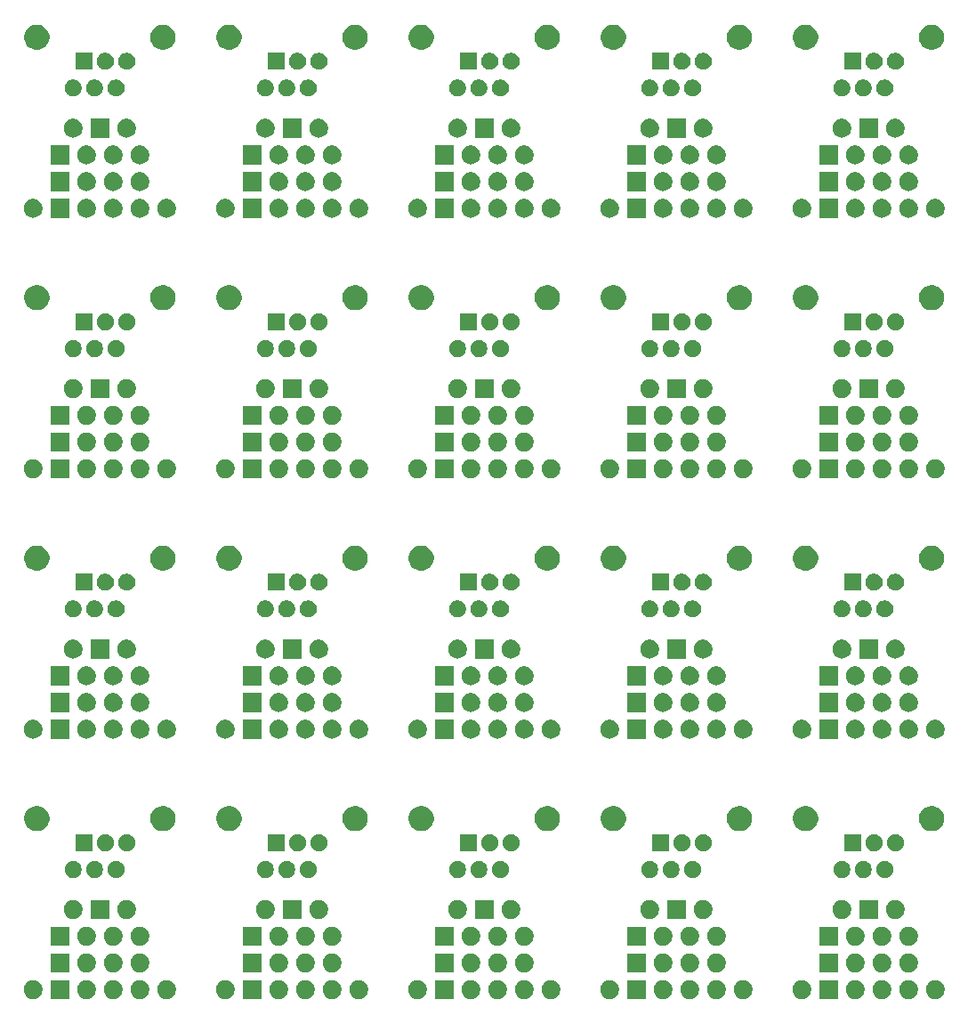
<source format=gbs>
G04 #@! TF.GenerationSoftware,KiCad,Pcbnew,5.1.5+dfsg1-2build2*
G04 #@! TF.CreationDate,2020-09-11T16:25:33-03:00*
G04 #@! TF.ProjectId,panel1,70616e65-6c31-42e6-9b69-6361645f7063,rev?*
G04 #@! TF.SameCoordinates,Original*
G04 #@! TF.FileFunction,Soldermask,Bot*
G04 #@! TF.FilePolarity,Negative*
%FSLAX46Y46*%
G04 Gerber Fmt 4.6, Leading zero omitted, Abs format (unit mm)*
G04 Created by KiCad (PCBNEW 5.1.5+dfsg1-2build2) date 2020-09-11 16:25:33*
%MOMM*%
%LPD*%
G04 APERTURE LIST*
%ADD10C,0.100000*%
G04 APERTURE END LIST*
D10*
G36*
X79488512Y-143883927D02*
G01*
X79637812Y-143913624D01*
X79801784Y-143981544D01*
X79949354Y-144080147D01*
X80074853Y-144205646D01*
X80173456Y-144353216D01*
X80241376Y-144517188D01*
X80276000Y-144691259D01*
X80276000Y-144868741D01*
X80241376Y-145042812D01*
X80173456Y-145206784D01*
X80074853Y-145354354D01*
X79949354Y-145479853D01*
X79801784Y-145578456D01*
X79637812Y-145646376D01*
X79488512Y-145676073D01*
X79463742Y-145681000D01*
X79286258Y-145681000D01*
X79261488Y-145676073D01*
X79112188Y-145646376D01*
X78948216Y-145578456D01*
X78800646Y-145479853D01*
X78675147Y-145354354D01*
X78576544Y-145206784D01*
X78508624Y-145042812D01*
X78474000Y-144868741D01*
X78474000Y-144691259D01*
X78508624Y-144517188D01*
X78576544Y-144353216D01*
X78675147Y-144205646D01*
X78800646Y-144080147D01*
X78948216Y-143981544D01*
X79112188Y-143913624D01*
X79261488Y-143883927D01*
X79286258Y-143879000D01*
X79463742Y-143879000D01*
X79488512Y-143883927D01*
G37*
G36*
X108444512Y-143883927D02*
G01*
X108593812Y-143913624D01*
X108757784Y-143981544D01*
X108905354Y-144080147D01*
X109030853Y-144205646D01*
X109129456Y-144353216D01*
X109197376Y-144517188D01*
X109232000Y-144691259D01*
X109232000Y-144868741D01*
X109197376Y-145042812D01*
X109129456Y-145206784D01*
X109030853Y-145354354D01*
X108905354Y-145479853D01*
X108757784Y-145578456D01*
X108593812Y-145646376D01*
X108444512Y-145676073D01*
X108419742Y-145681000D01*
X108242258Y-145681000D01*
X108217488Y-145676073D01*
X108068188Y-145646376D01*
X107904216Y-145578456D01*
X107756646Y-145479853D01*
X107631147Y-145354354D01*
X107532544Y-145206784D01*
X107464624Y-145042812D01*
X107430000Y-144868741D01*
X107430000Y-144691259D01*
X107464624Y-144517188D01*
X107532544Y-144353216D01*
X107631147Y-144205646D01*
X107756646Y-144080147D01*
X107904216Y-143981544D01*
X108068188Y-143913624D01*
X108217488Y-143883927D01*
X108242258Y-143879000D01*
X108419742Y-143879000D01*
X108444512Y-143883927D01*
G37*
G36*
X139940512Y-143883927D02*
G01*
X140089812Y-143913624D01*
X140253784Y-143981544D01*
X140401354Y-144080147D01*
X140526853Y-144205646D01*
X140625456Y-144353216D01*
X140693376Y-144517188D01*
X140728000Y-144691259D01*
X140728000Y-144868741D01*
X140693376Y-145042812D01*
X140625456Y-145206784D01*
X140526853Y-145354354D01*
X140401354Y-145479853D01*
X140253784Y-145578456D01*
X140089812Y-145646376D01*
X139940512Y-145676073D01*
X139915742Y-145681000D01*
X139738258Y-145681000D01*
X139713488Y-145676073D01*
X139564188Y-145646376D01*
X139400216Y-145578456D01*
X139252646Y-145479853D01*
X139127147Y-145354354D01*
X139028544Y-145206784D01*
X138960624Y-145042812D01*
X138926000Y-144868741D01*
X138926000Y-144691259D01*
X138960624Y-144517188D01*
X139028544Y-144353216D01*
X139127147Y-144205646D01*
X139252646Y-144080147D01*
X139400216Y-143981544D01*
X139564188Y-143913624D01*
X139713488Y-143883927D01*
X139738258Y-143879000D01*
X139915742Y-143879000D01*
X139940512Y-143883927D01*
G37*
G36*
X143268000Y-145681000D02*
G01*
X141466000Y-145681000D01*
X141466000Y-143879000D01*
X143268000Y-143879000D01*
X143268000Y-145681000D01*
G37*
G36*
X145020512Y-143883927D02*
G01*
X145169812Y-143913624D01*
X145333784Y-143981544D01*
X145481354Y-144080147D01*
X145606853Y-144205646D01*
X145705456Y-144353216D01*
X145773376Y-144517188D01*
X145808000Y-144691259D01*
X145808000Y-144868741D01*
X145773376Y-145042812D01*
X145705456Y-145206784D01*
X145606853Y-145354354D01*
X145481354Y-145479853D01*
X145333784Y-145578456D01*
X145169812Y-145646376D01*
X145020512Y-145676073D01*
X144995742Y-145681000D01*
X144818258Y-145681000D01*
X144793488Y-145676073D01*
X144644188Y-145646376D01*
X144480216Y-145578456D01*
X144332646Y-145479853D01*
X144207147Y-145354354D01*
X144108544Y-145206784D01*
X144040624Y-145042812D01*
X144006000Y-144868741D01*
X144006000Y-144691259D01*
X144040624Y-144517188D01*
X144108544Y-144353216D01*
X144207147Y-144205646D01*
X144332646Y-144080147D01*
X144480216Y-143981544D01*
X144644188Y-143913624D01*
X144793488Y-143883927D01*
X144818258Y-143879000D01*
X144995742Y-143879000D01*
X145020512Y-143883927D01*
G37*
G36*
X147560512Y-143883927D02*
G01*
X147709812Y-143913624D01*
X147873784Y-143981544D01*
X148021354Y-144080147D01*
X148146853Y-144205646D01*
X148245456Y-144353216D01*
X148313376Y-144517188D01*
X148348000Y-144691259D01*
X148348000Y-144868741D01*
X148313376Y-145042812D01*
X148245456Y-145206784D01*
X148146853Y-145354354D01*
X148021354Y-145479853D01*
X147873784Y-145578456D01*
X147709812Y-145646376D01*
X147560512Y-145676073D01*
X147535742Y-145681000D01*
X147358258Y-145681000D01*
X147333488Y-145676073D01*
X147184188Y-145646376D01*
X147020216Y-145578456D01*
X146872646Y-145479853D01*
X146747147Y-145354354D01*
X146648544Y-145206784D01*
X146580624Y-145042812D01*
X146546000Y-144868741D01*
X146546000Y-144691259D01*
X146580624Y-144517188D01*
X146648544Y-144353216D01*
X146747147Y-144205646D01*
X146872646Y-144080147D01*
X147020216Y-143981544D01*
X147184188Y-143913624D01*
X147333488Y-143883927D01*
X147358258Y-143879000D01*
X147535742Y-143879000D01*
X147560512Y-143883927D01*
G37*
G36*
X152640512Y-143883927D02*
G01*
X152789812Y-143913624D01*
X152953784Y-143981544D01*
X153101354Y-144080147D01*
X153226853Y-144205646D01*
X153325456Y-144353216D01*
X153393376Y-144517188D01*
X153428000Y-144691259D01*
X153428000Y-144868741D01*
X153393376Y-145042812D01*
X153325456Y-145206784D01*
X153226853Y-145354354D01*
X153101354Y-145479853D01*
X152953784Y-145578456D01*
X152789812Y-145646376D01*
X152640512Y-145676073D01*
X152615742Y-145681000D01*
X152438258Y-145681000D01*
X152413488Y-145676073D01*
X152264188Y-145646376D01*
X152100216Y-145578456D01*
X151952646Y-145479853D01*
X151827147Y-145354354D01*
X151728544Y-145206784D01*
X151660624Y-145042812D01*
X151626000Y-144868741D01*
X151626000Y-144691259D01*
X151660624Y-144517188D01*
X151728544Y-144353216D01*
X151827147Y-144205646D01*
X151952646Y-144080147D01*
X152100216Y-143981544D01*
X152264188Y-143913624D01*
X152413488Y-143883927D01*
X152438258Y-143879000D01*
X152615742Y-143879000D01*
X152640512Y-143883927D01*
G37*
G36*
X134352512Y-143883927D02*
G01*
X134501812Y-143913624D01*
X134665784Y-143981544D01*
X134813354Y-144080147D01*
X134938853Y-144205646D01*
X135037456Y-144353216D01*
X135105376Y-144517188D01*
X135140000Y-144691259D01*
X135140000Y-144868741D01*
X135105376Y-145042812D01*
X135037456Y-145206784D01*
X134938853Y-145354354D01*
X134813354Y-145479853D01*
X134665784Y-145578456D01*
X134501812Y-145646376D01*
X134352512Y-145676073D01*
X134327742Y-145681000D01*
X134150258Y-145681000D01*
X134125488Y-145676073D01*
X133976188Y-145646376D01*
X133812216Y-145578456D01*
X133664646Y-145479853D01*
X133539147Y-145354354D01*
X133440544Y-145206784D01*
X133372624Y-145042812D01*
X133338000Y-144868741D01*
X133338000Y-144691259D01*
X133372624Y-144517188D01*
X133440544Y-144353216D01*
X133539147Y-144205646D01*
X133664646Y-144080147D01*
X133812216Y-143981544D01*
X133976188Y-143913624D01*
X134125488Y-143883927D01*
X134150258Y-143879000D01*
X134327742Y-143879000D01*
X134352512Y-143883927D01*
G37*
G36*
X131812512Y-143883927D02*
G01*
X131961812Y-143913624D01*
X132125784Y-143981544D01*
X132273354Y-144080147D01*
X132398853Y-144205646D01*
X132497456Y-144353216D01*
X132565376Y-144517188D01*
X132600000Y-144691259D01*
X132600000Y-144868741D01*
X132565376Y-145042812D01*
X132497456Y-145206784D01*
X132398853Y-145354354D01*
X132273354Y-145479853D01*
X132125784Y-145578456D01*
X131961812Y-145646376D01*
X131812512Y-145676073D01*
X131787742Y-145681000D01*
X131610258Y-145681000D01*
X131585488Y-145676073D01*
X131436188Y-145646376D01*
X131272216Y-145578456D01*
X131124646Y-145479853D01*
X130999147Y-145354354D01*
X130900544Y-145206784D01*
X130832624Y-145042812D01*
X130798000Y-144868741D01*
X130798000Y-144691259D01*
X130832624Y-144517188D01*
X130900544Y-144353216D01*
X130999147Y-144205646D01*
X131124646Y-144080147D01*
X131272216Y-143981544D01*
X131436188Y-143913624D01*
X131585488Y-143883927D01*
X131610258Y-143879000D01*
X131787742Y-143879000D01*
X131812512Y-143883927D01*
G37*
G36*
X129272512Y-143883927D02*
G01*
X129421812Y-143913624D01*
X129585784Y-143981544D01*
X129733354Y-144080147D01*
X129858853Y-144205646D01*
X129957456Y-144353216D01*
X130025376Y-144517188D01*
X130060000Y-144691259D01*
X130060000Y-144868741D01*
X130025376Y-145042812D01*
X129957456Y-145206784D01*
X129858853Y-145354354D01*
X129733354Y-145479853D01*
X129585784Y-145578456D01*
X129421812Y-145646376D01*
X129272512Y-145676073D01*
X129247742Y-145681000D01*
X129070258Y-145681000D01*
X129045488Y-145676073D01*
X128896188Y-145646376D01*
X128732216Y-145578456D01*
X128584646Y-145479853D01*
X128459147Y-145354354D01*
X128360544Y-145206784D01*
X128292624Y-145042812D01*
X128258000Y-144868741D01*
X128258000Y-144691259D01*
X128292624Y-144517188D01*
X128360544Y-144353216D01*
X128459147Y-144205646D01*
X128584646Y-144080147D01*
X128732216Y-143981544D01*
X128896188Y-143913624D01*
X129045488Y-143883927D01*
X129070258Y-143879000D01*
X129247742Y-143879000D01*
X129272512Y-143883927D01*
G37*
G36*
X126732512Y-143883927D02*
G01*
X126881812Y-143913624D01*
X127045784Y-143981544D01*
X127193354Y-144080147D01*
X127318853Y-144205646D01*
X127417456Y-144353216D01*
X127485376Y-144517188D01*
X127520000Y-144691259D01*
X127520000Y-144868741D01*
X127485376Y-145042812D01*
X127417456Y-145206784D01*
X127318853Y-145354354D01*
X127193354Y-145479853D01*
X127045784Y-145578456D01*
X126881812Y-145646376D01*
X126732512Y-145676073D01*
X126707742Y-145681000D01*
X126530258Y-145681000D01*
X126505488Y-145676073D01*
X126356188Y-145646376D01*
X126192216Y-145578456D01*
X126044646Y-145479853D01*
X125919147Y-145354354D01*
X125820544Y-145206784D01*
X125752624Y-145042812D01*
X125718000Y-144868741D01*
X125718000Y-144691259D01*
X125752624Y-144517188D01*
X125820544Y-144353216D01*
X125919147Y-144205646D01*
X126044646Y-144080147D01*
X126192216Y-143981544D01*
X126356188Y-143913624D01*
X126505488Y-143883927D01*
X126530258Y-143879000D01*
X126707742Y-143879000D01*
X126732512Y-143883927D01*
G37*
G36*
X124980000Y-145681000D02*
G01*
X123178000Y-145681000D01*
X123178000Y-143879000D01*
X124980000Y-143879000D01*
X124980000Y-145681000D01*
G37*
G36*
X121652512Y-143883927D02*
G01*
X121801812Y-143913624D01*
X121965784Y-143981544D01*
X122113354Y-144080147D01*
X122238853Y-144205646D01*
X122337456Y-144353216D01*
X122405376Y-144517188D01*
X122440000Y-144691259D01*
X122440000Y-144868741D01*
X122405376Y-145042812D01*
X122337456Y-145206784D01*
X122238853Y-145354354D01*
X122113354Y-145479853D01*
X121965784Y-145578456D01*
X121801812Y-145646376D01*
X121652512Y-145676073D01*
X121627742Y-145681000D01*
X121450258Y-145681000D01*
X121425488Y-145676073D01*
X121276188Y-145646376D01*
X121112216Y-145578456D01*
X120964646Y-145479853D01*
X120839147Y-145354354D01*
X120740544Y-145206784D01*
X120672624Y-145042812D01*
X120638000Y-144868741D01*
X120638000Y-144691259D01*
X120672624Y-144517188D01*
X120740544Y-144353216D01*
X120839147Y-144205646D01*
X120964646Y-144080147D01*
X121112216Y-143981544D01*
X121276188Y-143913624D01*
X121425488Y-143883927D01*
X121450258Y-143879000D01*
X121627742Y-143879000D01*
X121652512Y-143883927D01*
G37*
G36*
X103364512Y-143883927D02*
G01*
X103513812Y-143913624D01*
X103677784Y-143981544D01*
X103825354Y-144080147D01*
X103950853Y-144205646D01*
X104049456Y-144353216D01*
X104117376Y-144517188D01*
X104152000Y-144691259D01*
X104152000Y-144868741D01*
X104117376Y-145042812D01*
X104049456Y-145206784D01*
X103950853Y-145354354D01*
X103825354Y-145479853D01*
X103677784Y-145578456D01*
X103513812Y-145646376D01*
X103364512Y-145676073D01*
X103339742Y-145681000D01*
X103162258Y-145681000D01*
X103137488Y-145676073D01*
X102988188Y-145646376D01*
X102824216Y-145578456D01*
X102676646Y-145479853D01*
X102551147Y-145354354D01*
X102452544Y-145206784D01*
X102384624Y-145042812D01*
X102350000Y-144868741D01*
X102350000Y-144691259D01*
X102384624Y-144517188D01*
X102452544Y-144353216D01*
X102551147Y-144205646D01*
X102676646Y-144080147D01*
X102824216Y-143981544D01*
X102988188Y-143913624D01*
X103137488Y-143883927D01*
X103162258Y-143879000D01*
X103339742Y-143879000D01*
X103364512Y-143883927D01*
G37*
G36*
X106692000Y-145681000D02*
G01*
X104890000Y-145681000D01*
X104890000Y-143879000D01*
X106692000Y-143879000D01*
X106692000Y-145681000D01*
G37*
G36*
X150100512Y-143883927D02*
G01*
X150249812Y-143913624D01*
X150413784Y-143981544D01*
X150561354Y-144080147D01*
X150686853Y-144205646D01*
X150785456Y-144353216D01*
X150853376Y-144517188D01*
X150888000Y-144691259D01*
X150888000Y-144868741D01*
X150853376Y-145042812D01*
X150785456Y-145206784D01*
X150686853Y-145354354D01*
X150561354Y-145479853D01*
X150413784Y-145578456D01*
X150249812Y-145646376D01*
X150100512Y-145676073D01*
X150075742Y-145681000D01*
X149898258Y-145681000D01*
X149873488Y-145676073D01*
X149724188Y-145646376D01*
X149560216Y-145578456D01*
X149412646Y-145479853D01*
X149287147Y-145354354D01*
X149188544Y-145206784D01*
X149120624Y-145042812D01*
X149086000Y-144868741D01*
X149086000Y-144691259D01*
X149120624Y-144517188D01*
X149188544Y-144353216D01*
X149287147Y-144205646D01*
X149412646Y-144080147D01*
X149560216Y-143981544D01*
X149724188Y-143913624D01*
X149873488Y-143883927D01*
X149898258Y-143879000D01*
X150075742Y-143879000D01*
X150100512Y-143883927D01*
G37*
G36*
X113524512Y-143883927D02*
G01*
X113673812Y-143913624D01*
X113837784Y-143981544D01*
X113985354Y-144080147D01*
X114110853Y-144205646D01*
X114209456Y-144353216D01*
X114277376Y-144517188D01*
X114312000Y-144691259D01*
X114312000Y-144868741D01*
X114277376Y-145042812D01*
X114209456Y-145206784D01*
X114110853Y-145354354D01*
X113985354Y-145479853D01*
X113837784Y-145578456D01*
X113673812Y-145646376D01*
X113524512Y-145676073D01*
X113499742Y-145681000D01*
X113322258Y-145681000D01*
X113297488Y-145676073D01*
X113148188Y-145646376D01*
X112984216Y-145578456D01*
X112836646Y-145479853D01*
X112711147Y-145354354D01*
X112612544Y-145206784D01*
X112544624Y-145042812D01*
X112510000Y-144868741D01*
X112510000Y-144691259D01*
X112544624Y-144517188D01*
X112612544Y-144353216D01*
X112711147Y-144205646D01*
X112836646Y-144080147D01*
X112984216Y-143981544D01*
X113148188Y-143913624D01*
X113297488Y-143883927D01*
X113322258Y-143879000D01*
X113499742Y-143879000D01*
X113524512Y-143883927D01*
G37*
G36*
X76948512Y-143883927D02*
G01*
X77097812Y-143913624D01*
X77261784Y-143981544D01*
X77409354Y-144080147D01*
X77534853Y-144205646D01*
X77633456Y-144353216D01*
X77701376Y-144517188D01*
X77736000Y-144691259D01*
X77736000Y-144868741D01*
X77701376Y-145042812D01*
X77633456Y-145206784D01*
X77534853Y-145354354D01*
X77409354Y-145479853D01*
X77261784Y-145578456D01*
X77097812Y-145646376D01*
X76948512Y-145676073D01*
X76923742Y-145681000D01*
X76746258Y-145681000D01*
X76721488Y-145676073D01*
X76572188Y-145646376D01*
X76408216Y-145578456D01*
X76260646Y-145479853D01*
X76135147Y-145354354D01*
X76036544Y-145206784D01*
X75968624Y-145042812D01*
X75934000Y-144868741D01*
X75934000Y-144691259D01*
X75968624Y-144517188D01*
X76036544Y-144353216D01*
X76135147Y-144205646D01*
X76260646Y-144080147D01*
X76408216Y-143981544D01*
X76572188Y-143913624D01*
X76721488Y-143883927D01*
X76746258Y-143879000D01*
X76923742Y-143879000D01*
X76948512Y-143883927D01*
G37*
G36*
X74408512Y-143883927D02*
G01*
X74557812Y-143913624D01*
X74721784Y-143981544D01*
X74869354Y-144080147D01*
X74994853Y-144205646D01*
X75093456Y-144353216D01*
X75161376Y-144517188D01*
X75196000Y-144691259D01*
X75196000Y-144868741D01*
X75161376Y-145042812D01*
X75093456Y-145206784D01*
X74994853Y-145354354D01*
X74869354Y-145479853D01*
X74721784Y-145578456D01*
X74557812Y-145646376D01*
X74408512Y-145676073D01*
X74383742Y-145681000D01*
X74206258Y-145681000D01*
X74181488Y-145676073D01*
X74032188Y-145646376D01*
X73868216Y-145578456D01*
X73720646Y-145479853D01*
X73595147Y-145354354D01*
X73496544Y-145206784D01*
X73428624Y-145042812D01*
X73394000Y-144868741D01*
X73394000Y-144691259D01*
X73428624Y-144517188D01*
X73496544Y-144353216D01*
X73595147Y-144205646D01*
X73720646Y-144080147D01*
X73868216Y-143981544D01*
X74032188Y-143913624D01*
X74181488Y-143883927D01*
X74206258Y-143879000D01*
X74383742Y-143879000D01*
X74408512Y-143883927D01*
G37*
G36*
X71868512Y-143883927D02*
G01*
X72017812Y-143913624D01*
X72181784Y-143981544D01*
X72329354Y-144080147D01*
X72454853Y-144205646D01*
X72553456Y-144353216D01*
X72621376Y-144517188D01*
X72656000Y-144691259D01*
X72656000Y-144868741D01*
X72621376Y-145042812D01*
X72553456Y-145206784D01*
X72454853Y-145354354D01*
X72329354Y-145479853D01*
X72181784Y-145578456D01*
X72017812Y-145646376D01*
X71868512Y-145676073D01*
X71843742Y-145681000D01*
X71666258Y-145681000D01*
X71641488Y-145676073D01*
X71492188Y-145646376D01*
X71328216Y-145578456D01*
X71180646Y-145479853D01*
X71055147Y-145354354D01*
X70956544Y-145206784D01*
X70888624Y-145042812D01*
X70854000Y-144868741D01*
X70854000Y-144691259D01*
X70888624Y-144517188D01*
X70956544Y-144353216D01*
X71055147Y-144205646D01*
X71180646Y-144080147D01*
X71328216Y-143981544D01*
X71492188Y-143913624D01*
X71641488Y-143883927D01*
X71666258Y-143879000D01*
X71843742Y-143879000D01*
X71868512Y-143883927D01*
G37*
G36*
X70116000Y-145681000D02*
G01*
X68314000Y-145681000D01*
X68314000Y-143879000D01*
X70116000Y-143879000D01*
X70116000Y-145681000D01*
G37*
G36*
X66788512Y-143883927D02*
G01*
X66937812Y-143913624D01*
X67101784Y-143981544D01*
X67249354Y-144080147D01*
X67374853Y-144205646D01*
X67473456Y-144353216D01*
X67541376Y-144517188D01*
X67576000Y-144691259D01*
X67576000Y-144868741D01*
X67541376Y-145042812D01*
X67473456Y-145206784D01*
X67374853Y-145354354D01*
X67249354Y-145479853D01*
X67101784Y-145578456D01*
X66937812Y-145646376D01*
X66788512Y-145676073D01*
X66763742Y-145681000D01*
X66586258Y-145681000D01*
X66561488Y-145676073D01*
X66412188Y-145646376D01*
X66248216Y-145578456D01*
X66100646Y-145479853D01*
X65975147Y-145354354D01*
X65876544Y-145206784D01*
X65808624Y-145042812D01*
X65774000Y-144868741D01*
X65774000Y-144691259D01*
X65808624Y-144517188D01*
X65876544Y-144353216D01*
X65975147Y-144205646D01*
X66100646Y-144080147D01*
X66248216Y-143981544D01*
X66412188Y-143913624D01*
X66561488Y-143883927D01*
X66586258Y-143879000D01*
X66763742Y-143879000D01*
X66788512Y-143883927D01*
G37*
G36*
X85076512Y-143883927D02*
G01*
X85225812Y-143913624D01*
X85389784Y-143981544D01*
X85537354Y-144080147D01*
X85662853Y-144205646D01*
X85761456Y-144353216D01*
X85829376Y-144517188D01*
X85864000Y-144691259D01*
X85864000Y-144868741D01*
X85829376Y-145042812D01*
X85761456Y-145206784D01*
X85662853Y-145354354D01*
X85537354Y-145479853D01*
X85389784Y-145578456D01*
X85225812Y-145646376D01*
X85076512Y-145676073D01*
X85051742Y-145681000D01*
X84874258Y-145681000D01*
X84849488Y-145676073D01*
X84700188Y-145646376D01*
X84536216Y-145578456D01*
X84388646Y-145479853D01*
X84263147Y-145354354D01*
X84164544Y-145206784D01*
X84096624Y-145042812D01*
X84062000Y-144868741D01*
X84062000Y-144691259D01*
X84096624Y-144517188D01*
X84164544Y-144353216D01*
X84263147Y-144205646D01*
X84388646Y-144080147D01*
X84536216Y-143981544D01*
X84700188Y-143913624D01*
X84849488Y-143883927D01*
X84874258Y-143879000D01*
X85051742Y-143879000D01*
X85076512Y-143883927D01*
G37*
G36*
X90156512Y-143883927D02*
G01*
X90305812Y-143913624D01*
X90469784Y-143981544D01*
X90617354Y-144080147D01*
X90742853Y-144205646D01*
X90841456Y-144353216D01*
X90909376Y-144517188D01*
X90944000Y-144691259D01*
X90944000Y-144868741D01*
X90909376Y-145042812D01*
X90841456Y-145206784D01*
X90742853Y-145354354D01*
X90617354Y-145479853D01*
X90469784Y-145578456D01*
X90305812Y-145646376D01*
X90156512Y-145676073D01*
X90131742Y-145681000D01*
X89954258Y-145681000D01*
X89929488Y-145676073D01*
X89780188Y-145646376D01*
X89616216Y-145578456D01*
X89468646Y-145479853D01*
X89343147Y-145354354D01*
X89244544Y-145206784D01*
X89176624Y-145042812D01*
X89142000Y-144868741D01*
X89142000Y-144691259D01*
X89176624Y-144517188D01*
X89244544Y-144353216D01*
X89343147Y-144205646D01*
X89468646Y-144080147D01*
X89616216Y-143981544D01*
X89780188Y-143913624D01*
X89929488Y-143883927D01*
X89954258Y-143879000D01*
X90131742Y-143879000D01*
X90156512Y-143883927D01*
G37*
G36*
X92696512Y-143883927D02*
G01*
X92845812Y-143913624D01*
X93009784Y-143981544D01*
X93157354Y-144080147D01*
X93282853Y-144205646D01*
X93381456Y-144353216D01*
X93449376Y-144517188D01*
X93484000Y-144691259D01*
X93484000Y-144868741D01*
X93449376Y-145042812D01*
X93381456Y-145206784D01*
X93282853Y-145354354D01*
X93157354Y-145479853D01*
X93009784Y-145578456D01*
X92845812Y-145646376D01*
X92696512Y-145676073D01*
X92671742Y-145681000D01*
X92494258Y-145681000D01*
X92469488Y-145676073D01*
X92320188Y-145646376D01*
X92156216Y-145578456D01*
X92008646Y-145479853D01*
X91883147Y-145354354D01*
X91784544Y-145206784D01*
X91716624Y-145042812D01*
X91682000Y-144868741D01*
X91682000Y-144691259D01*
X91716624Y-144517188D01*
X91784544Y-144353216D01*
X91883147Y-144205646D01*
X92008646Y-144080147D01*
X92156216Y-143981544D01*
X92320188Y-143913624D01*
X92469488Y-143883927D01*
X92494258Y-143879000D01*
X92671742Y-143879000D01*
X92696512Y-143883927D01*
G37*
G36*
X95236512Y-143883927D02*
G01*
X95385812Y-143913624D01*
X95549784Y-143981544D01*
X95697354Y-144080147D01*
X95822853Y-144205646D01*
X95921456Y-144353216D01*
X95989376Y-144517188D01*
X96024000Y-144691259D01*
X96024000Y-144868741D01*
X95989376Y-145042812D01*
X95921456Y-145206784D01*
X95822853Y-145354354D01*
X95697354Y-145479853D01*
X95549784Y-145578456D01*
X95385812Y-145646376D01*
X95236512Y-145676073D01*
X95211742Y-145681000D01*
X95034258Y-145681000D01*
X95009488Y-145676073D01*
X94860188Y-145646376D01*
X94696216Y-145578456D01*
X94548646Y-145479853D01*
X94423147Y-145354354D01*
X94324544Y-145206784D01*
X94256624Y-145042812D01*
X94222000Y-144868741D01*
X94222000Y-144691259D01*
X94256624Y-144517188D01*
X94324544Y-144353216D01*
X94423147Y-144205646D01*
X94548646Y-144080147D01*
X94696216Y-143981544D01*
X94860188Y-143913624D01*
X95009488Y-143883927D01*
X95034258Y-143879000D01*
X95211742Y-143879000D01*
X95236512Y-143883927D01*
G37*
G36*
X97776512Y-143883927D02*
G01*
X97925812Y-143913624D01*
X98089784Y-143981544D01*
X98237354Y-144080147D01*
X98362853Y-144205646D01*
X98461456Y-144353216D01*
X98529376Y-144517188D01*
X98564000Y-144691259D01*
X98564000Y-144868741D01*
X98529376Y-145042812D01*
X98461456Y-145206784D01*
X98362853Y-145354354D01*
X98237354Y-145479853D01*
X98089784Y-145578456D01*
X97925812Y-145646376D01*
X97776512Y-145676073D01*
X97751742Y-145681000D01*
X97574258Y-145681000D01*
X97549488Y-145676073D01*
X97400188Y-145646376D01*
X97236216Y-145578456D01*
X97088646Y-145479853D01*
X96963147Y-145354354D01*
X96864544Y-145206784D01*
X96796624Y-145042812D01*
X96762000Y-144868741D01*
X96762000Y-144691259D01*
X96796624Y-144517188D01*
X96864544Y-144353216D01*
X96963147Y-144205646D01*
X97088646Y-144080147D01*
X97236216Y-143981544D01*
X97400188Y-143913624D01*
X97549488Y-143883927D01*
X97574258Y-143879000D01*
X97751742Y-143879000D01*
X97776512Y-143883927D01*
G37*
G36*
X116064512Y-143883927D02*
G01*
X116213812Y-143913624D01*
X116377784Y-143981544D01*
X116525354Y-144080147D01*
X116650853Y-144205646D01*
X116749456Y-144353216D01*
X116817376Y-144517188D01*
X116852000Y-144691259D01*
X116852000Y-144868741D01*
X116817376Y-145042812D01*
X116749456Y-145206784D01*
X116650853Y-145354354D01*
X116525354Y-145479853D01*
X116377784Y-145578456D01*
X116213812Y-145646376D01*
X116064512Y-145676073D01*
X116039742Y-145681000D01*
X115862258Y-145681000D01*
X115837488Y-145676073D01*
X115688188Y-145646376D01*
X115524216Y-145578456D01*
X115376646Y-145479853D01*
X115251147Y-145354354D01*
X115152544Y-145206784D01*
X115084624Y-145042812D01*
X115050000Y-144868741D01*
X115050000Y-144691259D01*
X115084624Y-144517188D01*
X115152544Y-144353216D01*
X115251147Y-144205646D01*
X115376646Y-144080147D01*
X115524216Y-143981544D01*
X115688188Y-143913624D01*
X115837488Y-143883927D01*
X115862258Y-143879000D01*
X116039742Y-143879000D01*
X116064512Y-143883927D01*
G37*
G36*
X110984512Y-143883927D02*
G01*
X111133812Y-143913624D01*
X111297784Y-143981544D01*
X111445354Y-144080147D01*
X111570853Y-144205646D01*
X111669456Y-144353216D01*
X111737376Y-144517188D01*
X111772000Y-144691259D01*
X111772000Y-144868741D01*
X111737376Y-145042812D01*
X111669456Y-145206784D01*
X111570853Y-145354354D01*
X111445354Y-145479853D01*
X111297784Y-145578456D01*
X111133812Y-145646376D01*
X110984512Y-145676073D01*
X110959742Y-145681000D01*
X110782258Y-145681000D01*
X110757488Y-145676073D01*
X110608188Y-145646376D01*
X110444216Y-145578456D01*
X110296646Y-145479853D01*
X110171147Y-145354354D01*
X110072544Y-145206784D01*
X110004624Y-145042812D01*
X109970000Y-144868741D01*
X109970000Y-144691259D01*
X110004624Y-144517188D01*
X110072544Y-144353216D01*
X110171147Y-144205646D01*
X110296646Y-144080147D01*
X110444216Y-143981544D01*
X110608188Y-143913624D01*
X110757488Y-143883927D01*
X110782258Y-143879000D01*
X110959742Y-143879000D01*
X110984512Y-143883927D01*
G37*
G36*
X88404000Y-145681000D02*
G01*
X86602000Y-145681000D01*
X86602000Y-143879000D01*
X88404000Y-143879000D01*
X88404000Y-145681000D01*
G37*
G36*
X113524512Y-141343927D02*
G01*
X113673812Y-141373624D01*
X113837784Y-141441544D01*
X113985354Y-141540147D01*
X114110853Y-141665646D01*
X114209456Y-141813216D01*
X114277376Y-141977188D01*
X114312000Y-142151259D01*
X114312000Y-142328741D01*
X114277376Y-142502812D01*
X114209456Y-142666784D01*
X114110853Y-142814354D01*
X113985354Y-142939853D01*
X113837784Y-143038456D01*
X113673812Y-143106376D01*
X113524512Y-143136073D01*
X113499742Y-143141000D01*
X113322258Y-143141000D01*
X113297488Y-143136073D01*
X113148188Y-143106376D01*
X112984216Y-143038456D01*
X112836646Y-142939853D01*
X112711147Y-142814354D01*
X112612544Y-142666784D01*
X112544624Y-142502812D01*
X112510000Y-142328741D01*
X112510000Y-142151259D01*
X112544624Y-141977188D01*
X112612544Y-141813216D01*
X112711147Y-141665646D01*
X112836646Y-141540147D01*
X112984216Y-141441544D01*
X113148188Y-141373624D01*
X113297488Y-141343927D01*
X113322258Y-141339000D01*
X113499742Y-141339000D01*
X113524512Y-141343927D01*
G37*
G36*
X76948512Y-141343927D02*
G01*
X77097812Y-141373624D01*
X77261784Y-141441544D01*
X77409354Y-141540147D01*
X77534853Y-141665646D01*
X77633456Y-141813216D01*
X77701376Y-141977188D01*
X77736000Y-142151259D01*
X77736000Y-142328741D01*
X77701376Y-142502812D01*
X77633456Y-142666784D01*
X77534853Y-142814354D01*
X77409354Y-142939853D01*
X77261784Y-143038456D01*
X77097812Y-143106376D01*
X76948512Y-143136073D01*
X76923742Y-143141000D01*
X76746258Y-143141000D01*
X76721488Y-143136073D01*
X76572188Y-143106376D01*
X76408216Y-143038456D01*
X76260646Y-142939853D01*
X76135147Y-142814354D01*
X76036544Y-142666784D01*
X75968624Y-142502812D01*
X75934000Y-142328741D01*
X75934000Y-142151259D01*
X75968624Y-141977188D01*
X76036544Y-141813216D01*
X76135147Y-141665646D01*
X76260646Y-141540147D01*
X76408216Y-141441544D01*
X76572188Y-141373624D01*
X76721488Y-141343927D01*
X76746258Y-141339000D01*
X76923742Y-141339000D01*
X76948512Y-141343927D01*
G37*
G36*
X74408512Y-141343927D02*
G01*
X74557812Y-141373624D01*
X74721784Y-141441544D01*
X74869354Y-141540147D01*
X74994853Y-141665646D01*
X75093456Y-141813216D01*
X75161376Y-141977188D01*
X75196000Y-142151259D01*
X75196000Y-142328741D01*
X75161376Y-142502812D01*
X75093456Y-142666784D01*
X74994853Y-142814354D01*
X74869354Y-142939853D01*
X74721784Y-143038456D01*
X74557812Y-143106376D01*
X74408512Y-143136073D01*
X74383742Y-143141000D01*
X74206258Y-143141000D01*
X74181488Y-143136073D01*
X74032188Y-143106376D01*
X73868216Y-143038456D01*
X73720646Y-142939853D01*
X73595147Y-142814354D01*
X73496544Y-142666784D01*
X73428624Y-142502812D01*
X73394000Y-142328741D01*
X73394000Y-142151259D01*
X73428624Y-141977188D01*
X73496544Y-141813216D01*
X73595147Y-141665646D01*
X73720646Y-141540147D01*
X73868216Y-141441544D01*
X74032188Y-141373624D01*
X74181488Y-141343927D01*
X74206258Y-141339000D01*
X74383742Y-141339000D01*
X74408512Y-141343927D01*
G37*
G36*
X71868512Y-141343927D02*
G01*
X72017812Y-141373624D01*
X72181784Y-141441544D01*
X72329354Y-141540147D01*
X72454853Y-141665646D01*
X72553456Y-141813216D01*
X72621376Y-141977188D01*
X72656000Y-142151259D01*
X72656000Y-142328741D01*
X72621376Y-142502812D01*
X72553456Y-142666784D01*
X72454853Y-142814354D01*
X72329354Y-142939853D01*
X72181784Y-143038456D01*
X72017812Y-143106376D01*
X71868512Y-143136073D01*
X71843742Y-143141000D01*
X71666258Y-143141000D01*
X71641488Y-143136073D01*
X71492188Y-143106376D01*
X71328216Y-143038456D01*
X71180646Y-142939853D01*
X71055147Y-142814354D01*
X70956544Y-142666784D01*
X70888624Y-142502812D01*
X70854000Y-142328741D01*
X70854000Y-142151259D01*
X70888624Y-141977188D01*
X70956544Y-141813216D01*
X71055147Y-141665646D01*
X71180646Y-141540147D01*
X71328216Y-141441544D01*
X71492188Y-141373624D01*
X71641488Y-141343927D01*
X71666258Y-141339000D01*
X71843742Y-141339000D01*
X71868512Y-141343927D01*
G37*
G36*
X70116000Y-143141000D02*
G01*
X68314000Y-143141000D01*
X68314000Y-141339000D01*
X70116000Y-141339000D01*
X70116000Y-143141000D01*
G37*
G36*
X95236512Y-141343927D02*
G01*
X95385812Y-141373624D01*
X95549784Y-141441544D01*
X95697354Y-141540147D01*
X95822853Y-141665646D01*
X95921456Y-141813216D01*
X95989376Y-141977188D01*
X96024000Y-142151259D01*
X96024000Y-142328741D01*
X95989376Y-142502812D01*
X95921456Y-142666784D01*
X95822853Y-142814354D01*
X95697354Y-142939853D01*
X95549784Y-143038456D01*
X95385812Y-143106376D01*
X95236512Y-143136073D01*
X95211742Y-143141000D01*
X95034258Y-143141000D01*
X95009488Y-143136073D01*
X94860188Y-143106376D01*
X94696216Y-143038456D01*
X94548646Y-142939853D01*
X94423147Y-142814354D01*
X94324544Y-142666784D01*
X94256624Y-142502812D01*
X94222000Y-142328741D01*
X94222000Y-142151259D01*
X94256624Y-141977188D01*
X94324544Y-141813216D01*
X94423147Y-141665646D01*
X94548646Y-141540147D01*
X94696216Y-141441544D01*
X94860188Y-141373624D01*
X95009488Y-141343927D01*
X95034258Y-141339000D01*
X95211742Y-141339000D01*
X95236512Y-141343927D01*
G37*
G36*
X92696512Y-141343927D02*
G01*
X92845812Y-141373624D01*
X93009784Y-141441544D01*
X93157354Y-141540147D01*
X93282853Y-141665646D01*
X93381456Y-141813216D01*
X93449376Y-141977188D01*
X93484000Y-142151259D01*
X93484000Y-142328741D01*
X93449376Y-142502812D01*
X93381456Y-142666784D01*
X93282853Y-142814354D01*
X93157354Y-142939853D01*
X93009784Y-143038456D01*
X92845812Y-143106376D01*
X92696512Y-143136073D01*
X92671742Y-143141000D01*
X92494258Y-143141000D01*
X92469488Y-143136073D01*
X92320188Y-143106376D01*
X92156216Y-143038456D01*
X92008646Y-142939853D01*
X91883147Y-142814354D01*
X91784544Y-142666784D01*
X91716624Y-142502812D01*
X91682000Y-142328741D01*
X91682000Y-142151259D01*
X91716624Y-141977188D01*
X91784544Y-141813216D01*
X91883147Y-141665646D01*
X92008646Y-141540147D01*
X92156216Y-141441544D01*
X92320188Y-141373624D01*
X92469488Y-141343927D01*
X92494258Y-141339000D01*
X92671742Y-141339000D01*
X92696512Y-141343927D01*
G37*
G36*
X90156512Y-141343927D02*
G01*
X90305812Y-141373624D01*
X90469784Y-141441544D01*
X90617354Y-141540147D01*
X90742853Y-141665646D01*
X90841456Y-141813216D01*
X90909376Y-141977188D01*
X90944000Y-142151259D01*
X90944000Y-142328741D01*
X90909376Y-142502812D01*
X90841456Y-142666784D01*
X90742853Y-142814354D01*
X90617354Y-142939853D01*
X90469784Y-143038456D01*
X90305812Y-143106376D01*
X90156512Y-143136073D01*
X90131742Y-143141000D01*
X89954258Y-143141000D01*
X89929488Y-143136073D01*
X89780188Y-143106376D01*
X89616216Y-143038456D01*
X89468646Y-142939853D01*
X89343147Y-142814354D01*
X89244544Y-142666784D01*
X89176624Y-142502812D01*
X89142000Y-142328741D01*
X89142000Y-142151259D01*
X89176624Y-141977188D01*
X89244544Y-141813216D01*
X89343147Y-141665646D01*
X89468646Y-141540147D01*
X89616216Y-141441544D01*
X89780188Y-141373624D01*
X89929488Y-141343927D01*
X89954258Y-141339000D01*
X90131742Y-141339000D01*
X90156512Y-141343927D01*
G37*
G36*
X88404000Y-143141000D02*
G01*
X86602000Y-143141000D01*
X86602000Y-141339000D01*
X88404000Y-141339000D01*
X88404000Y-143141000D01*
G37*
G36*
X108444512Y-141343927D02*
G01*
X108593812Y-141373624D01*
X108757784Y-141441544D01*
X108905354Y-141540147D01*
X109030853Y-141665646D01*
X109129456Y-141813216D01*
X109197376Y-141977188D01*
X109232000Y-142151259D01*
X109232000Y-142328741D01*
X109197376Y-142502812D01*
X109129456Y-142666784D01*
X109030853Y-142814354D01*
X108905354Y-142939853D01*
X108757784Y-143038456D01*
X108593812Y-143106376D01*
X108444512Y-143136073D01*
X108419742Y-143141000D01*
X108242258Y-143141000D01*
X108217488Y-143136073D01*
X108068188Y-143106376D01*
X107904216Y-143038456D01*
X107756646Y-142939853D01*
X107631147Y-142814354D01*
X107532544Y-142666784D01*
X107464624Y-142502812D01*
X107430000Y-142328741D01*
X107430000Y-142151259D01*
X107464624Y-141977188D01*
X107532544Y-141813216D01*
X107631147Y-141665646D01*
X107756646Y-141540147D01*
X107904216Y-141441544D01*
X108068188Y-141373624D01*
X108217488Y-141343927D01*
X108242258Y-141339000D01*
X108419742Y-141339000D01*
X108444512Y-141343927D01*
G37*
G36*
X110984512Y-141343927D02*
G01*
X111133812Y-141373624D01*
X111297784Y-141441544D01*
X111445354Y-141540147D01*
X111570853Y-141665646D01*
X111669456Y-141813216D01*
X111737376Y-141977188D01*
X111772000Y-142151259D01*
X111772000Y-142328741D01*
X111737376Y-142502812D01*
X111669456Y-142666784D01*
X111570853Y-142814354D01*
X111445354Y-142939853D01*
X111297784Y-143038456D01*
X111133812Y-143106376D01*
X110984512Y-143136073D01*
X110959742Y-143141000D01*
X110782258Y-143141000D01*
X110757488Y-143136073D01*
X110608188Y-143106376D01*
X110444216Y-143038456D01*
X110296646Y-142939853D01*
X110171147Y-142814354D01*
X110072544Y-142666784D01*
X110004624Y-142502812D01*
X109970000Y-142328741D01*
X109970000Y-142151259D01*
X110004624Y-141977188D01*
X110072544Y-141813216D01*
X110171147Y-141665646D01*
X110296646Y-141540147D01*
X110444216Y-141441544D01*
X110608188Y-141373624D01*
X110757488Y-141343927D01*
X110782258Y-141339000D01*
X110959742Y-141339000D01*
X110984512Y-141343927D01*
G37*
G36*
X150100512Y-141343927D02*
G01*
X150249812Y-141373624D01*
X150413784Y-141441544D01*
X150561354Y-141540147D01*
X150686853Y-141665646D01*
X150785456Y-141813216D01*
X150853376Y-141977188D01*
X150888000Y-142151259D01*
X150888000Y-142328741D01*
X150853376Y-142502812D01*
X150785456Y-142666784D01*
X150686853Y-142814354D01*
X150561354Y-142939853D01*
X150413784Y-143038456D01*
X150249812Y-143106376D01*
X150100512Y-143136073D01*
X150075742Y-143141000D01*
X149898258Y-143141000D01*
X149873488Y-143136073D01*
X149724188Y-143106376D01*
X149560216Y-143038456D01*
X149412646Y-142939853D01*
X149287147Y-142814354D01*
X149188544Y-142666784D01*
X149120624Y-142502812D01*
X149086000Y-142328741D01*
X149086000Y-142151259D01*
X149120624Y-141977188D01*
X149188544Y-141813216D01*
X149287147Y-141665646D01*
X149412646Y-141540147D01*
X149560216Y-141441544D01*
X149724188Y-141373624D01*
X149873488Y-141343927D01*
X149898258Y-141339000D01*
X150075742Y-141339000D01*
X150100512Y-141343927D01*
G37*
G36*
X131812512Y-141343927D02*
G01*
X131961812Y-141373624D01*
X132125784Y-141441544D01*
X132273354Y-141540147D01*
X132398853Y-141665646D01*
X132497456Y-141813216D01*
X132565376Y-141977188D01*
X132600000Y-142151259D01*
X132600000Y-142328741D01*
X132565376Y-142502812D01*
X132497456Y-142666784D01*
X132398853Y-142814354D01*
X132273354Y-142939853D01*
X132125784Y-143038456D01*
X131961812Y-143106376D01*
X131812512Y-143136073D01*
X131787742Y-143141000D01*
X131610258Y-143141000D01*
X131585488Y-143136073D01*
X131436188Y-143106376D01*
X131272216Y-143038456D01*
X131124646Y-142939853D01*
X130999147Y-142814354D01*
X130900544Y-142666784D01*
X130832624Y-142502812D01*
X130798000Y-142328741D01*
X130798000Y-142151259D01*
X130832624Y-141977188D01*
X130900544Y-141813216D01*
X130999147Y-141665646D01*
X131124646Y-141540147D01*
X131272216Y-141441544D01*
X131436188Y-141373624D01*
X131585488Y-141343927D01*
X131610258Y-141339000D01*
X131787742Y-141339000D01*
X131812512Y-141343927D01*
G37*
G36*
X147560512Y-141343927D02*
G01*
X147709812Y-141373624D01*
X147873784Y-141441544D01*
X148021354Y-141540147D01*
X148146853Y-141665646D01*
X148245456Y-141813216D01*
X148313376Y-141977188D01*
X148348000Y-142151259D01*
X148348000Y-142328741D01*
X148313376Y-142502812D01*
X148245456Y-142666784D01*
X148146853Y-142814354D01*
X148021354Y-142939853D01*
X147873784Y-143038456D01*
X147709812Y-143106376D01*
X147560512Y-143136073D01*
X147535742Y-143141000D01*
X147358258Y-143141000D01*
X147333488Y-143136073D01*
X147184188Y-143106376D01*
X147020216Y-143038456D01*
X146872646Y-142939853D01*
X146747147Y-142814354D01*
X146648544Y-142666784D01*
X146580624Y-142502812D01*
X146546000Y-142328741D01*
X146546000Y-142151259D01*
X146580624Y-141977188D01*
X146648544Y-141813216D01*
X146747147Y-141665646D01*
X146872646Y-141540147D01*
X147020216Y-141441544D01*
X147184188Y-141373624D01*
X147333488Y-141343927D01*
X147358258Y-141339000D01*
X147535742Y-141339000D01*
X147560512Y-141343927D01*
G37*
G36*
X129272512Y-141343927D02*
G01*
X129421812Y-141373624D01*
X129585784Y-141441544D01*
X129733354Y-141540147D01*
X129858853Y-141665646D01*
X129957456Y-141813216D01*
X130025376Y-141977188D01*
X130060000Y-142151259D01*
X130060000Y-142328741D01*
X130025376Y-142502812D01*
X129957456Y-142666784D01*
X129858853Y-142814354D01*
X129733354Y-142939853D01*
X129585784Y-143038456D01*
X129421812Y-143106376D01*
X129272512Y-143136073D01*
X129247742Y-143141000D01*
X129070258Y-143141000D01*
X129045488Y-143136073D01*
X128896188Y-143106376D01*
X128732216Y-143038456D01*
X128584646Y-142939853D01*
X128459147Y-142814354D01*
X128360544Y-142666784D01*
X128292624Y-142502812D01*
X128258000Y-142328741D01*
X128258000Y-142151259D01*
X128292624Y-141977188D01*
X128360544Y-141813216D01*
X128459147Y-141665646D01*
X128584646Y-141540147D01*
X128732216Y-141441544D01*
X128896188Y-141373624D01*
X129045488Y-141343927D01*
X129070258Y-141339000D01*
X129247742Y-141339000D01*
X129272512Y-141343927D01*
G37*
G36*
X126732512Y-141343927D02*
G01*
X126881812Y-141373624D01*
X127045784Y-141441544D01*
X127193354Y-141540147D01*
X127318853Y-141665646D01*
X127417456Y-141813216D01*
X127485376Y-141977188D01*
X127520000Y-142151259D01*
X127520000Y-142328741D01*
X127485376Y-142502812D01*
X127417456Y-142666784D01*
X127318853Y-142814354D01*
X127193354Y-142939853D01*
X127045784Y-143038456D01*
X126881812Y-143106376D01*
X126732512Y-143136073D01*
X126707742Y-143141000D01*
X126530258Y-143141000D01*
X126505488Y-143136073D01*
X126356188Y-143106376D01*
X126192216Y-143038456D01*
X126044646Y-142939853D01*
X125919147Y-142814354D01*
X125820544Y-142666784D01*
X125752624Y-142502812D01*
X125718000Y-142328741D01*
X125718000Y-142151259D01*
X125752624Y-141977188D01*
X125820544Y-141813216D01*
X125919147Y-141665646D01*
X126044646Y-141540147D01*
X126192216Y-141441544D01*
X126356188Y-141373624D01*
X126505488Y-141343927D01*
X126530258Y-141339000D01*
X126707742Y-141339000D01*
X126732512Y-141343927D01*
G37*
G36*
X124980000Y-143141000D02*
G01*
X123178000Y-143141000D01*
X123178000Y-141339000D01*
X124980000Y-141339000D01*
X124980000Y-143141000D01*
G37*
G36*
X145020512Y-141343927D02*
G01*
X145169812Y-141373624D01*
X145333784Y-141441544D01*
X145481354Y-141540147D01*
X145606853Y-141665646D01*
X145705456Y-141813216D01*
X145773376Y-141977188D01*
X145808000Y-142151259D01*
X145808000Y-142328741D01*
X145773376Y-142502812D01*
X145705456Y-142666784D01*
X145606853Y-142814354D01*
X145481354Y-142939853D01*
X145333784Y-143038456D01*
X145169812Y-143106376D01*
X145020512Y-143136073D01*
X144995742Y-143141000D01*
X144818258Y-143141000D01*
X144793488Y-143136073D01*
X144644188Y-143106376D01*
X144480216Y-143038456D01*
X144332646Y-142939853D01*
X144207147Y-142814354D01*
X144108544Y-142666784D01*
X144040624Y-142502812D01*
X144006000Y-142328741D01*
X144006000Y-142151259D01*
X144040624Y-141977188D01*
X144108544Y-141813216D01*
X144207147Y-141665646D01*
X144332646Y-141540147D01*
X144480216Y-141441544D01*
X144644188Y-141373624D01*
X144793488Y-141343927D01*
X144818258Y-141339000D01*
X144995742Y-141339000D01*
X145020512Y-141343927D01*
G37*
G36*
X143268000Y-143141000D02*
G01*
X141466000Y-143141000D01*
X141466000Y-141339000D01*
X143268000Y-141339000D01*
X143268000Y-143141000D01*
G37*
G36*
X106692000Y-143141000D02*
G01*
X104890000Y-143141000D01*
X104890000Y-141339000D01*
X106692000Y-141339000D01*
X106692000Y-143141000D01*
G37*
G36*
X70116000Y-140601000D02*
G01*
X68314000Y-140601000D01*
X68314000Y-138799000D01*
X70116000Y-138799000D01*
X70116000Y-140601000D01*
G37*
G36*
X150100512Y-138803927D02*
G01*
X150249812Y-138833624D01*
X150413784Y-138901544D01*
X150561354Y-139000147D01*
X150686853Y-139125646D01*
X150785456Y-139273216D01*
X150853376Y-139437188D01*
X150888000Y-139611259D01*
X150888000Y-139788741D01*
X150853376Y-139962812D01*
X150785456Y-140126784D01*
X150686853Y-140274354D01*
X150561354Y-140399853D01*
X150413784Y-140498456D01*
X150249812Y-140566376D01*
X150100512Y-140596073D01*
X150075742Y-140601000D01*
X149898258Y-140601000D01*
X149873488Y-140596073D01*
X149724188Y-140566376D01*
X149560216Y-140498456D01*
X149412646Y-140399853D01*
X149287147Y-140274354D01*
X149188544Y-140126784D01*
X149120624Y-139962812D01*
X149086000Y-139788741D01*
X149086000Y-139611259D01*
X149120624Y-139437188D01*
X149188544Y-139273216D01*
X149287147Y-139125646D01*
X149412646Y-139000147D01*
X149560216Y-138901544D01*
X149724188Y-138833624D01*
X149873488Y-138803927D01*
X149898258Y-138799000D01*
X150075742Y-138799000D01*
X150100512Y-138803927D01*
G37*
G36*
X147560512Y-138803927D02*
G01*
X147709812Y-138833624D01*
X147873784Y-138901544D01*
X148021354Y-139000147D01*
X148146853Y-139125646D01*
X148245456Y-139273216D01*
X148313376Y-139437188D01*
X148348000Y-139611259D01*
X148348000Y-139788741D01*
X148313376Y-139962812D01*
X148245456Y-140126784D01*
X148146853Y-140274354D01*
X148021354Y-140399853D01*
X147873784Y-140498456D01*
X147709812Y-140566376D01*
X147560512Y-140596073D01*
X147535742Y-140601000D01*
X147358258Y-140601000D01*
X147333488Y-140596073D01*
X147184188Y-140566376D01*
X147020216Y-140498456D01*
X146872646Y-140399853D01*
X146747147Y-140274354D01*
X146648544Y-140126784D01*
X146580624Y-139962812D01*
X146546000Y-139788741D01*
X146546000Y-139611259D01*
X146580624Y-139437188D01*
X146648544Y-139273216D01*
X146747147Y-139125646D01*
X146872646Y-139000147D01*
X147020216Y-138901544D01*
X147184188Y-138833624D01*
X147333488Y-138803927D01*
X147358258Y-138799000D01*
X147535742Y-138799000D01*
X147560512Y-138803927D01*
G37*
G36*
X145020512Y-138803927D02*
G01*
X145169812Y-138833624D01*
X145333784Y-138901544D01*
X145481354Y-139000147D01*
X145606853Y-139125646D01*
X145705456Y-139273216D01*
X145773376Y-139437188D01*
X145808000Y-139611259D01*
X145808000Y-139788741D01*
X145773376Y-139962812D01*
X145705456Y-140126784D01*
X145606853Y-140274354D01*
X145481354Y-140399853D01*
X145333784Y-140498456D01*
X145169812Y-140566376D01*
X145020512Y-140596073D01*
X144995742Y-140601000D01*
X144818258Y-140601000D01*
X144793488Y-140596073D01*
X144644188Y-140566376D01*
X144480216Y-140498456D01*
X144332646Y-140399853D01*
X144207147Y-140274354D01*
X144108544Y-140126784D01*
X144040624Y-139962812D01*
X144006000Y-139788741D01*
X144006000Y-139611259D01*
X144040624Y-139437188D01*
X144108544Y-139273216D01*
X144207147Y-139125646D01*
X144332646Y-139000147D01*
X144480216Y-138901544D01*
X144644188Y-138833624D01*
X144793488Y-138803927D01*
X144818258Y-138799000D01*
X144995742Y-138799000D01*
X145020512Y-138803927D01*
G37*
G36*
X143268000Y-140601000D02*
G01*
X141466000Y-140601000D01*
X141466000Y-138799000D01*
X143268000Y-138799000D01*
X143268000Y-140601000D01*
G37*
G36*
X131812512Y-138803927D02*
G01*
X131961812Y-138833624D01*
X132125784Y-138901544D01*
X132273354Y-139000147D01*
X132398853Y-139125646D01*
X132497456Y-139273216D01*
X132565376Y-139437188D01*
X132600000Y-139611259D01*
X132600000Y-139788741D01*
X132565376Y-139962812D01*
X132497456Y-140126784D01*
X132398853Y-140274354D01*
X132273354Y-140399853D01*
X132125784Y-140498456D01*
X131961812Y-140566376D01*
X131812512Y-140596073D01*
X131787742Y-140601000D01*
X131610258Y-140601000D01*
X131585488Y-140596073D01*
X131436188Y-140566376D01*
X131272216Y-140498456D01*
X131124646Y-140399853D01*
X130999147Y-140274354D01*
X130900544Y-140126784D01*
X130832624Y-139962812D01*
X130798000Y-139788741D01*
X130798000Y-139611259D01*
X130832624Y-139437188D01*
X130900544Y-139273216D01*
X130999147Y-139125646D01*
X131124646Y-139000147D01*
X131272216Y-138901544D01*
X131436188Y-138833624D01*
X131585488Y-138803927D01*
X131610258Y-138799000D01*
X131787742Y-138799000D01*
X131812512Y-138803927D01*
G37*
G36*
X129272512Y-138803927D02*
G01*
X129421812Y-138833624D01*
X129585784Y-138901544D01*
X129733354Y-139000147D01*
X129858853Y-139125646D01*
X129957456Y-139273216D01*
X130025376Y-139437188D01*
X130060000Y-139611259D01*
X130060000Y-139788741D01*
X130025376Y-139962812D01*
X129957456Y-140126784D01*
X129858853Y-140274354D01*
X129733354Y-140399853D01*
X129585784Y-140498456D01*
X129421812Y-140566376D01*
X129272512Y-140596073D01*
X129247742Y-140601000D01*
X129070258Y-140601000D01*
X129045488Y-140596073D01*
X128896188Y-140566376D01*
X128732216Y-140498456D01*
X128584646Y-140399853D01*
X128459147Y-140274354D01*
X128360544Y-140126784D01*
X128292624Y-139962812D01*
X128258000Y-139788741D01*
X128258000Y-139611259D01*
X128292624Y-139437188D01*
X128360544Y-139273216D01*
X128459147Y-139125646D01*
X128584646Y-139000147D01*
X128732216Y-138901544D01*
X128896188Y-138833624D01*
X129045488Y-138803927D01*
X129070258Y-138799000D01*
X129247742Y-138799000D01*
X129272512Y-138803927D01*
G37*
G36*
X126732512Y-138803927D02*
G01*
X126881812Y-138833624D01*
X127045784Y-138901544D01*
X127193354Y-139000147D01*
X127318853Y-139125646D01*
X127417456Y-139273216D01*
X127485376Y-139437188D01*
X127520000Y-139611259D01*
X127520000Y-139788741D01*
X127485376Y-139962812D01*
X127417456Y-140126784D01*
X127318853Y-140274354D01*
X127193354Y-140399853D01*
X127045784Y-140498456D01*
X126881812Y-140566376D01*
X126732512Y-140596073D01*
X126707742Y-140601000D01*
X126530258Y-140601000D01*
X126505488Y-140596073D01*
X126356188Y-140566376D01*
X126192216Y-140498456D01*
X126044646Y-140399853D01*
X125919147Y-140274354D01*
X125820544Y-140126784D01*
X125752624Y-139962812D01*
X125718000Y-139788741D01*
X125718000Y-139611259D01*
X125752624Y-139437188D01*
X125820544Y-139273216D01*
X125919147Y-139125646D01*
X126044646Y-139000147D01*
X126192216Y-138901544D01*
X126356188Y-138833624D01*
X126505488Y-138803927D01*
X126530258Y-138799000D01*
X126707742Y-138799000D01*
X126732512Y-138803927D01*
G37*
G36*
X124980000Y-140601000D02*
G01*
X123178000Y-140601000D01*
X123178000Y-138799000D01*
X124980000Y-138799000D01*
X124980000Y-140601000D01*
G37*
G36*
X71868512Y-138803927D02*
G01*
X72017812Y-138833624D01*
X72181784Y-138901544D01*
X72329354Y-139000147D01*
X72454853Y-139125646D01*
X72553456Y-139273216D01*
X72621376Y-139437188D01*
X72656000Y-139611259D01*
X72656000Y-139788741D01*
X72621376Y-139962812D01*
X72553456Y-140126784D01*
X72454853Y-140274354D01*
X72329354Y-140399853D01*
X72181784Y-140498456D01*
X72017812Y-140566376D01*
X71868512Y-140596073D01*
X71843742Y-140601000D01*
X71666258Y-140601000D01*
X71641488Y-140596073D01*
X71492188Y-140566376D01*
X71328216Y-140498456D01*
X71180646Y-140399853D01*
X71055147Y-140274354D01*
X70956544Y-140126784D01*
X70888624Y-139962812D01*
X70854000Y-139788741D01*
X70854000Y-139611259D01*
X70888624Y-139437188D01*
X70956544Y-139273216D01*
X71055147Y-139125646D01*
X71180646Y-139000147D01*
X71328216Y-138901544D01*
X71492188Y-138833624D01*
X71641488Y-138803927D01*
X71666258Y-138799000D01*
X71843742Y-138799000D01*
X71868512Y-138803927D01*
G37*
G36*
X74408512Y-138803927D02*
G01*
X74557812Y-138833624D01*
X74721784Y-138901544D01*
X74869354Y-139000147D01*
X74994853Y-139125646D01*
X75093456Y-139273216D01*
X75161376Y-139437188D01*
X75196000Y-139611259D01*
X75196000Y-139788741D01*
X75161376Y-139962812D01*
X75093456Y-140126784D01*
X74994853Y-140274354D01*
X74869354Y-140399853D01*
X74721784Y-140498456D01*
X74557812Y-140566376D01*
X74408512Y-140596073D01*
X74383742Y-140601000D01*
X74206258Y-140601000D01*
X74181488Y-140596073D01*
X74032188Y-140566376D01*
X73868216Y-140498456D01*
X73720646Y-140399853D01*
X73595147Y-140274354D01*
X73496544Y-140126784D01*
X73428624Y-139962812D01*
X73394000Y-139788741D01*
X73394000Y-139611259D01*
X73428624Y-139437188D01*
X73496544Y-139273216D01*
X73595147Y-139125646D01*
X73720646Y-139000147D01*
X73868216Y-138901544D01*
X74032188Y-138833624D01*
X74181488Y-138803927D01*
X74206258Y-138799000D01*
X74383742Y-138799000D01*
X74408512Y-138803927D01*
G37*
G36*
X76948512Y-138803927D02*
G01*
X77097812Y-138833624D01*
X77261784Y-138901544D01*
X77409354Y-139000147D01*
X77534853Y-139125646D01*
X77633456Y-139273216D01*
X77701376Y-139437188D01*
X77736000Y-139611259D01*
X77736000Y-139788741D01*
X77701376Y-139962812D01*
X77633456Y-140126784D01*
X77534853Y-140274354D01*
X77409354Y-140399853D01*
X77261784Y-140498456D01*
X77097812Y-140566376D01*
X76948512Y-140596073D01*
X76923742Y-140601000D01*
X76746258Y-140601000D01*
X76721488Y-140596073D01*
X76572188Y-140566376D01*
X76408216Y-140498456D01*
X76260646Y-140399853D01*
X76135147Y-140274354D01*
X76036544Y-140126784D01*
X75968624Y-139962812D01*
X75934000Y-139788741D01*
X75934000Y-139611259D01*
X75968624Y-139437188D01*
X76036544Y-139273216D01*
X76135147Y-139125646D01*
X76260646Y-139000147D01*
X76408216Y-138901544D01*
X76572188Y-138833624D01*
X76721488Y-138803927D01*
X76746258Y-138799000D01*
X76923742Y-138799000D01*
X76948512Y-138803927D01*
G37*
G36*
X95236512Y-138803927D02*
G01*
X95385812Y-138833624D01*
X95549784Y-138901544D01*
X95697354Y-139000147D01*
X95822853Y-139125646D01*
X95921456Y-139273216D01*
X95989376Y-139437188D01*
X96024000Y-139611259D01*
X96024000Y-139788741D01*
X95989376Y-139962812D01*
X95921456Y-140126784D01*
X95822853Y-140274354D01*
X95697354Y-140399853D01*
X95549784Y-140498456D01*
X95385812Y-140566376D01*
X95236512Y-140596073D01*
X95211742Y-140601000D01*
X95034258Y-140601000D01*
X95009488Y-140596073D01*
X94860188Y-140566376D01*
X94696216Y-140498456D01*
X94548646Y-140399853D01*
X94423147Y-140274354D01*
X94324544Y-140126784D01*
X94256624Y-139962812D01*
X94222000Y-139788741D01*
X94222000Y-139611259D01*
X94256624Y-139437188D01*
X94324544Y-139273216D01*
X94423147Y-139125646D01*
X94548646Y-139000147D01*
X94696216Y-138901544D01*
X94860188Y-138833624D01*
X95009488Y-138803927D01*
X95034258Y-138799000D01*
X95211742Y-138799000D01*
X95236512Y-138803927D01*
G37*
G36*
X113524512Y-138803927D02*
G01*
X113673812Y-138833624D01*
X113837784Y-138901544D01*
X113985354Y-139000147D01*
X114110853Y-139125646D01*
X114209456Y-139273216D01*
X114277376Y-139437188D01*
X114312000Y-139611259D01*
X114312000Y-139788741D01*
X114277376Y-139962812D01*
X114209456Y-140126784D01*
X114110853Y-140274354D01*
X113985354Y-140399853D01*
X113837784Y-140498456D01*
X113673812Y-140566376D01*
X113524512Y-140596073D01*
X113499742Y-140601000D01*
X113322258Y-140601000D01*
X113297488Y-140596073D01*
X113148188Y-140566376D01*
X112984216Y-140498456D01*
X112836646Y-140399853D01*
X112711147Y-140274354D01*
X112612544Y-140126784D01*
X112544624Y-139962812D01*
X112510000Y-139788741D01*
X112510000Y-139611259D01*
X112544624Y-139437188D01*
X112612544Y-139273216D01*
X112711147Y-139125646D01*
X112836646Y-139000147D01*
X112984216Y-138901544D01*
X113148188Y-138833624D01*
X113297488Y-138803927D01*
X113322258Y-138799000D01*
X113499742Y-138799000D01*
X113524512Y-138803927D01*
G37*
G36*
X110984512Y-138803927D02*
G01*
X111133812Y-138833624D01*
X111297784Y-138901544D01*
X111445354Y-139000147D01*
X111570853Y-139125646D01*
X111669456Y-139273216D01*
X111737376Y-139437188D01*
X111772000Y-139611259D01*
X111772000Y-139788741D01*
X111737376Y-139962812D01*
X111669456Y-140126784D01*
X111570853Y-140274354D01*
X111445354Y-140399853D01*
X111297784Y-140498456D01*
X111133812Y-140566376D01*
X110984512Y-140596073D01*
X110959742Y-140601000D01*
X110782258Y-140601000D01*
X110757488Y-140596073D01*
X110608188Y-140566376D01*
X110444216Y-140498456D01*
X110296646Y-140399853D01*
X110171147Y-140274354D01*
X110072544Y-140126784D01*
X110004624Y-139962812D01*
X109970000Y-139788741D01*
X109970000Y-139611259D01*
X110004624Y-139437188D01*
X110072544Y-139273216D01*
X110171147Y-139125646D01*
X110296646Y-139000147D01*
X110444216Y-138901544D01*
X110608188Y-138833624D01*
X110757488Y-138803927D01*
X110782258Y-138799000D01*
X110959742Y-138799000D01*
X110984512Y-138803927D01*
G37*
G36*
X108444512Y-138803927D02*
G01*
X108593812Y-138833624D01*
X108757784Y-138901544D01*
X108905354Y-139000147D01*
X109030853Y-139125646D01*
X109129456Y-139273216D01*
X109197376Y-139437188D01*
X109232000Y-139611259D01*
X109232000Y-139788741D01*
X109197376Y-139962812D01*
X109129456Y-140126784D01*
X109030853Y-140274354D01*
X108905354Y-140399853D01*
X108757784Y-140498456D01*
X108593812Y-140566376D01*
X108444512Y-140596073D01*
X108419742Y-140601000D01*
X108242258Y-140601000D01*
X108217488Y-140596073D01*
X108068188Y-140566376D01*
X107904216Y-140498456D01*
X107756646Y-140399853D01*
X107631147Y-140274354D01*
X107532544Y-140126784D01*
X107464624Y-139962812D01*
X107430000Y-139788741D01*
X107430000Y-139611259D01*
X107464624Y-139437188D01*
X107532544Y-139273216D01*
X107631147Y-139125646D01*
X107756646Y-139000147D01*
X107904216Y-138901544D01*
X108068188Y-138833624D01*
X108217488Y-138803927D01*
X108242258Y-138799000D01*
X108419742Y-138799000D01*
X108444512Y-138803927D01*
G37*
G36*
X106692000Y-140601000D02*
G01*
X104890000Y-140601000D01*
X104890000Y-138799000D01*
X106692000Y-138799000D01*
X106692000Y-140601000D01*
G37*
G36*
X90156512Y-138803927D02*
G01*
X90305812Y-138833624D01*
X90469784Y-138901544D01*
X90617354Y-139000147D01*
X90742853Y-139125646D01*
X90841456Y-139273216D01*
X90909376Y-139437188D01*
X90944000Y-139611259D01*
X90944000Y-139788741D01*
X90909376Y-139962812D01*
X90841456Y-140126784D01*
X90742853Y-140274354D01*
X90617354Y-140399853D01*
X90469784Y-140498456D01*
X90305812Y-140566376D01*
X90156512Y-140596073D01*
X90131742Y-140601000D01*
X89954258Y-140601000D01*
X89929488Y-140596073D01*
X89780188Y-140566376D01*
X89616216Y-140498456D01*
X89468646Y-140399853D01*
X89343147Y-140274354D01*
X89244544Y-140126784D01*
X89176624Y-139962812D01*
X89142000Y-139788741D01*
X89142000Y-139611259D01*
X89176624Y-139437188D01*
X89244544Y-139273216D01*
X89343147Y-139125646D01*
X89468646Y-139000147D01*
X89616216Y-138901544D01*
X89780188Y-138833624D01*
X89929488Y-138803927D01*
X89954258Y-138799000D01*
X90131742Y-138799000D01*
X90156512Y-138803927D01*
G37*
G36*
X88404000Y-140601000D02*
G01*
X86602000Y-140601000D01*
X86602000Y-138799000D01*
X88404000Y-138799000D01*
X88404000Y-140601000D01*
G37*
G36*
X92696512Y-138803927D02*
G01*
X92845812Y-138833624D01*
X93009784Y-138901544D01*
X93157354Y-139000147D01*
X93282853Y-139125646D01*
X93381456Y-139273216D01*
X93449376Y-139437188D01*
X93484000Y-139611259D01*
X93484000Y-139788741D01*
X93449376Y-139962812D01*
X93381456Y-140126784D01*
X93282853Y-140274354D01*
X93157354Y-140399853D01*
X93009784Y-140498456D01*
X92845812Y-140566376D01*
X92696512Y-140596073D01*
X92671742Y-140601000D01*
X92494258Y-140601000D01*
X92469488Y-140596073D01*
X92320188Y-140566376D01*
X92156216Y-140498456D01*
X92008646Y-140399853D01*
X91883147Y-140274354D01*
X91784544Y-140126784D01*
X91716624Y-139962812D01*
X91682000Y-139788741D01*
X91682000Y-139611259D01*
X91716624Y-139437188D01*
X91784544Y-139273216D01*
X91883147Y-139125646D01*
X92008646Y-139000147D01*
X92156216Y-138901544D01*
X92320188Y-138833624D01*
X92469488Y-138803927D01*
X92494258Y-138799000D01*
X92671742Y-138799000D01*
X92696512Y-138803927D01*
G37*
G36*
X125462512Y-136263927D02*
G01*
X125611812Y-136293624D01*
X125775784Y-136361544D01*
X125923354Y-136460147D01*
X126048853Y-136585646D01*
X126147456Y-136733216D01*
X126215376Y-136897188D01*
X126250000Y-137071259D01*
X126250000Y-137248741D01*
X126215376Y-137422812D01*
X126147456Y-137586784D01*
X126048853Y-137734354D01*
X125923354Y-137859853D01*
X125775784Y-137958456D01*
X125611812Y-138026376D01*
X125462512Y-138056073D01*
X125437742Y-138061000D01*
X125260258Y-138061000D01*
X125235488Y-138056073D01*
X125086188Y-138026376D01*
X124922216Y-137958456D01*
X124774646Y-137859853D01*
X124649147Y-137734354D01*
X124550544Y-137586784D01*
X124482624Y-137422812D01*
X124448000Y-137248741D01*
X124448000Y-137071259D01*
X124482624Y-136897188D01*
X124550544Y-136733216D01*
X124649147Y-136585646D01*
X124774646Y-136460147D01*
X124922216Y-136361544D01*
X125086188Y-136293624D01*
X125235488Y-136263927D01*
X125260258Y-136259000D01*
X125437742Y-136259000D01*
X125462512Y-136263927D01*
G37*
G36*
X128790000Y-138061000D02*
G01*
X126988000Y-138061000D01*
X126988000Y-136259000D01*
X128790000Y-136259000D01*
X128790000Y-138061000D01*
G37*
G36*
X112254512Y-136263927D02*
G01*
X112403812Y-136293624D01*
X112567784Y-136361544D01*
X112715354Y-136460147D01*
X112840853Y-136585646D01*
X112939456Y-136733216D01*
X113007376Y-136897188D01*
X113042000Y-137071259D01*
X113042000Y-137248741D01*
X113007376Y-137422812D01*
X112939456Y-137586784D01*
X112840853Y-137734354D01*
X112715354Y-137859853D01*
X112567784Y-137958456D01*
X112403812Y-138026376D01*
X112254512Y-138056073D01*
X112229742Y-138061000D01*
X112052258Y-138061000D01*
X112027488Y-138056073D01*
X111878188Y-138026376D01*
X111714216Y-137958456D01*
X111566646Y-137859853D01*
X111441147Y-137734354D01*
X111342544Y-137586784D01*
X111274624Y-137422812D01*
X111240000Y-137248741D01*
X111240000Y-137071259D01*
X111274624Y-136897188D01*
X111342544Y-136733216D01*
X111441147Y-136585646D01*
X111566646Y-136460147D01*
X111714216Y-136361544D01*
X111878188Y-136293624D01*
X112027488Y-136263927D01*
X112052258Y-136259000D01*
X112229742Y-136259000D01*
X112254512Y-136263927D01*
G37*
G36*
X110502000Y-138061000D02*
G01*
X108700000Y-138061000D01*
X108700000Y-136259000D01*
X110502000Y-136259000D01*
X110502000Y-138061000D01*
G37*
G36*
X107174512Y-136263927D02*
G01*
X107323812Y-136293624D01*
X107487784Y-136361544D01*
X107635354Y-136460147D01*
X107760853Y-136585646D01*
X107859456Y-136733216D01*
X107927376Y-136897188D01*
X107962000Y-137071259D01*
X107962000Y-137248741D01*
X107927376Y-137422812D01*
X107859456Y-137586784D01*
X107760853Y-137734354D01*
X107635354Y-137859853D01*
X107487784Y-137958456D01*
X107323812Y-138026376D01*
X107174512Y-138056073D01*
X107149742Y-138061000D01*
X106972258Y-138061000D01*
X106947488Y-138056073D01*
X106798188Y-138026376D01*
X106634216Y-137958456D01*
X106486646Y-137859853D01*
X106361147Y-137734354D01*
X106262544Y-137586784D01*
X106194624Y-137422812D01*
X106160000Y-137248741D01*
X106160000Y-137071259D01*
X106194624Y-136897188D01*
X106262544Y-136733216D01*
X106361147Y-136585646D01*
X106486646Y-136460147D01*
X106634216Y-136361544D01*
X106798188Y-136293624D01*
X106947488Y-136263927D01*
X106972258Y-136259000D01*
X107149742Y-136259000D01*
X107174512Y-136263927D01*
G37*
G36*
X75678512Y-136263927D02*
G01*
X75827812Y-136293624D01*
X75991784Y-136361544D01*
X76139354Y-136460147D01*
X76264853Y-136585646D01*
X76363456Y-136733216D01*
X76431376Y-136897188D01*
X76466000Y-137071259D01*
X76466000Y-137248741D01*
X76431376Y-137422812D01*
X76363456Y-137586784D01*
X76264853Y-137734354D01*
X76139354Y-137859853D01*
X75991784Y-137958456D01*
X75827812Y-138026376D01*
X75678512Y-138056073D01*
X75653742Y-138061000D01*
X75476258Y-138061000D01*
X75451488Y-138056073D01*
X75302188Y-138026376D01*
X75138216Y-137958456D01*
X74990646Y-137859853D01*
X74865147Y-137734354D01*
X74766544Y-137586784D01*
X74698624Y-137422812D01*
X74664000Y-137248741D01*
X74664000Y-137071259D01*
X74698624Y-136897188D01*
X74766544Y-136733216D01*
X74865147Y-136585646D01*
X74990646Y-136460147D01*
X75138216Y-136361544D01*
X75302188Y-136293624D01*
X75451488Y-136263927D01*
X75476258Y-136259000D01*
X75653742Y-136259000D01*
X75678512Y-136263927D01*
G37*
G36*
X73926000Y-138061000D02*
G01*
X72124000Y-138061000D01*
X72124000Y-136259000D01*
X73926000Y-136259000D01*
X73926000Y-138061000D01*
G37*
G36*
X70598512Y-136263927D02*
G01*
X70747812Y-136293624D01*
X70911784Y-136361544D01*
X71059354Y-136460147D01*
X71184853Y-136585646D01*
X71283456Y-136733216D01*
X71351376Y-136897188D01*
X71386000Y-137071259D01*
X71386000Y-137248741D01*
X71351376Y-137422812D01*
X71283456Y-137586784D01*
X71184853Y-137734354D01*
X71059354Y-137859853D01*
X70911784Y-137958456D01*
X70747812Y-138026376D01*
X70598512Y-138056073D01*
X70573742Y-138061000D01*
X70396258Y-138061000D01*
X70371488Y-138056073D01*
X70222188Y-138026376D01*
X70058216Y-137958456D01*
X69910646Y-137859853D01*
X69785147Y-137734354D01*
X69686544Y-137586784D01*
X69618624Y-137422812D01*
X69584000Y-137248741D01*
X69584000Y-137071259D01*
X69618624Y-136897188D01*
X69686544Y-136733216D01*
X69785147Y-136585646D01*
X69910646Y-136460147D01*
X70058216Y-136361544D01*
X70222188Y-136293624D01*
X70371488Y-136263927D01*
X70396258Y-136259000D01*
X70573742Y-136259000D01*
X70598512Y-136263927D01*
G37*
G36*
X143750512Y-136263927D02*
G01*
X143899812Y-136293624D01*
X144063784Y-136361544D01*
X144211354Y-136460147D01*
X144336853Y-136585646D01*
X144435456Y-136733216D01*
X144503376Y-136897188D01*
X144538000Y-137071259D01*
X144538000Y-137248741D01*
X144503376Y-137422812D01*
X144435456Y-137586784D01*
X144336853Y-137734354D01*
X144211354Y-137859853D01*
X144063784Y-137958456D01*
X143899812Y-138026376D01*
X143750512Y-138056073D01*
X143725742Y-138061000D01*
X143548258Y-138061000D01*
X143523488Y-138056073D01*
X143374188Y-138026376D01*
X143210216Y-137958456D01*
X143062646Y-137859853D01*
X142937147Y-137734354D01*
X142838544Y-137586784D01*
X142770624Y-137422812D01*
X142736000Y-137248741D01*
X142736000Y-137071259D01*
X142770624Y-136897188D01*
X142838544Y-136733216D01*
X142937147Y-136585646D01*
X143062646Y-136460147D01*
X143210216Y-136361544D01*
X143374188Y-136293624D01*
X143523488Y-136263927D01*
X143548258Y-136259000D01*
X143725742Y-136259000D01*
X143750512Y-136263927D01*
G37*
G36*
X147078000Y-138061000D02*
G01*
X145276000Y-138061000D01*
X145276000Y-136259000D01*
X147078000Y-136259000D01*
X147078000Y-138061000D01*
G37*
G36*
X148830512Y-136263927D02*
G01*
X148979812Y-136293624D01*
X149143784Y-136361544D01*
X149291354Y-136460147D01*
X149416853Y-136585646D01*
X149515456Y-136733216D01*
X149583376Y-136897188D01*
X149618000Y-137071259D01*
X149618000Y-137248741D01*
X149583376Y-137422812D01*
X149515456Y-137586784D01*
X149416853Y-137734354D01*
X149291354Y-137859853D01*
X149143784Y-137958456D01*
X148979812Y-138026376D01*
X148830512Y-138056073D01*
X148805742Y-138061000D01*
X148628258Y-138061000D01*
X148603488Y-138056073D01*
X148454188Y-138026376D01*
X148290216Y-137958456D01*
X148142646Y-137859853D01*
X148017147Y-137734354D01*
X147918544Y-137586784D01*
X147850624Y-137422812D01*
X147816000Y-137248741D01*
X147816000Y-137071259D01*
X147850624Y-136897188D01*
X147918544Y-136733216D01*
X148017147Y-136585646D01*
X148142646Y-136460147D01*
X148290216Y-136361544D01*
X148454188Y-136293624D01*
X148603488Y-136263927D01*
X148628258Y-136259000D01*
X148805742Y-136259000D01*
X148830512Y-136263927D01*
G37*
G36*
X88886512Y-136263927D02*
G01*
X89035812Y-136293624D01*
X89199784Y-136361544D01*
X89347354Y-136460147D01*
X89472853Y-136585646D01*
X89571456Y-136733216D01*
X89639376Y-136897188D01*
X89674000Y-137071259D01*
X89674000Y-137248741D01*
X89639376Y-137422812D01*
X89571456Y-137586784D01*
X89472853Y-137734354D01*
X89347354Y-137859853D01*
X89199784Y-137958456D01*
X89035812Y-138026376D01*
X88886512Y-138056073D01*
X88861742Y-138061000D01*
X88684258Y-138061000D01*
X88659488Y-138056073D01*
X88510188Y-138026376D01*
X88346216Y-137958456D01*
X88198646Y-137859853D01*
X88073147Y-137734354D01*
X87974544Y-137586784D01*
X87906624Y-137422812D01*
X87872000Y-137248741D01*
X87872000Y-137071259D01*
X87906624Y-136897188D01*
X87974544Y-136733216D01*
X88073147Y-136585646D01*
X88198646Y-136460147D01*
X88346216Y-136361544D01*
X88510188Y-136293624D01*
X88659488Y-136263927D01*
X88684258Y-136259000D01*
X88861742Y-136259000D01*
X88886512Y-136263927D01*
G37*
G36*
X92214000Y-138061000D02*
G01*
X90412000Y-138061000D01*
X90412000Y-136259000D01*
X92214000Y-136259000D01*
X92214000Y-138061000D01*
G37*
G36*
X93966512Y-136263927D02*
G01*
X94115812Y-136293624D01*
X94279784Y-136361544D01*
X94427354Y-136460147D01*
X94552853Y-136585646D01*
X94651456Y-136733216D01*
X94719376Y-136897188D01*
X94754000Y-137071259D01*
X94754000Y-137248741D01*
X94719376Y-137422812D01*
X94651456Y-137586784D01*
X94552853Y-137734354D01*
X94427354Y-137859853D01*
X94279784Y-137958456D01*
X94115812Y-138026376D01*
X93966512Y-138056073D01*
X93941742Y-138061000D01*
X93764258Y-138061000D01*
X93739488Y-138056073D01*
X93590188Y-138026376D01*
X93426216Y-137958456D01*
X93278646Y-137859853D01*
X93153147Y-137734354D01*
X93054544Y-137586784D01*
X92986624Y-137422812D01*
X92952000Y-137248741D01*
X92952000Y-137071259D01*
X92986624Y-136897188D01*
X93054544Y-136733216D01*
X93153147Y-136585646D01*
X93278646Y-136460147D01*
X93426216Y-136361544D01*
X93590188Y-136293624D01*
X93739488Y-136263927D01*
X93764258Y-136259000D01*
X93941742Y-136259000D01*
X93966512Y-136263927D01*
G37*
G36*
X130542512Y-136263927D02*
G01*
X130691812Y-136293624D01*
X130855784Y-136361544D01*
X131003354Y-136460147D01*
X131128853Y-136585646D01*
X131227456Y-136733216D01*
X131295376Y-136897188D01*
X131330000Y-137071259D01*
X131330000Y-137248741D01*
X131295376Y-137422812D01*
X131227456Y-137586784D01*
X131128853Y-137734354D01*
X131003354Y-137859853D01*
X130855784Y-137958456D01*
X130691812Y-138026376D01*
X130542512Y-138056073D01*
X130517742Y-138061000D01*
X130340258Y-138061000D01*
X130315488Y-138056073D01*
X130166188Y-138026376D01*
X130002216Y-137958456D01*
X129854646Y-137859853D01*
X129729147Y-137734354D01*
X129630544Y-137586784D01*
X129562624Y-137422812D01*
X129528000Y-137248741D01*
X129528000Y-137071259D01*
X129562624Y-136897188D01*
X129630544Y-136733216D01*
X129729147Y-136585646D01*
X129854646Y-136460147D01*
X130002216Y-136361544D01*
X130166188Y-136293624D01*
X130315488Y-136263927D01*
X130340258Y-136259000D01*
X130517742Y-136259000D01*
X130542512Y-136263927D01*
G37*
G36*
X109337560Y-132570166D02*
G01*
X109485153Y-132631301D01*
X109617982Y-132720055D01*
X109730945Y-132833018D01*
X109819699Y-132965847D01*
X109880834Y-133113440D01*
X109912000Y-133270123D01*
X109912000Y-133429877D01*
X109880834Y-133586560D01*
X109819699Y-133734153D01*
X109730945Y-133866982D01*
X109617982Y-133979945D01*
X109485153Y-134068699D01*
X109485152Y-134068700D01*
X109485151Y-134068700D01*
X109337560Y-134129834D01*
X109180878Y-134161000D01*
X109021122Y-134161000D01*
X108864440Y-134129834D01*
X108716849Y-134068700D01*
X108716848Y-134068700D01*
X108716847Y-134068699D01*
X108584018Y-133979945D01*
X108471055Y-133866982D01*
X108382301Y-133734153D01*
X108321166Y-133586560D01*
X108290000Y-133429877D01*
X108290000Y-133270123D01*
X108321166Y-133113440D01*
X108382301Y-132965847D01*
X108471055Y-132833018D01*
X108584018Y-132720055D01*
X108716847Y-132631301D01*
X108864440Y-132570166D01*
X109021122Y-132539000D01*
X109180878Y-132539000D01*
X109337560Y-132570166D01*
G37*
G36*
X143873560Y-132570166D02*
G01*
X144021153Y-132631301D01*
X144153982Y-132720055D01*
X144266945Y-132833018D01*
X144355699Y-132965847D01*
X144416834Y-133113440D01*
X144448000Y-133270123D01*
X144448000Y-133429877D01*
X144416834Y-133586560D01*
X144355699Y-133734153D01*
X144266945Y-133866982D01*
X144153982Y-133979945D01*
X144021153Y-134068699D01*
X144021152Y-134068700D01*
X144021151Y-134068700D01*
X143873560Y-134129834D01*
X143716878Y-134161000D01*
X143557122Y-134161000D01*
X143400440Y-134129834D01*
X143252849Y-134068700D01*
X143252848Y-134068700D01*
X143252847Y-134068699D01*
X143120018Y-133979945D01*
X143007055Y-133866982D01*
X142918301Y-133734153D01*
X142857166Y-133586560D01*
X142826000Y-133429877D01*
X142826000Y-133270123D01*
X142857166Y-133113440D01*
X142918301Y-132965847D01*
X143007055Y-132833018D01*
X143120018Y-132720055D01*
X143252847Y-132631301D01*
X143400440Y-132570166D01*
X143557122Y-132539000D01*
X143716878Y-132539000D01*
X143873560Y-132570166D01*
G37*
G36*
X145913560Y-132570166D02*
G01*
X146061153Y-132631301D01*
X146193982Y-132720055D01*
X146306945Y-132833018D01*
X146395699Y-132965847D01*
X146456834Y-133113440D01*
X146488000Y-133270123D01*
X146488000Y-133429877D01*
X146456834Y-133586560D01*
X146395699Y-133734153D01*
X146306945Y-133866982D01*
X146193982Y-133979945D01*
X146061153Y-134068699D01*
X146061152Y-134068700D01*
X146061151Y-134068700D01*
X145913560Y-134129834D01*
X145756878Y-134161000D01*
X145597122Y-134161000D01*
X145440440Y-134129834D01*
X145292849Y-134068700D01*
X145292848Y-134068700D01*
X145292847Y-134068699D01*
X145160018Y-133979945D01*
X145047055Y-133866982D01*
X144958301Y-133734153D01*
X144897166Y-133586560D01*
X144866000Y-133429877D01*
X144866000Y-133270123D01*
X144897166Y-133113440D01*
X144958301Y-132965847D01*
X145047055Y-132833018D01*
X145160018Y-132720055D01*
X145292847Y-132631301D01*
X145440440Y-132570166D01*
X145597122Y-132539000D01*
X145756878Y-132539000D01*
X145913560Y-132570166D01*
G37*
G36*
X91049560Y-132570166D02*
G01*
X91197153Y-132631301D01*
X91329982Y-132720055D01*
X91442945Y-132833018D01*
X91531699Y-132965847D01*
X91592834Y-133113440D01*
X91624000Y-133270123D01*
X91624000Y-133429877D01*
X91592834Y-133586560D01*
X91531699Y-133734153D01*
X91442945Y-133866982D01*
X91329982Y-133979945D01*
X91197153Y-134068699D01*
X91197152Y-134068700D01*
X91197151Y-134068700D01*
X91049560Y-134129834D01*
X90892878Y-134161000D01*
X90733122Y-134161000D01*
X90576440Y-134129834D01*
X90428849Y-134068700D01*
X90428848Y-134068700D01*
X90428847Y-134068699D01*
X90296018Y-133979945D01*
X90183055Y-133866982D01*
X90094301Y-133734153D01*
X90033166Y-133586560D01*
X90002000Y-133429877D01*
X90002000Y-133270123D01*
X90033166Y-133113440D01*
X90094301Y-132965847D01*
X90183055Y-132833018D01*
X90296018Y-132720055D01*
X90428847Y-132631301D01*
X90576440Y-132570166D01*
X90733122Y-132539000D01*
X90892878Y-132539000D01*
X91049560Y-132570166D01*
G37*
G36*
X89009560Y-132570166D02*
G01*
X89157153Y-132631301D01*
X89289982Y-132720055D01*
X89402945Y-132833018D01*
X89491699Y-132965847D01*
X89552834Y-133113440D01*
X89584000Y-133270123D01*
X89584000Y-133429877D01*
X89552834Y-133586560D01*
X89491699Y-133734153D01*
X89402945Y-133866982D01*
X89289982Y-133979945D01*
X89157153Y-134068699D01*
X89157152Y-134068700D01*
X89157151Y-134068700D01*
X89009560Y-134129834D01*
X88852878Y-134161000D01*
X88693122Y-134161000D01*
X88536440Y-134129834D01*
X88388849Y-134068700D01*
X88388848Y-134068700D01*
X88388847Y-134068699D01*
X88256018Y-133979945D01*
X88143055Y-133866982D01*
X88054301Y-133734153D01*
X87993166Y-133586560D01*
X87962000Y-133429877D01*
X87962000Y-133270123D01*
X87993166Y-133113440D01*
X88054301Y-132965847D01*
X88143055Y-132833018D01*
X88256018Y-132720055D01*
X88388847Y-132631301D01*
X88536440Y-132570166D01*
X88693122Y-132539000D01*
X88852878Y-132539000D01*
X89009560Y-132570166D01*
G37*
G36*
X129665560Y-132570166D02*
G01*
X129813153Y-132631301D01*
X129945982Y-132720055D01*
X130058945Y-132833018D01*
X130147699Y-132965847D01*
X130208834Y-133113440D01*
X130240000Y-133270123D01*
X130240000Y-133429877D01*
X130208834Y-133586560D01*
X130147699Y-133734153D01*
X130058945Y-133866982D01*
X129945982Y-133979945D01*
X129813153Y-134068699D01*
X129813152Y-134068700D01*
X129813151Y-134068700D01*
X129665560Y-134129834D01*
X129508878Y-134161000D01*
X129349122Y-134161000D01*
X129192440Y-134129834D01*
X129044849Y-134068700D01*
X129044848Y-134068700D01*
X129044847Y-134068699D01*
X128912018Y-133979945D01*
X128799055Y-133866982D01*
X128710301Y-133734153D01*
X128649166Y-133586560D01*
X128618000Y-133429877D01*
X128618000Y-133270123D01*
X128649166Y-133113440D01*
X128710301Y-132965847D01*
X128799055Y-132833018D01*
X128912018Y-132720055D01*
X129044847Y-132631301D01*
X129192440Y-132570166D01*
X129349122Y-132539000D01*
X129508878Y-132539000D01*
X129665560Y-132570166D01*
G37*
G36*
X127625560Y-132570166D02*
G01*
X127773153Y-132631301D01*
X127905982Y-132720055D01*
X128018945Y-132833018D01*
X128107699Y-132965847D01*
X128168834Y-133113440D01*
X128200000Y-133270123D01*
X128200000Y-133429877D01*
X128168834Y-133586560D01*
X128107699Y-133734153D01*
X128018945Y-133866982D01*
X127905982Y-133979945D01*
X127773153Y-134068699D01*
X127773152Y-134068700D01*
X127773151Y-134068700D01*
X127625560Y-134129834D01*
X127468878Y-134161000D01*
X127309122Y-134161000D01*
X127152440Y-134129834D01*
X127004849Y-134068700D01*
X127004848Y-134068700D01*
X127004847Y-134068699D01*
X126872018Y-133979945D01*
X126759055Y-133866982D01*
X126670301Y-133734153D01*
X126609166Y-133586560D01*
X126578000Y-133429877D01*
X126578000Y-133270123D01*
X126609166Y-133113440D01*
X126670301Y-132965847D01*
X126759055Y-132833018D01*
X126872018Y-132720055D01*
X127004847Y-132631301D01*
X127152440Y-132570166D01*
X127309122Y-132539000D01*
X127468878Y-132539000D01*
X127625560Y-132570166D01*
G37*
G36*
X125585560Y-132570166D02*
G01*
X125733153Y-132631301D01*
X125865982Y-132720055D01*
X125978945Y-132833018D01*
X126067699Y-132965847D01*
X126128834Y-133113440D01*
X126160000Y-133270123D01*
X126160000Y-133429877D01*
X126128834Y-133586560D01*
X126067699Y-133734153D01*
X125978945Y-133866982D01*
X125865982Y-133979945D01*
X125733153Y-134068699D01*
X125733152Y-134068700D01*
X125733151Y-134068700D01*
X125585560Y-134129834D01*
X125428878Y-134161000D01*
X125269122Y-134161000D01*
X125112440Y-134129834D01*
X124964849Y-134068700D01*
X124964848Y-134068700D01*
X124964847Y-134068699D01*
X124832018Y-133979945D01*
X124719055Y-133866982D01*
X124630301Y-133734153D01*
X124569166Y-133586560D01*
X124538000Y-133429877D01*
X124538000Y-133270123D01*
X124569166Y-133113440D01*
X124630301Y-132965847D01*
X124719055Y-132833018D01*
X124832018Y-132720055D01*
X124964847Y-132631301D01*
X125112440Y-132570166D01*
X125269122Y-132539000D01*
X125428878Y-132539000D01*
X125585560Y-132570166D01*
G37*
G36*
X107297560Y-132570166D02*
G01*
X107445153Y-132631301D01*
X107577982Y-132720055D01*
X107690945Y-132833018D01*
X107779699Y-132965847D01*
X107840834Y-133113440D01*
X107872000Y-133270123D01*
X107872000Y-133429877D01*
X107840834Y-133586560D01*
X107779699Y-133734153D01*
X107690945Y-133866982D01*
X107577982Y-133979945D01*
X107445153Y-134068699D01*
X107445152Y-134068700D01*
X107445151Y-134068700D01*
X107297560Y-134129834D01*
X107140878Y-134161000D01*
X106981122Y-134161000D01*
X106824440Y-134129834D01*
X106676849Y-134068700D01*
X106676848Y-134068700D01*
X106676847Y-134068699D01*
X106544018Y-133979945D01*
X106431055Y-133866982D01*
X106342301Y-133734153D01*
X106281166Y-133586560D01*
X106250000Y-133429877D01*
X106250000Y-133270123D01*
X106281166Y-133113440D01*
X106342301Y-132965847D01*
X106431055Y-132833018D01*
X106544018Y-132720055D01*
X106676847Y-132631301D01*
X106824440Y-132570166D01*
X106981122Y-132539000D01*
X107140878Y-132539000D01*
X107297560Y-132570166D01*
G37*
G36*
X70721560Y-132570166D02*
G01*
X70869153Y-132631301D01*
X71001982Y-132720055D01*
X71114945Y-132833018D01*
X71203699Y-132965847D01*
X71264834Y-133113440D01*
X71296000Y-133270123D01*
X71296000Y-133429877D01*
X71264834Y-133586560D01*
X71203699Y-133734153D01*
X71114945Y-133866982D01*
X71001982Y-133979945D01*
X70869153Y-134068699D01*
X70869152Y-134068700D01*
X70869151Y-134068700D01*
X70721560Y-134129834D01*
X70564878Y-134161000D01*
X70405122Y-134161000D01*
X70248440Y-134129834D01*
X70100849Y-134068700D01*
X70100848Y-134068700D01*
X70100847Y-134068699D01*
X69968018Y-133979945D01*
X69855055Y-133866982D01*
X69766301Y-133734153D01*
X69705166Y-133586560D01*
X69674000Y-133429877D01*
X69674000Y-133270123D01*
X69705166Y-133113440D01*
X69766301Y-132965847D01*
X69855055Y-132833018D01*
X69968018Y-132720055D01*
X70100847Y-132631301D01*
X70248440Y-132570166D01*
X70405122Y-132539000D01*
X70564878Y-132539000D01*
X70721560Y-132570166D01*
G37*
G36*
X72761560Y-132570166D02*
G01*
X72909153Y-132631301D01*
X73041982Y-132720055D01*
X73154945Y-132833018D01*
X73243699Y-132965847D01*
X73304834Y-133113440D01*
X73336000Y-133270123D01*
X73336000Y-133429877D01*
X73304834Y-133586560D01*
X73243699Y-133734153D01*
X73154945Y-133866982D01*
X73041982Y-133979945D01*
X72909153Y-134068699D01*
X72909152Y-134068700D01*
X72909151Y-134068700D01*
X72761560Y-134129834D01*
X72604878Y-134161000D01*
X72445122Y-134161000D01*
X72288440Y-134129834D01*
X72140849Y-134068700D01*
X72140848Y-134068700D01*
X72140847Y-134068699D01*
X72008018Y-133979945D01*
X71895055Y-133866982D01*
X71806301Y-133734153D01*
X71745166Y-133586560D01*
X71714000Y-133429877D01*
X71714000Y-133270123D01*
X71745166Y-133113440D01*
X71806301Y-132965847D01*
X71895055Y-132833018D01*
X72008018Y-132720055D01*
X72140847Y-132631301D01*
X72288440Y-132570166D01*
X72445122Y-132539000D01*
X72604878Y-132539000D01*
X72761560Y-132570166D01*
G37*
G36*
X74801560Y-132570166D02*
G01*
X74949153Y-132631301D01*
X75081982Y-132720055D01*
X75194945Y-132833018D01*
X75283699Y-132965847D01*
X75344834Y-133113440D01*
X75376000Y-133270123D01*
X75376000Y-133429877D01*
X75344834Y-133586560D01*
X75283699Y-133734153D01*
X75194945Y-133866982D01*
X75081982Y-133979945D01*
X74949153Y-134068699D01*
X74949152Y-134068700D01*
X74949151Y-134068700D01*
X74801560Y-134129834D01*
X74644878Y-134161000D01*
X74485122Y-134161000D01*
X74328440Y-134129834D01*
X74180849Y-134068700D01*
X74180848Y-134068700D01*
X74180847Y-134068699D01*
X74048018Y-133979945D01*
X73935055Y-133866982D01*
X73846301Y-133734153D01*
X73785166Y-133586560D01*
X73754000Y-133429877D01*
X73754000Y-133270123D01*
X73785166Y-133113440D01*
X73846301Y-132965847D01*
X73935055Y-132833018D01*
X74048018Y-132720055D01*
X74180847Y-132631301D01*
X74328440Y-132570166D01*
X74485122Y-132539000D01*
X74644878Y-132539000D01*
X74801560Y-132570166D01*
G37*
G36*
X147953560Y-132570166D02*
G01*
X148101153Y-132631301D01*
X148233982Y-132720055D01*
X148346945Y-132833018D01*
X148435699Y-132965847D01*
X148496834Y-133113440D01*
X148528000Y-133270123D01*
X148528000Y-133429877D01*
X148496834Y-133586560D01*
X148435699Y-133734153D01*
X148346945Y-133866982D01*
X148233982Y-133979945D01*
X148101153Y-134068699D01*
X148101152Y-134068700D01*
X148101151Y-134068700D01*
X147953560Y-134129834D01*
X147796878Y-134161000D01*
X147637122Y-134161000D01*
X147480440Y-134129834D01*
X147332849Y-134068700D01*
X147332848Y-134068700D01*
X147332847Y-134068699D01*
X147200018Y-133979945D01*
X147087055Y-133866982D01*
X146998301Y-133734153D01*
X146937166Y-133586560D01*
X146906000Y-133429877D01*
X146906000Y-133270123D01*
X146937166Y-133113440D01*
X146998301Y-132965847D01*
X147087055Y-132833018D01*
X147200018Y-132720055D01*
X147332847Y-132631301D01*
X147480440Y-132570166D01*
X147637122Y-132539000D01*
X147796878Y-132539000D01*
X147953560Y-132570166D01*
G37*
G36*
X93089560Y-132570166D02*
G01*
X93237153Y-132631301D01*
X93369982Y-132720055D01*
X93482945Y-132833018D01*
X93571699Y-132965847D01*
X93632834Y-133113440D01*
X93664000Y-133270123D01*
X93664000Y-133429877D01*
X93632834Y-133586560D01*
X93571699Y-133734153D01*
X93482945Y-133866982D01*
X93369982Y-133979945D01*
X93237153Y-134068699D01*
X93237152Y-134068700D01*
X93237151Y-134068700D01*
X93089560Y-134129834D01*
X92932878Y-134161000D01*
X92773122Y-134161000D01*
X92616440Y-134129834D01*
X92468849Y-134068700D01*
X92468848Y-134068700D01*
X92468847Y-134068699D01*
X92336018Y-133979945D01*
X92223055Y-133866982D01*
X92134301Y-133734153D01*
X92073166Y-133586560D01*
X92042000Y-133429877D01*
X92042000Y-133270123D01*
X92073166Y-133113440D01*
X92134301Y-132965847D01*
X92223055Y-132833018D01*
X92336018Y-132720055D01*
X92468847Y-132631301D01*
X92616440Y-132570166D01*
X92773122Y-132539000D01*
X92932878Y-132539000D01*
X93089560Y-132570166D01*
G37*
G36*
X111377560Y-132570166D02*
G01*
X111525153Y-132631301D01*
X111657982Y-132720055D01*
X111770945Y-132833018D01*
X111859699Y-132965847D01*
X111920834Y-133113440D01*
X111952000Y-133270123D01*
X111952000Y-133429877D01*
X111920834Y-133586560D01*
X111859699Y-133734153D01*
X111770945Y-133866982D01*
X111657982Y-133979945D01*
X111525153Y-134068699D01*
X111525152Y-134068700D01*
X111525151Y-134068700D01*
X111377560Y-134129834D01*
X111220878Y-134161000D01*
X111061122Y-134161000D01*
X110904440Y-134129834D01*
X110756849Y-134068700D01*
X110756848Y-134068700D01*
X110756847Y-134068699D01*
X110624018Y-133979945D01*
X110511055Y-133866982D01*
X110422301Y-133734153D01*
X110361166Y-133586560D01*
X110330000Y-133429877D01*
X110330000Y-133270123D01*
X110361166Y-133113440D01*
X110422301Y-132965847D01*
X110511055Y-132833018D01*
X110624018Y-132720055D01*
X110756847Y-132631301D01*
X110904440Y-132570166D01*
X111061122Y-132539000D01*
X111220878Y-132539000D01*
X111377560Y-132570166D01*
G37*
G36*
X94109560Y-130030166D02*
G01*
X94257153Y-130091301D01*
X94389982Y-130180055D01*
X94502945Y-130293018D01*
X94591699Y-130425847D01*
X94652834Y-130573440D01*
X94684000Y-130730123D01*
X94684000Y-130889877D01*
X94652834Y-131046560D01*
X94591699Y-131194153D01*
X94502945Y-131326982D01*
X94389982Y-131439945D01*
X94257153Y-131528699D01*
X94257152Y-131528700D01*
X94257151Y-131528700D01*
X94109560Y-131589834D01*
X93952878Y-131621000D01*
X93793122Y-131621000D01*
X93636440Y-131589834D01*
X93488849Y-131528700D01*
X93488848Y-131528700D01*
X93488847Y-131528699D01*
X93356018Y-131439945D01*
X93243055Y-131326982D01*
X93154301Y-131194153D01*
X93093166Y-131046560D01*
X93062000Y-130889877D01*
X93062000Y-130730123D01*
X93093166Y-130573440D01*
X93154301Y-130425847D01*
X93243055Y-130293018D01*
X93356018Y-130180055D01*
X93488847Y-130091301D01*
X93636440Y-130030166D01*
X93793122Y-129999000D01*
X93952878Y-129999000D01*
X94109560Y-130030166D01*
G37*
G36*
X148973560Y-130030166D02*
G01*
X149121153Y-130091301D01*
X149253982Y-130180055D01*
X149366945Y-130293018D01*
X149455699Y-130425847D01*
X149516834Y-130573440D01*
X149548000Y-130730123D01*
X149548000Y-130889877D01*
X149516834Y-131046560D01*
X149455699Y-131194153D01*
X149366945Y-131326982D01*
X149253982Y-131439945D01*
X149121153Y-131528699D01*
X149121152Y-131528700D01*
X149121151Y-131528700D01*
X148973560Y-131589834D01*
X148816878Y-131621000D01*
X148657122Y-131621000D01*
X148500440Y-131589834D01*
X148352849Y-131528700D01*
X148352848Y-131528700D01*
X148352847Y-131528699D01*
X148220018Y-131439945D01*
X148107055Y-131326982D01*
X148018301Y-131194153D01*
X147957166Y-131046560D01*
X147926000Y-130889877D01*
X147926000Y-130730123D01*
X147957166Y-130573440D01*
X148018301Y-130425847D01*
X148107055Y-130293018D01*
X148220018Y-130180055D01*
X148352847Y-130091301D01*
X148500440Y-130030166D01*
X148657122Y-129999000D01*
X148816878Y-129999000D01*
X148973560Y-130030166D01*
G37*
G36*
X90604000Y-131621000D02*
G01*
X88982000Y-131621000D01*
X88982000Y-129999000D01*
X90604000Y-129999000D01*
X90604000Y-131621000D01*
G37*
G36*
X72316000Y-131621000D02*
G01*
X70694000Y-131621000D01*
X70694000Y-129999000D01*
X72316000Y-129999000D01*
X72316000Y-131621000D01*
G37*
G36*
X75821560Y-130030166D02*
G01*
X75969153Y-130091301D01*
X76101982Y-130180055D01*
X76214945Y-130293018D01*
X76303699Y-130425847D01*
X76364834Y-130573440D01*
X76396000Y-130730123D01*
X76396000Y-130889877D01*
X76364834Y-131046560D01*
X76303699Y-131194153D01*
X76214945Y-131326982D01*
X76101982Y-131439945D01*
X75969153Y-131528699D01*
X75969152Y-131528700D01*
X75969151Y-131528700D01*
X75821560Y-131589834D01*
X75664878Y-131621000D01*
X75505122Y-131621000D01*
X75348440Y-131589834D01*
X75200849Y-131528700D01*
X75200848Y-131528700D01*
X75200847Y-131528699D01*
X75068018Y-131439945D01*
X74955055Y-131326982D01*
X74866301Y-131194153D01*
X74805166Y-131046560D01*
X74774000Y-130889877D01*
X74774000Y-130730123D01*
X74805166Y-130573440D01*
X74866301Y-130425847D01*
X74955055Y-130293018D01*
X75068018Y-130180055D01*
X75200847Y-130091301D01*
X75348440Y-130030166D01*
X75505122Y-129999000D01*
X75664878Y-129999000D01*
X75821560Y-130030166D01*
G37*
G36*
X92069560Y-130030166D02*
G01*
X92217153Y-130091301D01*
X92349982Y-130180055D01*
X92462945Y-130293018D01*
X92551699Y-130425847D01*
X92612834Y-130573440D01*
X92644000Y-130730123D01*
X92644000Y-130889877D01*
X92612834Y-131046560D01*
X92551699Y-131194153D01*
X92462945Y-131326982D01*
X92349982Y-131439945D01*
X92217153Y-131528699D01*
X92217152Y-131528700D01*
X92217151Y-131528700D01*
X92069560Y-131589834D01*
X91912878Y-131621000D01*
X91753122Y-131621000D01*
X91596440Y-131589834D01*
X91448849Y-131528700D01*
X91448848Y-131528700D01*
X91448847Y-131528699D01*
X91316018Y-131439945D01*
X91203055Y-131326982D01*
X91114301Y-131194153D01*
X91053166Y-131046560D01*
X91022000Y-130889877D01*
X91022000Y-130730123D01*
X91053166Y-130573440D01*
X91114301Y-130425847D01*
X91203055Y-130293018D01*
X91316018Y-130180055D01*
X91448847Y-130091301D01*
X91596440Y-130030166D01*
X91753122Y-129999000D01*
X91912878Y-129999000D01*
X92069560Y-130030166D01*
G37*
G36*
X108892000Y-131621000D02*
G01*
X107270000Y-131621000D01*
X107270000Y-129999000D01*
X108892000Y-129999000D01*
X108892000Y-131621000D01*
G37*
G36*
X112397560Y-130030166D02*
G01*
X112545153Y-130091301D01*
X112677982Y-130180055D01*
X112790945Y-130293018D01*
X112879699Y-130425847D01*
X112940834Y-130573440D01*
X112972000Y-130730123D01*
X112972000Y-130889877D01*
X112940834Y-131046560D01*
X112879699Y-131194153D01*
X112790945Y-131326982D01*
X112677982Y-131439945D01*
X112545153Y-131528699D01*
X112545152Y-131528700D01*
X112545151Y-131528700D01*
X112397560Y-131589834D01*
X112240878Y-131621000D01*
X112081122Y-131621000D01*
X111924440Y-131589834D01*
X111776849Y-131528700D01*
X111776848Y-131528700D01*
X111776847Y-131528699D01*
X111644018Y-131439945D01*
X111531055Y-131326982D01*
X111442301Y-131194153D01*
X111381166Y-131046560D01*
X111350000Y-130889877D01*
X111350000Y-130730123D01*
X111381166Y-130573440D01*
X111442301Y-130425847D01*
X111531055Y-130293018D01*
X111644018Y-130180055D01*
X111776847Y-130091301D01*
X111924440Y-130030166D01*
X112081122Y-129999000D01*
X112240878Y-129999000D01*
X112397560Y-130030166D01*
G37*
G36*
X127180000Y-131621000D02*
G01*
X125558000Y-131621000D01*
X125558000Y-129999000D01*
X127180000Y-129999000D01*
X127180000Y-131621000D01*
G37*
G36*
X128645560Y-130030166D02*
G01*
X128793153Y-130091301D01*
X128925982Y-130180055D01*
X129038945Y-130293018D01*
X129127699Y-130425847D01*
X129188834Y-130573440D01*
X129220000Y-130730123D01*
X129220000Y-130889877D01*
X129188834Y-131046560D01*
X129127699Y-131194153D01*
X129038945Y-131326982D01*
X128925982Y-131439945D01*
X128793153Y-131528699D01*
X128793152Y-131528700D01*
X128793151Y-131528700D01*
X128645560Y-131589834D01*
X128488878Y-131621000D01*
X128329122Y-131621000D01*
X128172440Y-131589834D01*
X128024849Y-131528700D01*
X128024848Y-131528700D01*
X128024847Y-131528699D01*
X127892018Y-131439945D01*
X127779055Y-131326982D01*
X127690301Y-131194153D01*
X127629166Y-131046560D01*
X127598000Y-130889877D01*
X127598000Y-130730123D01*
X127629166Y-130573440D01*
X127690301Y-130425847D01*
X127779055Y-130293018D01*
X127892018Y-130180055D01*
X128024847Y-130091301D01*
X128172440Y-130030166D01*
X128329122Y-129999000D01*
X128488878Y-129999000D01*
X128645560Y-130030166D01*
G37*
G36*
X146933560Y-130030166D02*
G01*
X147081153Y-130091301D01*
X147213982Y-130180055D01*
X147326945Y-130293018D01*
X147415699Y-130425847D01*
X147476834Y-130573440D01*
X147508000Y-130730123D01*
X147508000Y-130889877D01*
X147476834Y-131046560D01*
X147415699Y-131194153D01*
X147326945Y-131326982D01*
X147213982Y-131439945D01*
X147081153Y-131528699D01*
X147081152Y-131528700D01*
X147081151Y-131528700D01*
X146933560Y-131589834D01*
X146776878Y-131621000D01*
X146617122Y-131621000D01*
X146460440Y-131589834D01*
X146312849Y-131528700D01*
X146312848Y-131528700D01*
X146312847Y-131528699D01*
X146180018Y-131439945D01*
X146067055Y-131326982D01*
X145978301Y-131194153D01*
X145917166Y-131046560D01*
X145886000Y-130889877D01*
X145886000Y-130730123D01*
X145917166Y-130573440D01*
X145978301Y-130425847D01*
X146067055Y-130293018D01*
X146180018Y-130180055D01*
X146312847Y-130091301D01*
X146460440Y-130030166D01*
X146617122Y-129999000D01*
X146776878Y-129999000D01*
X146933560Y-130030166D01*
G37*
G36*
X130685560Y-130030166D02*
G01*
X130833153Y-130091301D01*
X130965982Y-130180055D01*
X131078945Y-130293018D01*
X131167699Y-130425847D01*
X131228834Y-130573440D01*
X131260000Y-130730123D01*
X131260000Y-130889877D01*
X131228834Y-131046560D01*
X131167699Y-131194153D01*
X131078945Y-131326982D01*
X130965982Y-131439945D01*
X130833153Y-131528699D01*
X130833152Y-131528700D01*
X130833151Y-131528700D01*
X130685560Y-131589834D01*
X130528878Y-131621000D01*
X130369122Y-131621000D01*
X130212440Y-131589834D01*
X130064849Y-131528700D01*
X130064848Y-131528700D01*
X130064847Y-131528699D01*
X129932018Y-131439945D01*
X129819055Y-131326982D01*
X129730301Y-131194153D01*
X129669166Y-131046560D01*
X129638000Y-130889877D01*
X129638000Y-130730123D01*
X129669166Y-130573440D01*
X129730301Y-130425847D01*
X129819055Y-130293018D01*
X129932018Y-130180055D01*
X130064847Y-130091301D01*
X130212440Y-130030166D01*
X130369122Y-129999000D01*
X130528878Y-129999000D01*
X130685560Y-130030166D01*
G37*
G36*
X73781560Y-130030166D02*
G01*
X73929153Y-130091301D01*
X74061982Y-130180055D01*
X74174945Y-130293018D01*
X74263699Y-130425847D01*
X74324834Y-130573440D01*
X74356000Y-130730123D01*
X74356000Y-130889877D01*
X74324834Y-131046560D01*
X74263699Y-131194153D01*
X74174945Y-131326982D01*
X74061982Y-131439945D01*
X73929153Y-131528699D01*
X73929152Y-131528700D01*
X73929151Y-131528700D01*
X73781560Y-131589834D01*
X73624878Y-131621000D01*
X73465122Y-131621000D01*
X73308440Y-131589834D01*
X73160849Y-131528700D01*
X73160848Y-131528700D01*
X73160847Y-131528699D01*
X73028018Y-131439945D01*
X72915055Y-131326982D01*
X72826301Y-131194153D01*
X72765166Y-131046560D01*
X72734000Y-130889877D01*
X72734000Y-130730123D01*
X72765166Y-130573440D01*
X72826301Y-130425847D01*
X72915055Y-130293018D01*
X73028018Y-130180055D01*
X73160847Y-130091301D01*
X73308440Y-130030166D01*
X73465122Y-129999000D01*
X73624878Y-129999000D01*
X73781560Y-130030166D01*
G37*
G36*
X145468000Y-131621000D02*
G01*
X143846000Y-131621000D01*
X143846000Y-129999000D01*
X145468000Y-129999000D01*
X145468000Y-131621000D01*
G37*
G36*
X110357560Y-130030166D02*
G01*
X110505153Y-130091301D01*
X110637982Y-130180055D01*
X110750945Y-130293018D01*
X110839699Y-130425847D01*
X110900834Y-130573440D01*
X110932000Y-130730123D01*
X110932000Y-130889877D01*
X110900834Y-131046560D01*
X110839699Y-131194153D01*
X110750945Y-131326982D01*
X110637982Y-131439945D01*
X110505153Y-131528699D01*
X110505152Y-131528700D01*
X110505151Y-131528700D01*
X110357560Y-131589834D01*
X110200878Y-131621000D01*
X110041122Y-131621000D01*
X109884440Y-131589834D01*
X109736849Y-131528700D01*
X109736848Y-131528700D01*
X109736847Y-131528699D01*
X109604018Y-131439945D01*
X109491055Y-131326982D01*
X109402301Y-131194153D01*
X109341166Y-131046560D01*
X109310000Y-130889877D01*
X109310000Y-130730123D01*
X109341166Y-130573440D01*
X109402301Y-130425847D01*
X109491055Y-130293018D01*
X109604018Y-130180055D01*
X109736847Y-130091301D01*
X109884440Y-130030166D01*
X110041122Y-129999000D01*
X110200878Y-129999000D01*
X110357560Y-130030166D01*
G37*
G36*
X79385318Y-127355153D02*
G01*
X79603885Y-127445687D01*
X79603887Y-127445688D01*
X79800593Y-127577122D01*
X79967878Y-127744407D01*
X80099312Y-127941113D01*
X80099313Y-127941115D01*
X80189847Y-128159682D01*
X80236000Y-128391710D01*
X80236000Y-128628290D01*
X80189847Y-128860318D01*
X80099313Y-129078885D01*
X80099312Y-129078887D01*
X79967878Y-129275593D01*
X79800593Y-129442878D01*
X79603887Y-129574312D01*
X79603886Y-129574313D01*
X79603885Y-129574313D01*
X79385318Y-129664847D01*
X79153290Y-129711000D01*
X78916710Y-129711000D01*
X78684682Y-129664847D01*
X78466115Y-129574313D01*
X78466114Y-129574313D01*
X78466113Y-129574312D01*
X78269407Y-129442878D01*
X78102122Y-129275593D01*
X77970688Y-129078887D01*
X77970687Y-129078885D01*
X77880153Y-128860318D01*
X77834000Y-128628290D01*
X77834000Y-128391710D01*
X77880153Y-128159682D01*
X77970687Y-127941115D01*
X77970688Y-127941113D01*
X78102122Y-127744407D01*
X78269407Y-127577122D01*
X78466113Y-127445688D01*
X78466115Y-127445687D01*
X78684682Y-127355153D01*
X78916710Y-127309000D01*
X79153290Y-127309000D01*
X79385318Y-127355153D01*
G37*
G36*
X67385318Y-127355153D02*
G01*
X67603885Y-127445687D01*
X67603887Y-127445688D01*
X67800593Y-127577122D01*
X67967878Y-127744407D01*
X68099312Y-127941113D01*
X68099313Y-127941115D01*
X68189847Y-128159682D01*
X68236000Y-128391710D01*
X68236000Y-128628290D01*
X68189847Y-128860318D01*
X68099313Y-129078885D01*
X68099312Y-129078887D01*
X67967878Y-129275593D01*
X67800593Y-129442878D01*
X67603887Y-129574312D01*
X67603886Y-129574313D01*
X67603885Y-129574313D01*
X67385318Y-129664847D01*
X67153290Y-129711000D01*
X66916710Y-129711000D01*
X66684682Y-129664847D01*
X66466115Y-129574313D01*
X66466114Y-129574313D01*
X66466113Y-129574312D01*
X66269407Y-129442878D01*
X66102122Y-129275593D01*
X65970688Y-129078887D01*
X65970687Y-129078885D01*
X65880153Y-128860318D01*
X65834000Y-128628290D01*
X65834000Y-128391710D01*
X65880153Y-128159682D01*
X65970687Y-127941115D01*
X65970688Y-127941113D01*
X66102122Y-127744407D01*
X66269407Y-127577122D01*
X66466113Y-127445688D01*
X66466115Y-127445687D01*
X66684682Y-127355153D01*
X66916710Y-127309000D01*
X67153290Y-127309000D01*
X67385318Y-127355153D01*
G37*
G36*
X85673318Y-127355153D02*
G01*
X85891885Y-127445687D01*
X85891887Y-127445688D01*
X86088593Y-127577122D01*
X86255878Y-127744407D01*
X86387312Y-127941113D01*
X86387313Y-127941115D01*
X86477847Y-128159682D01*
X86524000Y-128391710D01*
X86524000Y-128628290D01*
X86477847Y-128860318D01*
X86387313Y-129078885D01*
X86387312Y-129078887D01*
X86255878Y-129275593D01*
X86088593Y-129442878D01*
X85891887Y-129574312D01*
X85891886Y-129574313D01*
X85891885Y-129574313D01*
X85673318Y-129664847D01*
X85441290Y-129711000D01*
X85204710Y-129711000D01*
X84972682Y-129664847D01*
X84754115Y-129574313D01*
X84754114Y-129574313D01*
X84754113Y-129574312D01*
X84557407Y-129442878D01*
X84390122Y-129275593D01*
X84258688Y-129078887D01*
X84258687Y-129078885D01*
X84168153Y-128860318D01*
X84122000Y-128628290D01*
X84122000Y-128391710D01*
X84168153Y-128159682D01*
X84258687Y-127941115D01*
X84258688Y-127941113D01*
X84390122Y-127744407D01*
X84557407Y-127577122D01*
X84754113Y-127445688D01*
X84754115Y-127445687D01*
X84972682Y-127355153D01*
X85204710Y-127309000D01*
X85441290Y-127309000D01*
X85673318Y-127355153D01*
G37*
G36*
X152537318Y-127355153D02*
G01*
X152755885Y-127445687D01*
X152755887Y-127445688D01*
X152952593Y-127577122D01*
X153119878Y-127744407D01*
X153251312Y-127941113D01*
X153251313Y-127941115D01*
X153341847Y-128159682D01*
X153388000Y-128391710D01*
X153388000Y-128628290D01*
X153341847Y-128860318D01*
X153251313Y-129078885D01*
X153251312Y-129078887D01*
X153119878Y-129275593D01*
X152952593Y-129442878D01*
X152755887Y-129574312D01*
X152755886Y-129574313D01*
X152755885Y-129574313D01*
X152537318Y-129664847D01*
X152305290Y-129711000D01*
X152068710Y-129711000D01*
X151836682Y-129664847D01*
X151618115Y-129574313D01*
X151618114Y-129574313D01*
X151618113Y-129574312D01*
X151421407Y-129442878D01*
X151254122Y-129275593D01*
X151122688Y-129078887D01*
X151122687Y-129078885D01*
X151032153Y-128860318D01*
X150986000Y-128628290D01*
X150986000Y-128391710D01*
X151032153Y-128159682D01*
X151122687Y-127941115D01*
X151122688Y-127941113D01*
X151254122Y-127744407D01*
X151421407Y-127577122D01*
X151618113Y-127445688D01*
X151618115Y-127445687D01*
X151836682Y-127355153D01*
X152068710Y-127309000D01*
X152305290Y-127309000D01*
X152537318Y-127355153D01*
G37*
G36*
X140537318Y-127355153D02*
G01*
X140755885Y-127445687D01*
X140755887Y-127445688D01*
X140952593Y-127577122D01*
X141119878Y-127744407D01*
X141251312Y-127941113D01*
X141251313Y-127941115D01*
X141341847Y-128159682D01*
X141388000Y-128391710D01*
X141388000Y-128628290D01*
X141341847Y-128860318D01*
X141251313Y-129078885D01*
X141251312Y-129078887D01*
X141119878Y-129275593D01*
X140952593Y-129442878D01*
X140755887Y-129574312D01*
X140755886Y-129574313D01*
X140755885Y-129574313D01*
X140537318Y-129664847D01*
X140305290Y-129711000D01*
X140068710Y-129711000D01*
X139836682Y-129664847D01*
X139618115Y-129574313D01*
X139618114Y-129574313D01*
X139618113Y-129574312D01*
X139421407Y-129442878D01*
X139254122Y-129275593D01*
X139122688Y-129078887D01*
X139122687Y-129078885D01*
X139032153Y-128860318D01*
X138986000Y-128628290D01*
X138986000Y-128391710D01*
X139032153Y-128159682D01*
X139122687Y-127941115D01*
X139122688Y-127941113D01*
X139254122Y-127744407D01*
X139421407Y-127577122D01*
X139618113Y-127445688D01*
X139618115Y-127445687D01*
X139836682Y-127355153D01*
X140068710Y-127309000D01*
X140305290Y-127309000D01*
X140537318Y-127355153D01*
G37*
G36*
X103961318Y-127355153D02*
G01*
X104179885Y-127445687D01*
X104179887Y-127445688D01*
X104376593Y-127577122D01*
X104543878Y-127744407D01*
X104675312Y-127941113D01*
X104675313Y-127941115D01*
X104765847Y-128159682D01*
X104812000Y-128391710D01*
X104812000Y-128628290D01*
X104765847Y-128860318D01*
X104675313Y-129078885D01*
X104675312Y-129078887D01*
X104543878Y-129275593D01*
X104376593Y-129442878D01*
X104179887Y-129574312D01*
X104179886Y-129574313D01*
X104179885Y-129574313D01*
X103961318Y-129664847D01*
X103729290Y-129711000D01*
X103492710Y-129711000D01*
X103260682Y-129664847D01*
X103042115Y-129574313D01*
X103042114Y-129574313D01*
X103042113Y-129574312D01*
X102845407Y-129442878D01*
X102678122Y-129275593D01*
X102546688Y-129078887D01*
X102546687Y-129078885D01*
X102456153Y-128860318D01*
X102410000Y-128628290D01*
X102410000Y-128391710D01*
X102456153Y-128159682D01*
X102546687Y-127941115D01*
X102546688Y-127941113D01*
X102678122Y-127744407D01*
X102845407Y-127577122D01*
X103042113Y-127445688D01*
X103042115Y-127445687D01*
X103260682Y-127355153D01*
X103492710Y-127309000D01*
X103729290Y-127309000D01*
X103961318Y-127355153D01*
G37*
G36*
X115961318Y-127355153D02*
G01*
X116179885Y-127445687D01*
X116179887Y-127445688D01*
X116376593Y-127577122D01*
X116543878Y-127744407D01*
X116675312Y-127941113D01*
X116675313Y-127941115D01*
X116765847Y-128159682D01*
X116812000Y-128391710D01*
X116812000Y-128628290D01*
X116765847Y-128860318D01*
X116675313Y-129078885D01*
X116675312Y-129078887D01*
X116543878Y-129275593D01*
X116376593Y-129442878D01*
X116179887Y-129574312D01*
X116179886Y-129574313D01*
X116179885Y-129574313D01*
X115961318Y-129664847D01*
X115729290Y-129711000D01*
X115492710Y-129711000D01*
X115260682Y-129664847D01*
X115042115Y-129574313D01*
X115042114Y-129574313D01*
X115042113Y-129574312D01*
X114845407Y-129442878D01*
X114678122Y-129275593D01*
X114546688Y-129078887D01*
X114546687Y-129078885D01*
X114456153Y-128860318D01*
X114410000Y-128628290D01*
X114410000Y-128391710D01*
X114456153Y-128159682D01*
X114546687Y-127941115D01*
X114546688Y-127941113D01*
X114678122Y-127744407D01*
X114845407Y-127577122D01*
X115042113Y-127445688D01*
X115042115Y-127445687D01*
X115260682Y-127355153D01*
X115492710Y-127309000D01*
X115729290Y-127309000D01*
X115961318Y-127355153D01*
G37*
G36*
X134249318Y-127355153D02*
G01*
X134467885Y-127445687D01*
X134467887Y-127445688D01*
X134664593Y-127577122D01*
X134831878Y-127744407D01*
X134963312Y-127941113D01*
X134963313Y-127941115D01*
X135053847Y-128159682D01*
X135100000Y-128391710D01*
X135100000Y-128628290D01*
X135053847Y-128860318D01*
X134963313Y-129078885D01*
X134963312Y-129078887D01*
X134831878Y-129275593D01*
X134664593Y-129442878D01*
X134467887Y-129574312D01*
X134467886Y-129574313D01*
X134467885Y-129574313D01*
X134249318Y-129664847D01*
X134017290Y-129711000D01*
X133780710Y-129711000D01*
X133548682Y-129664847D01*
X133330115Y-129574313D01*
X133330114Y-129574313D01*
X133330113Y-129574312D01*
X133133407Y-129442878D01*
X132966122Y-129275593D01*
X132834688Y-129078887D01*
X132834687Y-129078885D01*
X132744153Y-128860318D01*
X132698000Y-128628290D01*
X132698000Y-128391710D01*
X132744153Y-128159682D01*
X132834687Y-127941115D01*
X132834688Y-127941113D01*
X132966122Y-127744407D01*
X133133407Y-127577122D01*
X133330113Y-127445688D01*
X133330115Y-127445687D01*
X133548682Y-127355153D01*
X133780710Y-127309000D01*
X134017290Y-127309000D01*
X134249318Y-127355153D01*
G37*
G36*
X122249318Y-127355153D02*
G01*
X122467885Y-127445687D01*
X122467887Y-127445688D01*
X122664593Y-127577122D01*
X122831878Y-127744407D01*
X122963312Y-127941113D01*
X122963313Y-127941115D01*
X123053847Y-128159682D01*
X123100000Y-128391710D01*
X123100000Y-128628290D01*
X123053847Y-128860318D01*
X122963313Y-129078885D01*
X122963312Y-129078887D01*
X122831878Y-129275593D01*
X122664593Y-129442878D01*
X122467887Y-129574312D01*
X122467886Y-129574313D01*
X122467885Y-129574313D01*
X122249318Y-129664847D01*
X122017290Y-129711000D01*
X121780710Y-129711000D01*
X121548682Y-129664847D01*
X121330115Y-129574313D01*
X121330114Y-129574313D01*
X121330113Y-129574312D01*
X121133407Y-129442878D01*
X120966122Y-129275593D01*
X120834688Y-129078887D01*
X120834687Y-129078885D01*
X120744153Y-128860318D01*
X120698000Y-128628290D01*
X120698000Y-128391710D01*
X120744153Y-128159682D01*
X120834687Y-127941115D01*
X120834688Y-127941113D01*
X120966122Y-127744407D01*
X121133407Y-127577122D01*
X121330113Y-127445688D01*
X121330115Y-127445687D01*
X121548682Y-127355153D01*
X121780710Y-127309000D01*
X122017290Y-127309000D01*
X122249318Y-127355153D01*
G37*
G36*
X97673318Y-127355153D02*
G01*
X97891885Y-127445687D01*
X97891887Y-127445688D01*
X98088593Y-127577122D01*
X98255878Y-127744407D01*
X98387312Y-127941113D01*
X98387313Y-127941115D01*
X98477847Y-128159682D01*
X98524000Y-128391710D01*
X98524000Y-128628290D01*
X98477847Y-128860318D01*
X98387313Y-129078885D01*
X98387312Y-129078887D01*
X98255878Y-129275593D01*
X98088593Y-129442878D01*
X97891887Y-129574312D01*
X97891886Y-129574313D01*
X97891885Y-129574313D01*
X97673318Y-129664847D01*
X97441290Y-129711000D01*
X97204710Y-129711000D01*
X96972682Y-129664847D01*
X96754115Y-129574313D01*
X96754114Y-129574313D01*
X96754113Y-129574312D01*
X96557407Y-129442878D01*
X96390122Y-129275593D01*
X96258688Y-129078887D01*
X96258687Y-129078885D01*
X96168153Y-128860318D01*
X96122000Y-128628290D01*
X96122000Y-128391710D01*
X96168153Y-128159682D01*
X96258687Y-127941115D01*
X96258688Y-127941113D01*
X96390122Y-127744407D01*
X96557407Y-127577122D01*
X96754113Y-127445688D01*
X96754115Y-127445687D01*
X96972682Y-127355153D01*
X97204710Y-127309000D01*
X97441290Y-127309000D01*
X97673318Y-127355153D01*
G37*
G36*
X126732512Y-119118927D02*
G01*
X126881812Y-119148624D01*
X127045784Y-119216544D01*
X127193354Y-119315147D01*
X127318853Y-119440646D01*
X127417456Y-119588216D01*
X127485376Y-119752188D01*
X127520000Y-119926259D01*
X127520000Y-120103741D01*
X127485376Y-120277812D01*
X127417456Y-120441784D01*
X127318853Y-120589354D01*
X127193354Y-120714853D01*
X127045784Y-120813456D01*
X126881812Y-120881376D01*
X126732512Y-120911073D01*
X126707742Y-120916000D01*
X126530258Y-120916000D01*
X126505488Y-120911073D01*
X126356188Y-120881376D01*
X126192216Y-120813456D01*
X126044646Y-120714853D01*
X125919147Y-120589354D01*
X125820544Y-120441784D01*
X125752624Y-120277812D01*
X125718000Y-120103741D01*
X125718000Y-119926259D01*
X125752624Y-119752188D01*
X125820544Y-119588216D01*
X125919147Y-119440646D01*
X126044646Y-119315147D01*
X126192216Y-119216544D01*
X126356188Y-119148624D01*
X126505488Y-119118927D01*
X126530258Y-119114000D01*
X126707742Y-119114000D01*
X126732512Y-119118927D01*
G37*
G36*
X124980000Y-120916000D02*
G01*
X123178000Y-120916000D01*
X123178000Y-119114000D01*
X124980000Y-119114000D01*
X124980000Y-120916000D01*
G37*
G36*
X121652512Y-119118927D02*
G01*
X121801812Y-119148624D01*
X121965784Y-119216544D01*
X122113354Y-119315147D01*
X122238853Y-119440646D01*
X122337456Y-119588216D01*
X122405376Y-119752188D01*
X122440000Y-119926259D01*
X122440000Y-120103741D01*
X122405376Y-120277812D01*
X122337456Y-120441784D01*
X122238853Y-120589354D01*
X122113354Y-120714853D01*
X121965784Y-120813456D01*
X121801812Y-120881376D01*
X121652512Y-120911073D01*
X121627742Y-120916000D01*
X121450258Y-120916000D01*
X121425488Y-120911073D01*
X121276188Y-120881376D01*
X121112216Y-120813456D01*
X120964646Y-120714853D01*
X120839147Y-120589354D01*
X120740544Y-120441784D01*
X120672624Y-120277812D01*
X120638000Y-120103741D01*
X120638000Y-119926259D01*
X120672624Y-119752188D01*
X120740544Y-119588216D01*
X120839147Y-119440646D01*
X120964646Y-119315147D01*
X121112216Y-119216544D01*
X121276188Y-119148624D01*
X121425488Y-119118927D01*
X121450258Y-119114000D01*
X121627742Y-119114000D01*
X121652512Y-119118927D01*
G37*
G36*
X70116000Y-120916000D02*
G01*
X68314000Y-120916000D01*
X68314000Y-119114000D01*
X70116000Y-119114000D01*
X70116000Y-120916000D01*
G37*
G36*
X66788512Y-119118927D02*
G01*
X66937812Y-119148624D01*
X67101784Y-119216544D01*
X67249354Y-119315147D01*
X67374853Y-119440646D01*
X67473456Y-119588216D01*
X67541376Y-119752188D01*
X67576000Y-119926259D01*
X67576000Y-120103741D01*
X67541376Y-120277812D01*
X67473456Y-120441784D01*
X67374853Y-120589354D01*
X67249354Y-120714853D01*
X67101784Y-120813456D01*
X66937812Y-120881376D01*
X66788512Y-120911073D01*
X66763742Y-120916000D01*
X66586258Y-120916000D01*
X66561488Y-120911073D01*
X66412188Y-120881376D01*
X66248216Y-120813456D01*
X66100646Y-120714853D01*
X65975147Y-120589354D01*
X65876544Y-120441784D01*
X65808624Y-120277812D01*
X65774000Y-120103741D01*
X65774000Y-119926259D01*
X65808624Y-119752188D01*
X65876544Y-119588216D01*
X65975147Y-119440646D01*
X66100646Y-119315147D01*
X66248216Y-119216544D01*
X66412188Y-119148624D01*
X66561488Y-119118927D01*
X66586258Y-119114000D01*
X66763742Y-119114000D01*
X66788512Y-119118927D01*
G37*
G36*
X152640512Y-119118927D02*
G01*
X152789812Y-119148624D01*
X152953784Y-119216544D01*
X153101354Y-119315147D01*
X153226853Y-119440646D01*
X153325456Y-119588216D01*
X153393376Y-119752188D01*
X153428000Y-119926259D01*
X153428000Y-120103741D01*
X153393376Y-120277812D01*
X153325456Y-120441784D01*
X153226853Y-120589354D01*
X153101354Y-120714853D01*
X152953784Y-120813456D01*
X152789812Y-120881376D01*
X152640512Y-120911073D01*
X152615742Y-120916000D01*
X152438258Y-120916000D01*
X152413488Y-120911073D01*
X152264188Y-120881376D01*
X152100216Y-120813456D01*
X151952646Y-120714853D01*
X151827147Y-120589354D01*
X151728544Y-120441784D01*
X151660624Y-120277812D01*
X151626000Y-120103741D01*
X151626000Y-119926259D01*
X151660624Y-119752188D01*
X151728544Y-119588216D01*
X151827147Y-119440646D01*
X151952646Y-119315147D01*
X152100216Y-119216544D01*
X152264188Y-119148624D01*
X152413488Y-119118927D01*
X152438258Y-119114000D01*
X152615742Y-119114000D01*
X152640512Y-119118927D01*
G37*
G36*
X150100512Y-119118927D02*
G01*
X150249812Y-119148624D01*
X150413784Y-119216544D01*
X150561354Y-119315147D01*
X150686853Y-119440646D01*
X150785456Y-119588216D01*
X150853376Y-119752188D01*
X150888000Y-119926259D01*
X150888000Y-120103741D01*
X150853376Y-120277812D01*
X150785456Y-120441784D01*
X150686853Y-120589354D01*
X150561354Y-120714853D01*
X150413784Y-120813456D01*
X150249812Y-120881376D01*
X150100512Y-120911073D01*
X150075742Y-120916000D01*
X149898258Y-120916000D01*
X149873488Y-120911073D01*
X149724188Y-120881376D01*
X149560216Y-120813456D01*
X149412646Y-120714853D01*
X149287147Y-120589354D01*
X149188544Y-120441784D01*
X149120624Y-120277812D01*
X149086000Y-120103741D01*
X149086000Y-119926259D01*
X149120624Y-119752188D01*
X149188544Y-119588216D01*
X149287147Y-119440646D01*
X149412646Y-119315147D01*
X149560216Y-119216544D01*
X149724188Y-119148624D01*
X149873488Y-119118927D01*
X149898258Y-119114000D01*
X150075742Y-119114000D01*
X150100512Y-119118927D01*
G37*
G36*
X147560512Y-119118927D02*
G01*
X147709812Y-119148624D01*
X147873784Y-119216544D01*
X148021354Y-119315147D01*
X148146853Y-119440646D01*
X148245456Y-119588216D01*
X148313376Y-119752188D01*
X148348000Y-119926259D01*
X148348000Y-120103741D01*
X148313376Y-120277812D01*
X148245456Y-120441784D01*
X148146853Y-120589354D01*
X148021354Y-120714853D01*
X147873784Y-120813456D01*
X147709812Y-120881376D01*
X147560512Y-120911073D01*
X147535742Y-120916000D01*
X147358258Y-120916000D01*
X147333488Y-120911073D01*
X147184188Y-120881376D01*
X147020216Y-120813456D01*
X146872646Y-120714853D01*
X146747147Y-120589354D01*
X146648544Y-120441784D01*
X146580624Y-120277812D01*
X146546000Y-120103741D01*
X146546000Y-119926259D01*
X146580624Y-119752188D01*
X146648544Y-119588216D01*
X146747147Y-119440646D01*
X146872646Y-119315147D01*
X147020216Y-119216544D01*
X147184188Y-119148624D01*
X147333488Y-119118927D01*
X147358258Y-119114000D01*
X147535742Y-119114000D01*
X147560512Y-119118927D01*
G37*
G36*
X145020512Y-119118927D02*
G01*
X145169812Y-119148624D01*
X145333784Y-119216544D01*
X145481354Y-119315147D01*
X145606853Y-119440646D01*
X145705456Y-119588216D01*
X145773376Y-119752188D01*
X145808000Y-119926259D01*
X145808000Y-120103741D01*
X145773376Y-120277812D01*
X145705456Y-120441784D01*
X145606853Y-120589354D01*
X145481354Y-120714853D01*
X145333784Y-120813456D01*
X145169812Y-120881376D01*
X145020512Y-120911073D01*
X144995742Y-120916000D01*
X144818258Y-120916000D01*
X144793488Y-120911073D01*
X144644188Y-120881376D01*
X144480216Y-120813456D01*
X144332646Y-120714853D01*
X144207147Y-120589354D01*
X144108544Y-120441784D01*
X144040624Y-120277812D01*
X144006000Y-120103741D01*
X144006000Y-119926259D01*
X144040624Y-119752188D01*
X144108544Y-119588216D01*
X144207147Y-119440646D01*
X144332646Y-119315147D01*
X144480216Y-119216544D01*
X144644188Y-119148624D01*
X144793488Y-119118927D01*
X144818258Y-119114000D01*
X144995742Y-119114000D01*
X145020512Y-119118927D01*
G37*
G36*
X139940512Y-119118927D02*
G01*
X140089812Y-119148624D01*
X140253784Y-119216544D01*
X140401354Y-119315147D01*
X140526853Y-119440646D01*
X140625456Y-119588216D01*
X140693376Y-119752188D01*
X140728000Y-119926259D01*
X140728000Y-120103741D01*
X140693376Y-120277812D01*
X140625456Y-120441784D01*
X140526853Y-120589354D01*
X140401354Y-120714853D01*
X140253784Y-120813456D01*
X140089812Y-120881376D01*
X139940512Y-120911073D01*
X139915742Y-120916000D01*
X139738258Y-120916000D01*
X139713488Y-120911073D01*
X139564188Y-120881376D01*
X139400216Y-120813456D01*
X139252646Y-120714853D01*
X139127147Y-120589354D01*
X139028544Y-120441784D01*
X138960624Y-120277812D01*
X138926000Y-120103741D01*
X138926000Y-119926259D01*
X138960624Y-119752188D01*
X139028544Y-119588216D01*
X139127147Y-119440646D01*
X139252646Y-119315147D01*
X139400216Y-119216544D01*
X139564188Y-119148624D01*
X139713488Y-119118927D01*
X139738258Y-119114000D01*
X139915742Y-119114000D01*
X139940512Y-119118927D01*
G37*
G36*
X110984512Y-119118927D02*
G01*
X111133812Y-119148624D01*
X111297784Y-119216544D01*
X111445354Y-119315147D01*
X111570853Y-119440646D01*
X111669456Y-119588216D01*
X111737376Y-119752188D01*
X111772000Y-119926259D01*
X111772000Y-120103741D01*
X111737376Y-120277812D01*
X111669456Y-120441784D01*
X111570853Y-120589354D01*
X111445354Y-120714853D01*
X111297784Y-120813456D01*
X111133812Y-120881376D01*
X110984512Y-120911073D01*
X110959742Y-120916000D01*
X110782258Y-120916000D01*
X110757488Y-120911073D01*
X110608188Y-120881376D01*
X110444216Y-120813456D01*
X110296646Y-120714853D01*
X110171147Y-120589354D01*
X110072544Y-120441784D01*
X110004624Y-120277812D01*
X109970000Y-120103741D01*
X109970000Y-119926259D01*
X110004624Y-119752188D01*
X110072544Y-119588216D01*
X110171147Y-119440646D01*
X110296646Y-119315147D01*
X110444216Y-119216544D01*
X110608188Y-119148624D01*
X110757488Y-119118927D01*
X110782258Y-119114000D01*
X110959742Y-119114000D01*
X110984512Y-119118927D01*
G37*
G36*
X108444512Y-119118927D02*
G01*
X108593812Y-119148624D01*
X108757784Y-119216544D01*
X108905354Y-119315147D01*
X109030853Y-119440646D01*
X109129456Y-119588216D01*
X109197376Y-119752188D01*
X109232000Y-119926259D01*
X109232000Y-120103741D01*
X109197376Y-120277812D01*
X109129456Y-120441784D01*
X109030853Y-120589354D01*
X108905354Y-120714853D01*
X108757784Y-120813456D01*
X108593812Y-120881376D01*
X108444512Y-120911073D01*
X108419742Y-120916000D01*
X108242258Y-120916000D01*
X108217488Y-120911073D01*
X108068188Y-120881376D01*
X107904216Y-120813456D01*
X107756646Y-120714853D01*
X107631147Y-120589354D01*
X107532544Y-120441784D01*
X107464624Y-120277812D01*
X107430000Y-120103741D01*
X107430000Y-119926259D01*
X107464624Y-119752188D01*
X107532544Y-119588216D01*
X107631147Y-119440646D01*
X107756646Y-119315147D01*
X107904216Y-119216544D01*
X108068188Y-119148624D01*
X108217488Y-119118927D01*
X108242258Y-119114000D01*
X108419742Y-119114000D01*
X108444512Y-119118927D01*
G37*
G36*
X113524512Y-119118927D02*
G01*
X113673812Y-119148624D01*
X113837784Y-119216544D01*
X113985354Y-119315147D01*
X114110853Y-119440646D01*
X114209456Y-119588216D01*
X114277376Y-119752188D01*
X114312000Y-119926259D01*
X114312000Y-120103741D01*
X114277376Y-120277812D01*
X114209456Y-120441784D01*
X114110853Y-120589354D01*
X113985354Y-120714853D01*
X113837784Y-120813456D01*
X113673812Y-120881376D01*
X113524512Y-120911073D01*
X113499742Y-120916000D01*
X113322258Y-120916000D01*
X113297488Y-120911073D01*
X113148188Y-120881376D01*
X112984216Y-120813456D01*
X112836646Y-120714853D01*
X112711147Y-120589354D01*
X112612544Y-120441784D01*
X112544624Y-120277812D01*
X112510000Y-120103741D01*
X112510000Y-119926259D01*
X112544624Y-119752188D01*
X112612544Y-119588216D01*
X112711147Y-119440646D01*
X112836646Y-119315147D01*
X112984216Y-119216544D01*
X113148188Y-119148624D01*
X113297488Y-119118927D01*
X113322258Y-119114000D01*
X113499742Y-119114000D01*
X113524512Y-119118927D01*
G37*
G36*
X116064512Y-119118927D02*
G01*
X116213812Y-119148624D01*
X116377784Y-119216544D01*
X116525354Y-119315147D01*
X116650853Y-119440646D01*
X116749456Y-119588216D01*
X116817376Y-119752188D01*
X116852000Y-119926259D01*
X116852000Y-120103741D01*
X116817376Y-120277812D01*
X116749456Y-120441784D01*
X116650853Y-120589354D01*
X116525354Y-120714853D01*
X116377784Y-120813456D01*
X116213812Y-120881376D01*
X116064512Y-120911073D01*
X116039742Y-120916000D01*
X115862258Y-120916000D01*
X115837488Y-120911073D01*
X115688188Y-120881376D01*
X115524216Y-120813456D01*
X115376646Y-120714853D01*
X115251147Y-120589354D01*
X115152544Y-120441784D01*
X115084624Y-120277812D01*
X115050000Y-120103741D01*
X115050000Y-119926259D01*
X115084624Y-119752188D01*
X115152544Y-119588216D01*
X115251147Y-119440646D01*
X115376646Y-119315147D01*
X115524216Y-119216544D01*
X115688188Y-119148624D01*
X115837488Y-119118927D01*
X115862258Y-119114000D01*
X116039742Y-119114000D01*
X116064512Y-119118927D01*
G37*
G36*
X79488512Y-119118927D02*
G01*
X79637812Y-119148624D01*
X79801784Y-119216544D01*
X79949354Y-119315147D01*
X80074853Y-119440646D01*
X80173456Y-119588216D01*
X80241376Y-119752188D01*
X80276000Y-119926259D01*
X80276000Y-120103741D01*
X80241376Y-120277812D01*
X80173456Y-120441784D01*
X80074853Y-120589354D01*
X79949354Y-120714853D01*
X79801784Y-120813456D01*
X79637812Y-120881376D01*
X79488512Y-120911073D01*
X79463742Y-120916000D01*
X79286258Y-120916000D01*
X79261488Y-120911073D01*
X79112188Y-120881376D01*
X78948216Y-120813456D01*
X78800646Y-120714853D01*
X78675147Y-120589354D01*
X78576544Y-120441784D01*
X78508624Y-120277812D01*
X78474000Y-120103741D01*
X78474000Y-119926259D01*
X78508624Y-119752188D01*
X78576544Y-119588216D01*
X78675147Y-119440646D01*
X78800646Y-119315147D01*
X78948216Y-119216544D01*
X79112188Y-119148624D01*
X79261488Y-119118927D01*
X79286258Y-119114000D01*
X79463742Y-119114000D01*
X79488512Y-119118927D01*
G37*
G36*
X71868512Y-119118927D02*
G01*
X72017812Y-119148624D01*
X72181784Y-119216544D01*
X72329354Y-119315147D01*
X72454853Y-119440646D01*
X72553456Y-119588216D01*
X72621376Y-119752188D01*
X72656000Y-119926259D01*
X72656000Y-120103741D01*
X72621376Y-120277812D01*
X72553456Y-120441784D01*
X72454853Y-120589354D01*
X72329354Y-120714853D01*
X72181784Y-120813456D01*
X72017812Y-120881376D01*
X71868512Y-120911073D01*
X71843742Y-120916000D01*
X71666258Y-120916000D01*
X71641488Y-120911073D01*
X71492188Y-120881376D01*
X71328216Y-120813456D01*
X71180646Y-120714853D01*
X71055147Y-120589354D01*
X70956544Y-120441784D01*
X70888624Y-120277812D01*
X70854000Y-120103741D01*
X70854000Y-119926259D01*
X70888624Y-119752188D01*
X70956544Y-119588216D01*
X71055147Y-119440646D01*
X71180646Y-119315147D01*
X71328216Y-119216544D01*
X71492188Y-119148624D01*
X71641488Y-119118927D01*
X71666258Y-119114000D01*
X71843742Y-119114000D01*
X71868512Y-119118927D01*
G37*
G36*
X129272512Y-119118927D02*
G01*
X129421812Y-119148624D01*
X129585784Y-119216544D01*
X129733354Y-119315147D01*
X129858853Y-119440646D01*
X129957456Y-119588216D01*
X130025376Y-119752188D01*
X130060000Y-119926259D01*
X130060000Y-120103741D01*
X130025376Y-120277812D01*
X129957456Y-120441784D01*
X129858853Y-120589354D01*
X129733354Y-120714853D01*
X129585784Y-120813456D01*
X129421812Y-120881376D01*
X129272512Y-120911073D01*
X129247742Y-120916000D01*
X129070258Y-120916000D01*
X129045488Y-120911073D01*
X128896188Y-120881376D01*
X128732216Y-120813456D01*
X128584646Y-120714853D01*
X128459147Y-120589354D01*
X128360544Y-120441784D01*
X128292624Y-120277812D01*
X128258000Y-120103741D01*
X128258000Y-119926259D01*
X128292624Y-119752188D01*
X128360544Y-119588216D01*
X128459147Y-119440646D01*
X128584646Y-119315147D01*
X128732216Y-119216544D01*
X128896188Y-119148624D01*
X129045488Y-119118927D01*
X129070258Y-119114000D01*
X129247742Y-119114000D01*
X129272512Y-119118927D01*
G37*
G36*
X85076512Y-119118927D02*
G01*
X85225812Y-119148624D01*
X85389784Y-119216544D01*
X85537354Y-119315147D01*
X85662853Y-119440646D01*
X85761456Y-119588216D01*
X85829376Y-119752188D01*
X85864000Y-119926259D01*
X85864000Y-120103741D01*
X85829376Y-120277812D01*
X85761456Y-120441784D01*
X85662853Y-120589354D01*
X85537354Y-120714853D01*
X85389784Y-120813456D01*
X85225812Y-120881376D01*
X85076512Y-120911073D01*
X85051742Y-120916000D01*
X84874258Y-120916000D01*
X84849488Y-120911073D01*
X84700188Y-120881376D01*
X84536216Y-120813456D01*
X84388646Y-120714853D01*
X84263147Y-120589354D01*
X84164544Y-120441784D01*
X84096624Y-120277812D01*
X84062000Y-120103741D01*
X84062000Y-119926259D01*
X84096624Y-119752188D01*
X84164544Y-119588216D01*
X84263147Y-119440646D01*
X84388646Y-119315147D01*
X84536216Y-119216544D01*
X84700188Y-119148624D01*
X84849488Y-119118927D01*
X84874258Y-119114000D01*
X85051742Y-119114000D01*
X85076512Y-119118927D01*
G37*
G36*
X88404000Y-120916000D02*
G01*
X86602000Y-120916000D01*
X86602000Y-119114000D01*
X88404000Y-119114000D01*
X88404000Y-120916000D01*
G37*
G36*
X90156512Y-119118927D02*
G01*
X90305812Y-119148624D01*
X90469784Y-119216544D01*
X90617354Y-119315147D01*
X90742853Y-119440646D01*
X90841456Y-119588216D01*
X90909376Y-119752188D01*
X90944000Y-119926259D01*
X90944000Y-120103741D01*
X90909376Y-120277812D01*
X90841456Y-120441784D01*
X90742853Y-120589354D01*
X90617354Y-120714853D01*
X90469784Y-120813456D01*
X90305812Y-120881376D01*
X90156512Y-120911073D01*
X90131742Y-120916000D01*
X89954258Y-120916000D01*
X89929488Y-120911073D01*
X89780188Y-120881376D01*
X89616216Y-120813456D01*
X89468646Y-120714853D01*
X89343147Y-120589354D01*
X89244544Y-120441784D01*
X89176624Y-120277812D01*
X89142000Y-120103741D01*
X89142000Y-119926259D01*
X89176624Y-119752188D01*
X89244544Y-119588216D01*
X89343147Y-119440646D01*
X89468646Y-119315147D01*
X89616216Y-119216544D01*
X89780188Y-119148624D01*
X89929488Y-119118927D01*
X89954258Y-119114000D01*
X90131742Y-119114000D01*
X90156512Y-119118927D01*
G37*
G36*
X92696512Y-119118927D02*
G01*
X92845812Y-119148624D01*
X93009784Y-119216544D01*
X93157354Y-119315147D01*
X93282853Y-119440646D01*
X93381456Y-119588216D01*
X93449376Y-119752188D01*
X93484000Y-119926259D01*
X93484000Y-120103741D01*
X93449376Y-120277812D01*
X93381456Y-120441784D01*
X93282853Y-120589354D01*
X93157354Y-120714853D01*
X93009784Y-120813456D01*
X92845812Y-120881376D01*
X92696512Y-120911073D01*
X92671742Y-120916000D01*
X92494258Y-120916000D01*
X92469488Y-120911073D01*
X92320188Y-120881376D01*
X92156216Y-120813456D01*
X92008646Y-120714853D01*
X91883147Y-120589354D01*
X91784544Y-120441784D01*
X91716624Y-120277812D01*
X91682000Y-120103741D01*
X91682000Y-119926259D01*
X91716624Y-119752188D01*
X91784544Y-119588216D01*
X91883147Y-119440646D01*
X92008646Y-119315147D01*
X92156216Y-119216544D01*
X92320188Y-119148624D01*
X92469488Y-119118927D01*
X92494258Y-119114000D01*
X92671742Y-119114000D01*
X92696512Y-119118927D01*
G37*
G36*
X95236512Y-119118927D02*
G01*
X95385812Y-119148624D01*
X95549784Y-119216544D01*
X95697354Y-119315147D01*
X95822853Y-119440646D01*
X95921456Y-119588216D01*
X95989376Y-119752188D01*
X96024000Y-119926259D01*
X96024000Y-120103741D01*
X95989376Y-120277812D01*
X95921456Y-120441784D01*
X95822853Y-120589354D01*
X95697354Y-120714853D01*
X95549784Y-120813456D01*
X95385812Y-120881376D01*
X95236512Y-120911073D01*
X95211742Y-120916000D01*
X95034258Y-120916000D01*
X95009488Y-120911073D01*
X94860188Y-120881376D01*
X94696216Y-120813456D01*
X94548646Y-120714853D01*
X94423147Y-120589354D01*
X94324544Y-120441784D01*
X94256624Y-120277812D01*
X94222000Y-120103741D01*
X94222000Y-119926259D01*
X94256624Y-119752188D01*
X94324544Y-119588216D01*
X94423147Y-119440646D01*
X94548646Y-119315147D01*
X94696216Y-119216544D01*
X94860188Y-119148624D01*
X95009488Y-119118927D01*
X95034258Y-119114000D01*
X95211742Y-119114000D01*
X95236512Y-119118927D01*
G37*
G36*
X97776512Y-119118927D02*
G01*
X97925812Y-119148624D01*
X98089784Y-119216544D01*
X98237354Y-119315147D01*
X98362853Y-119440646D01*
X98461456Y-119588216D01*
X98529376Y-119752188D01*
X98564000Y-119926259D01*
X98564000Y-120103741D01*
X98529376Y-120277812D01*
X98461456Y-120441784D01*
X98362853Y-120589354D01*
X98237354Y-120714853D01*
X98089784Y-120813456D01*
X97925812Y-120881376D01*
X97776512Y-120911073D01*
X97751742Y-120916000D01*
X97574258Y-120916000D01*
X97549488Y-120911073D01*
X97400188Y-120881376D01*
X97236216Y-120813456D01*
X97088646Y-120714853D01*
X96963147Y-120589354D01*
X96864544Y-120441784D01*
X96796624Y-120277812D01*
X96762000Y-120103741D01*
X96762000Y-119926259D01*
X96796624Y-119752188D01*
X96864544Y-119588216D01*
X96963147Y-119440646D01*
X97088646Y-119315147D01*
X97236216Y-119216544D01*
X97400188Y-119148624D01*
X97549488Y-119118927D01*
X97574258Y-119114000D01*
X97751742Y-119114000D01*
X97776512Y-119118927D01*
G37*
G36*
X76948512Y-119118927D02*
G01*
X77097812Y-119148624D01*
X77261784Y-119216544D01*
X77409354Y-119315147D01*
X77534853Y-119440646D01*
X77633456Y-119588216D01*
X77701376Y-119752188D01*
X77736000Y-119926259D01*
X77736000Y-120103741D01*
X77701376Y-120277812D01*
X77633456Y-120441784D01*
X77534853Y-120589354D01*
X77409354Y-120714853D01*
X77261784Y-120813456D01*
X77097812Y-120881376D01*
X76948512Y-120911073D01*
X76923742Y-120916000D01*
X76746258Y-120916000D01*
X76721488Y-120911073D01*
X76572188Y-120881376D01*
X76408216Y-120813456D01*
X76260646Y-120714853D01*
X76135147Y-120589354D01*
X76036544Y-120441784D01*
X75968624Y-120277812D01*
X75934000Y-120103741D01*
X75934000Y-119926259D01*
X75968624Y-119752188D01*
X76036544Y-119588216D01*
X76135147Y-119440646D01*
X76260646Y-119315147D01*
X76408216Y-119216544D01*
X76572188Y-119148624D01*
X76721488Y-119118927D01*
X76746258Y-119114000D01*
X76923742Y-119114000D01*
X76948512Y-119118927D01*
G37*
G36*
X131812512Y-119118927D02*
G01*
X131961812Y-119148624D01*
X132125784Y-119216544D01*
X132273354Y-119315147D01*
X132398853Y-119440646D01*
X132497456Y-119588216D01*
X132565376Y-119752188D01*
X132600000Y-119926259D01*
X132600000Y-120103741D01*
X132565376Y-120277812D01*
X132497456Y-120441784D01*
X132398853Y-120589354D01*
X132273354Y-120714853D01*
X132125784Y-120813456D01*
X131961812Y-120881376D01*
X131812512Y-120911073D01*
X131787742Y-120916000D01*
X131610258Y-120916000D01*
X131585488Y-120911073D01*
X131436188Y-120881376D01*
X131272216Y-120813456D01*
X131124646Y-120714853D01*
X130999147Y-120589354D01*
X130900544Y-120441784D01*
X130832624Y-120277812D01*
X130798000Y-120103741D01*
X130798000Y-119926259D01*
X130832624Y-119752188D01*
X130900544Y-119588216D01*
X130999147Y-119440646D01*
X131124646Y-119315147D01*
X131272216Y-119216544D01*
X131436188Y-119148624D01*
X131585488Y-119118927D01*
X131610258Y-119114000D01*
X131787742Y-119114000D01*
X131812512Y-119118927D01*
G37*
G36*
X106692000Y-120916000D02*
G01*
X104890000Y-120916000D01*
X104890000Y-119114000D01*
X106692000Y-119114000D01*
X106692000Y-120916000D01*
G37*
G36*
X103364512Y-119118927D02*
G01*
X103513812Y-119148624D01*
X103677784Y-119216544D01*
X103825354Y-119315147D01*
X103950853Y-119440646D01*
X104049456Y-119588216D01*
X104117376Y-119752188D01*
X104152000Y-119926259D01*
X104152000Y-120103741D01*
X104117376Y-120277812D01*
X104049456Y-120441784D01*
X103950853Y-120589354D01*
X103825354Y-120714853D01*
X103677784Y-120813456D01*
X103513812Y-120881376D01*
X103364512Y-120911073D01*
X103339742Y-120916000D01*
X103162258Y-120916000D01*
X103137488Y-120911073D01*
X102988188Y-120881376D01*
X102824216Y-120813456D01*
X102676646Y-120714853D01*
X102551147Y-120589354D01*
X102452544Y-120441784D01*
X102384624Y-120277812D01*
X102350000Y-120103741D01*
X102350000Y-119926259D01*
X102384624Y-119752188D01*
X102452544Y-119588216D01*
X102551147Y-119440646D01*
X102676646Y-119315147D01*
X102824216Y-119216544D01*
X102988188Y-119148624D01*
X103137488Y-119118927D01*
X103162258Y-119114000D01*
X103339742Y-119114000D01*
X103364512Y-119118927D01*
G37*
G36*
X74408512Y-119118927D02*
G01*
X74557812Y-119148624D01*
X74721784Y-119216544D01*
X74869354Y-119315147D01*
X74994853Y-119440646D01*
X75093456Y-119588216D01*
X75161376Y-119752188D01*
X75196000Y-119926259D01*
X75196000Y-120103741D01*
X75161376Y-120277812D01*
X75093456Y-120441784D01*
X74994853Y-120589354D01*
X74869354Y-120714853D01*
X74721784Y-120813456D01*
X74557812Y-120881376D01*
X74408512Y-120911073D01*
X74383742Y-120916000D01*
X74206258Y-120916000D01*
X74181488Y-120911073D01*
X74032188Y-120881376D01*
X73868216Y-120813456D01*
X73720646Y-120714853D01*
X73595147Y-120589354D01*
X73496544Y-120441784D01*
X73428624Y-120277812D01*
X73394000Y-120103741D01*
X73394000Y-119926259D01*
X73428624Y-119752188D01*
X73496544Y-119588216D01*
X73595147Y-119440646D01*
X73720646Y-119315147D01*
X73868216Y-119216544D01*
X74032188Y-119148624D01*
X74181488Y-119118927D01*
X74206258Y-119114000D01*
X74383742Y-119114000D01*
X74408512Y-119118927D01*
G37*
G36*
X134352512Y-119118927D02*
G01*
X134501812Y-119148624D01*
X134665784Y-119216544D01*
X134813354Y-119315147D01*
X134938853Y-119440646D01*
X135037456Y-119588216D01*
X135105376Y-119752188D01*
X135140000Y-119926259D01*
X135140000Y-120103741D01*
X135105376Y-120277812D01*
X135037456Y-120441784D01*
X134938853Y-120589354D01*
X134813354Y-120714853D01*
X134665784Y-120813456D01*
X134501812Y-120881376D01*
X134352512Y-120911073D01*
X134327742Y-120916000D01*
X134150258Y-120916000D01*
X134125488Y-120911073D01*
X133976188Y-120881376D01*
X133812216Y-120813456D01*
X133664646Y-120714853D01*
X133539147Y-120589354D01*
X133440544Y-120441784D01*
X133372624Y-120277812D01*
X133338000Y-120103741D01*
X133338000Y-119926259D01*
X133372624Y-119752188D01*
X133440544Y-119588216D01*
X133539147Y-119440646D01*
X133664646Y-119315147D01*
X133812216Y-119216544D01*
X133976188Y-119148624D01*
X134125488Y-119118927D01*
X134150258Y-119114000D01*
X134327742Y-119114000D01*
X134352512Y-119118927D01*
G37*
G36*
X143268000Y-120916000D02*
G01*
X141466000Y-120916000D01*
X141466000Y-119114000D01*
X143268000Y-119114000D01*
X143268000Y-120916000D01*
G37*
G36*
X129272512Y-116578927D02*
G01*
X129421812Y-116608624D01*
X129585784Y-116676544D01*
X129733354Y-116775147D01*
X129858853Y-116900646D01*
X129957456Y-117048216D01*
X130025376Y-117212188D01*
X130060000Y-117386259D01*
X130060000Y-117563741D01*
X130025376Y-117737812D01*
X129957456Y-117901784D01*
X129858853Y-118049354D01*
X129733354Y-118174853D01*
X129585784Y-118273456D01*
X129421812Y-118341376D01*
X129272512Y-118371073D01*
X129247742Y-118376000D01*
X129070258Y-118376000D01*
X129045488Y-118371073D01*
X128896188Y-118341376D01*
X128732216Y-118273456D01*
X128584646Y-118174853D01*
X128459147Y-118049354D01*
X128360544Y-117901784D01*
X128292624Y-117737812D01*
X128258000Y-117563741D01*
X128258000Y-117386259D01*
X128292624Y-117212188D01*
X128360544Y-117048216D01*
X128459147Y-116900646D01*
X128584646Y-116775147D01*
X128732216Y-116676544D01*
X128896188Y-116608624D01*
X129045488Y-116578927D01*
X129070258Y-116574000D01*
X129247742Y-116574000D01*
X129272512Y-116578927D01*
G37*
G36*
X126732512Y-116578927D02*
G01*
X126881812Y-116608624D01*
X127045784Y-116676544D01*
X127193354Y-116775147D01*
X127318853Y-116900646D01*
X127417456Y-117048216D01*
X127485376Y-117212188D01*
X127520000Y-117386259D01*
X127520000Y-117563741D01*
X127485376Y-117737812D01*
X127417456Y-117901784D01*
X127318853Y-118049354D01*
X127193354Y-118174853D01*
X127045784Y-118273456D01*
X126881812Y-118341376D01*
X126732512Y-118371073D01*
X126707742Y-118376000D01*
X126530258Y-118376000D01*
X126505488Y-118371073D01*
X126356188Y-118341376D01*
X126192216Y-118273456D01*
X126044646Y-118174853D01*
X125919147Y-118049354D01*
X125820544Y-117901784D01*
X125752624Y-117737812D01*
X125718000Y-117563741D01*
X125718000Y-117386259D01*
X125752624Y-117212188D01*
X125820544Y-117048216D01*
X125919147Y-116900646D01*
X126044646Y-116775147D01*
X126192216Y-116676544D01*
X126356188Y-116608624D01*
X126505488Y-116578927D01*
X126530258Y-116574000D01*
X126707742Y-116574000D01*
X126732512Y-116578927D01*
G37*
G36*
X124980000Y-118376000D02*
G01*
X123178000Y-118376000D01*
X123178000Y-116574000D01*
X124980000Y-116574000D01*
X124980000Y-118376000D01*
G37*
G36*
X143268000Y-118376000D02*
G01*
X141466000Y-118376000D01*
X141466000Y-116574000D01*
X143268000Y-116574000D01*
X143268000Y-118376000D01*
G37*
G36*
X145020512Y-116578927D02*
G01*
X145169812Y-116608624D01*
X145333784Y-116676544D01*
X145481354Y-116775147D01*
X145606853Y-116900646D01*
X145705456Y-117048216D01*
X145773376Y-117212188D01*
X145808000Y-117386259D01*
X145808000Y-117563741D01*
X145773376Y-117737812D01*
X145705456Y-117901784D01*
X145606853Y-118049354D01*
X145481354Y-118174853D01*
X145333784Y-118273456D01*
X145169812Y-118341376D01*
X145020512Y-118371073D01*
X144995742Y-118376000D01*
X144818258Y-118376000D01*
X144793488Y-118371073D01*
X144644188Y-118341376D01*
X144480216Y-118273456D01*
X144332646Y-118174853D01*
X144207147Y-118049354D01*
X144108544Y-117901784D01*
X144040624Y-117737812D01*
X144006000Y-117563741D01*
X144006000Y-117386259D01*
X144040624Y-117212188D01*
X144108544Y-117048216D01*
X144207147Y-116900646D01*
X144332646Y-116775147D01*
X144480216Y-116676544D01*
X144644188Y-116608624D01*
X144793488Y-116578927D01*
X144818258Y-116574000D01*
X144995742Y-116574000D01*
X145020512Y-116578927D01*
G37*
G36*
X147560512Y-116578927D02*
G01*
X147709812Y-116608624D01*
X147873784Y-116676544D01*
X148021354Y-116775147D01*
X148146853Y-116900646D01*
X148245456Y-117048216D01*
X148313376Y-117212188D01*
X148348000Y-117386259D01*
X148348000Y-117563741D01*
X148313376Y-117737812D01*
X148245456Y-117901784D01*
X148146853Y-118049354D01*
X148021354Y-118174853D01*
X147873784Y-118273456D01*
X147709812Y-118341376D01*
X147560512Y-118371073D01*
X147535742Y-118376000D01*
X147358258Y-118376000D01*
X147333488Y-118371073D01*
X147184188Y-118341376D01*
X147020216Y-118273456D01*
X146872646Y-118174853D01*
X146747147Y-118049354D01*
X146648544Y-117901784D01*
X146580624Y-117737812D01*
X146546000Y-117563741D01*
X146546000Y-117386259D01*
X146580624Y-117212188D01*
X146648544Y-117048216D01*
X146747147Y-116900646D01*
X146872646Y-116775147D01*
X147020216Y-116676544D01*
X147184188Y-116608624D01*
X147333488Y-116578927D01*
X147358258Y-116574000D01*
X147535742Y-116574000D01*
X147560512Y-116578927D01*
G37*
G36*
X150100512Y-116578927D02*
G01*
X150249812Y-116608624D01*
X150413784Y-116676544D01*
X150561354Y-116775147D01*
X150686853Y-116900646D01*
X150785456Y-117048216D01*
X150853376Y-117212188D01*
X150888000Y-117386259D01*
X150888000Y-117563741D01*
X150853376Y-117737812D01*
X150785456Y-117901784D01*
X150686853Y-118049354D01*
X150561354Y-118174853D01*
X150413784Y-118273456D01*
X150249812Y-118341376D01*
X150100512Y-118371073D01*
X150075742Y-118376000D01*
X149898258Y-118376000D01*
X149873488Y-118371073D01*
X149724188Y-118341376D01*
X149560216Y-118273456D01*
X149412646Y-118174853D01*
X149287147Y-118049354D01*
X149188544Y-117901784D01*
X149120624Y-117737812D01*
X149086000Y-117563741D01*
X149086000Y-117386259D01*
X149120624Y-117212188D01*
X149188544Y-117048216D01*
X149287147Y-116900646D01*
X149412646Y-116775147D01*
X149560216Y-116676544D01*
X149724188Y-116608624D01*
X149873488Y-116578927D01*
X149898258Y-116574000D01*
X150075742Y-116574000D01*
X150100512Y-116578927D01*
G37*
G36*
X71868512Y-116578927D02*
G01*
X72017812Y-116608624D01*
X72181784Y-116676544D01*
X72329354Y-116775147D01*
X72454853Y-116900646D01*
X72553456Y-117048216D01*
X72621376Y-117212188D01*
X72656000Y-117386259D01*
X72656000Y-117563741D01*
X72621376Y-117737812D01*
X72553456Y-117901784D01*
X72454853Y-118049354D01*
X72329354Y-118174853D01*
X72181784Y-118273456D01*
X72017812Y-118341376D01*
X71868512Y-118371073D01*
X71843742Y-118376000D01*
X71666258Y-118376000D01*
X71641488Y-118371073D01*
X71492188Y-118341376D01*
X71328216Y-118273456D01*
X71180646Y-118174853D01*
X71055147Y-118049354D01*
X70956544Y-117901784D01*
X70888624Y-117737812D01*
X70854000Y-117563741D01*
X70854000Y-117386259D01*
X70888624Y-117212188D01*
X70956544Y-117048216D01*
X71055147Y-116900646D01*
X71180646Y-116775147D01*
X71328216Y-116676544D01*
X71492188Y-116608624D01*
X71641488Y-116578927D01*
X71666258Y-116574000D01*
X71843742Y-116574000D01*
X71868512Y-116578927D01*
G37*
G36*
X74408512Y-116578927D02*
G01*
X74557812Y-116608624D01*
X74721784Y-116676544D01*
X74869354Y-116775147D01*
X74994853Y-116900646D01*
X75093456Y-117048216D01*
X75161376Y-117212188D01*
X75196000Y-117386259D01*
X75196000Y-117563741D01*
X75161376Y-117737812D01*
X75093456Y-117901784D01*
X74994853Y-118049354D01*
X74869354Y-118174853D01*
X74721784Y-118273456D01*
X74557812Y-118341376D01*
X74408512Y-118371073D01*
X74383742Y-118376000D01*
X74206258Y-118376000D01*
X74181488Y-118371073D01*
X74032188Y-118341376D01*
X73868216Y-118273456D01*
X73720646Y-118174853D01*
X73595147Y-118049354D01*
X73496544Y-117901784D01*
X73428624Y-117737812D01*
X73394000Y-117563741D01*
X73394000Y-117386259D01*
X73428624Y-117212188D01*
X73496544Y-117048216D01*
X73595147Y-116900646D01*
X73720646Y-116775147D01*
X73868216Y-116676544D01*
X74032188Y-116608624D01*
X74181488Y-116578927D01*
X74206258Y-116574000D01*
X74383742Y-116574000D01*
X74408512Y-116578927D01*
G37*
G36*
X76948512Y-116578927D02*
G01*
X77097812Y-116608624D01*
X77261784Y-116676544D01*
X77409354Y-116775147D01*
X77534853Y-116900646D01*
X77633456Y-117048216D01*
X77701376Y-117212188D01*
X77736000Y-117386259D01*
X77736000Y-117563741D01*
X77701376Y-117737812D01*
X77633456Y-117901784D01*
X77534853Y-118049354D01*
X77409354Y-118174853D01*
X77261784Y-118273456D01*
X77097812Y-118341376D01*
X76948512Y-118371073D01*
X76923742Y-118376000D01*
X76746258Y-118376000D01*
X76721488Y-118371073D01*
X76572188Y-118341376D01*
X76408216Y-118273456D01*
X76260646Y-118174853D01*
X76135147Y-118049354D01*
X76036544Y-117901784D01*
X75968624Y-117737812D01*
X75934000Y-117563741D01*
X75934000Y-117386259D01*
X75968624Y-117212188D01*
X76036544Y-117048216D01*
X76135147Y-116900646D01*
X76260646Y-116775147D01*
X76408216Y-116676544D01*
X76572188Y-116608624D01*
X76721488Y-116578927D01*
X76746258Y-116574000D01*
X76923742Y-116574000D01*
X76948512Y-116578927D01*
G37*
G36*
X131812512Y-116578927D02*
G01*
X131961812Y-116608624D01*
X132125784Y-116676544D01*
X132273354Y-116775147D01*
X132398853Y-116900646D01*
X132497456Y-117048216D01*
X132565376Y-117212188D01*
X132600000Y-117386259D01*
X132600000Y-117563741D01*
X132565376Y-117737812D01*
X132497456Y-117901784D01*
X132398853Y-118049354D01*
X132273354Y-118174853D01*
X132125784Y-118273456D01*
X131961812Y-118341376D01*
X131812512Y-118371073D01*
X131787742Y-118376000D01*
X131610258Y-118376000D01*
X131585488Y-118371073D01*
X131436188Y-118341376D01*
X131272216Y-118273456D01*
X131124646Y-118174853D01*
X130999147Y-118049354D01*
X130900544Y-117901784D01*
X130832624Y-117737812D01*
X130798000Y-117563741D01*
X130798000Y-117386259D01*
X130832624Y-117212188D01*
X130900544Y-117048216D01*
X130999147Y-116900646D01*
X131124646Y-116775147D01*
X131272216Y-116676544D01*
X131436188Y-116608624D01*
X131585488Y-116578927D01*
X131610258Y-116574000D01*
X131787742Y-116574000D01*
X131812512Y-116578927D01*
G37*
G36*
X113524512Y-116578927D02*
G01*
X113673812Y-116608624D01*
X113837784Y-116676544D01*
X113985354Y-116775147D01*
X114110853Y-116900646D01*
X114209456Y-117048216D01*
X114277376Y-117212188D01*
X114312000Y-117386259D01*
X114312000Y-117563741D01*
X114277376Y-117737812D01*
X114209456Y-117901784D01*
X114110853Y-118049354D01*
X113985354Y-118174853D01*
X113837784Y-118273456D01*
X113673812Y-118341376D01*
X113524512Y-118371073D01*
X113499742Y-118376000D01*
X113322258Y-118376000D01*
X113297488Y-118371073D01*
X113148188Y-118341376D01*
X112984216Y-118273456D01*
X112836646Y-118174853D01*
X112711147Y-118049354D01*
X112612544Y-117901784D01*
X112544624Y-117737812D01*
X112510000Y-117563741D01*
X112510000Y-117386259D01*
X112544624Y-117212188D01*
X112612544Y-117048216D01*
X112711147Y-116900646D01*
X112836646Y-116775147D01*
X112984216Y-116676544D01*
X113148188Y-116608624D01*
X113297488Y-116578927D01*
X113322258Y-116574000D01*
X113499742Y-116574000D01*
X113524512Y-116578927D01*
G37*
G36*
X110984512Y-116578927D02*
G01*
X111133812Y-116608624D01*
X111297784Y-116676544D01*
X111445354Y-116775147D01*
X111570853Y-116900646D01*
X111669456Y-117048216D01*
X111737376Y-117212188D01*
X111772000Y-117386259D01*
X111772000Y-117563741D01*
X111737376Y-117737812D01*
X111669456Y-117901784D01*
X111570853Y-118049354D01*
X111445354Y-118174853D01*
X111297784Y-118273456D01*
X111133812Y-118341376D01*
X110984512Y-118371073D01*
X110959742Y-118376000D01*
X110782258Y-118376000D01*
X110757488Y-118371073D01*
X110608188Y-118341376D01*
X110444216Y-118273456D01*
X110296646Y-118174853D01*
X110171147Y-118049354D01*
X110072544Y-117901784D01*
X110004624Y-117737812D01*
X109970000Y-117563741D01*
X109970000Y-117386259D01*
X110004624Y-117212188D01*
X110072544Y-117048216D01*
X110171147Y-116900646D01*
X110296646Y-116775147D01*
X110444216Y-116676544D01*
X110608188Y-116608624D01*
X110757488Y-116578927D01*
X110782258Y-116574000D01*
X110959742Y-116574000D01*
X110984512Y-116578927D01*
G37*
G36*
X108444512Y-116578927D02*
G01*
X108593812Y-116608624D01*
X108757784Y-116676544D01*
X108905354Y-116775147D01*
X109030853Y-116900646D01*
X109129456Y-117048216D01*
X109197376Y-117212188D01*
X109232000Y-117386259D01*
X109232000Y-117563741D01*
X109197376Y-117737812D01*
X109129456Y-117901784D01*
X109030853Y-118049354D01*
X108905354Y-118174853D01*
X108757784Y-118273456D01*
X108593812Y-118341376D01*
X108444512Y-118371073D01*
X108419742Y-118376000D01*
X108242258Y-118376000D01*
X108217488Y-118371073D01*
X108068188Y-118341376D01*
X107904216Y-118273456D01*
X107756646Y-118174853D01*
X107631147Y-118049354D01*
X107532544Y-117901784D01*
X107464624Y-117737812D01*
X107430000Y-117563741D01*
X107430000Y-117386259D01*
X107464624Y-117212188D01*
X107532544Y-117048216D01*
X107631147Y-116900646D01*
X107756646Y-116775147D01*
X107904216Y-116676544D01*
X108068188Y-116608624D01*
X108217488Y-116578927D01*
X108242258Y-116574000D01*
X108419742Y-116574000D01*
X108444512Y-116578927D01*
G37*
G36*
X106692000Y-118376000D02*
G01*
X104890000Y-118376000D01*
X104890000Y-116574000D01*
X106692000Y-116574000D01*
X106692000Y-118376000D01*
G37*
G36*
X88404000Y-118376000D02*
G01*
X86602000Y-118376000D01*
X86602000Y-116574000D01*
X88404000Y-116574000D01*
X88404000Y-118376000D01*
G37*
G36*
X90156512Y-116578927D02*
G01*
X90305812Y-116608624D01*
X90469784Y-116676544D01*
X90617354Y-116775147D01*
X90742853Y-116900646D01*
X90841456Y-117048216D01*
X90909376Y-117212188D01*
X90944000Y-117386259D01*
X90944000Y-117563741D01*
X90909376Y-117737812D01*
X90841456Y-117901784D01*
X90742853Y-118049354D01*
X90617354Y-118174853D01*
X90469784Y-118273456D01*
X90305812Y-118341376D01*
X90156512Y-118371073D01*
X90131742Y-118376000D01*
X89954258Y-118376000D01*
X89929488Y-118371073D01*
X89780188Y-118341376D01*
X89616216Y-118273456D01*
X89468646Y-118174853D01*
X89343147Y-118049354D01*
X89244544Y-117901784D01*
X89176624Y-117737812D01*
X89142000Y-117563741D01*
X89142000Y-117386259D01*
X89176624Y-117212188D01*
X89244544Y-117048216D01*
X89343147Y-116900646D01*
X89468646Y-116775147D01*
X89616216Y-116676544D01*
X89780188Y-116608624D01*
X89929488Y-116578927D01*
X89954258Y-116574000D01*
X90131742Y-116574000D01*
X90156512Y-116578927D01*
G37*
G36*
X70116000Y-118376000D02*
G01*
X68314000Y-118376000D01*
X68314000Y-116574000D01*
X70116000Y-116574000D01*
X70116000Y-118376000D01*
G37*
G36*
X95236512Y-116578927D02*
G01*
X95385812Y-116608624D01*
X95549784Y-116676544D01*
X95697354Y-116775147D01*
X95822853Y-116900646D01*
X95921456Y-117048216D01*
X95989376Y-117212188D01*
X96024000Y-117386259D01*
X96024000Y-117563741D01*
X95989376Y-117737812D01*
X95921456Y-117901784D01*
X95822853Y-118049354D01*
X95697354Y-118174853D01*
X95549784Y-118273456D01*
X95385812Y-118341376D01*
X95236512Y-118371073D01*
X95211742Y-118376000D01*
X95034258Y-118376000D01*
X95009488Y-118371073D01*
X94860188Y-118341376D01*
X94696216Y-118273456D01*
X94548646Y-118174853D01*
X94423147Y-118049354D01*
X94324544Y-117901784D01*
X94256624Y-117737812D01*
X94222000Y-117563741D01*
X94222000Y-117386259D01*
X94256624Y-117212188D01*
X94324544Y-117048216D01*
X94423147Y-116900646D01*
X94548646Y-116775147D01*
X94696216Y-116676544D01*
X94860188Y-116608624D01*
X95009488Y-116578927D01*
X95034258Y-116574000D01*
X95211742Y-116574000D01*
X95236512Y-116578927D01*
G37*
G36*
X92696512Y-116578927D02*
G01*
X92845812Y-116608624D01*
X93009784Y-116676544D01*
X93157354Y-116775147D01*
X93282853Y-116900646D01*
X93381456Y-117048216D01*
X93449376Y-117212188D01*
X93484000Y-117386259D01*
X93484000Y-117563741D01*
X93449376Y-117737812D01*
X93381456Y-117901784D01*
X93282853Y-118049354D01*
X93157354Y-118174853D01*
X93009784Y-118273456D01*
X92845812Y-118341376D01*
X92696512Y-118371073D01*
X92671742Y-118376000D01*
X92494258Y-118376000D01*
X92469488Y-118371073D01*
X92320188Y-118341376D01*
X92156216Y-118273456D01*
X92008646Y-118174853D01*
X91883147Y-118049354D01*
X91784544Y-117901784D01*
X91716624Y-117737812D01*
X91682000Y-117563741D01*
X91682000Y-117386259D01*
X91716624Y-117212188D01*
X91784544Y-117048216D01*
X91883147Y-116900646D01*
X92008646Y-116775147D01*
X92156216Y-116676544D01*
X92320188Y-116608624D01*
X92469488Y-116578927D01*
X92494258Y-116574000D01*
X92671742Y-116574000D01*
X92696512Y-116578927D01*
G37*
G36*
X92696512Y-114038927D02*
G01*
X92845812Y-114068624D01*
X93009784Y-114136544D01*
X93157354Y-114235147D01*
X93282853Y-114360646D01*
X93381456Y-114508216D01*
X93449376Y-114672188D01*
X93484000Y-114846259D01*
X93484000Y-115023741D01*
X93449376Y-115197812D01*
X93381456Y-115361784D01*
X93282853Y-115509354D01*
X93157354Y-115634853D01*
X93009784Y-115733456D01*
X92845812Y-115801376D01*
X92696512Y-115831073D01*
X92671742Y-115836000D01*
X92494258Y-115836000D01*
X92469488Y-115831073D01*
X92320188Y-115801376D01*
X92156216Y-115733456D01*
X92008646Y-115634853D01*
X91883147Y-115509354D01*
X91784544Y-115361784D01*
X91716624Y-115197812D01*
X91682000Y-115023741D01*
X91682000Y-114846259D01*
X91716624Y-114672188D01*
X91784544Y-114508216D01*
X91883147Y-114360646D01*
X92008646Y-114235147D01*
X92156216Y-114136544D01*
X92320188Y-114068624D01*
X92469488Y-114038927D01*
X92494258Y-114034000D01*
X92671742Y-114034000D01*
X92696512Y-114038927D01*
G37*
G36*
X95236512Y-114038927D02*
G01*
X95385812Y-114068624D01*
X95549784Y-114136544D01*
X95697354Y-114235147D01*
X95822853Y-114360646D01*
X95921456Y-114508216D01*
X95989376Y-114672188D01*
X96024000Y-114846259D01*
X96024000Y-115023741D01*
X95989376Y-115197812D01*
X95921456Y-115361784D01*
X95822853Y-115509354D01*
X95697354Y-115634853D01*
X95549784Y-115733456D01*
X95385812Y-115801376D01*
X95236512Y-115831073D01*
X95211742Y-115836000D01*
X95034258Y-115836000D01*
X95009488Y-115831073D01*
X94860188Y-115801376D01*
X94696216Y-115733456D01*
X94548646Y-115634853D01*
X94423147Y-115509354D01*
X94324544Y-115361784D01*
X94256624Y-115197812D01*
X94222000Y-115023741D01*
X94222000Y-114846259D01*
X94256624Y-114672188D01*
X94324544Y-114508216D01*
X94423147Y-114360646D01*
X94548646Y-114235147D01*
X94696216Y-114136544D01*
X94860188Y-114068624D01*
X95009488Y-114038927D01*
X95034258Y-114034000D01*
X95211742Y-114034000D01*
X95236512Y-114038927D01*
G37*
G36*
X147560512Y-114038927D02*
G01*
X147709812Y-114068624D01*
X147873784Y-114136544D01*
X148021354Y-114235147D01*
X148146853Y-114360646D01*
X148245456Y-114508216D01*
X148313376Y-114672188D01*
X148348000Y-114846259D01*
X148348000Y-115023741D01*
X148313376Y-115197812D01*
X148245456Y-115361784D01*
X148146853Y-115509354D01*
X148021354Y-115634853D01*
X147873784Y-115733456D01*
X147709812Y-115801376D01*
X147560512Y-115831073D01*
X147535742Y-115836000D01*
X147358258Y-115836000D01*
X147333488Y-115831073D01*
X147184188Y-115801376D01*
X147020216Y-115733456D01*
X146872646Y-115634853D01*
X146747147Y-115509354D01*
X146648544Y-115361784D01*
X146580624Y-115197812D01*
X146546000Y-115023741D01*
X146546000Y-114846259D01*
X146580624Y-114672188D01*
X146648544Y-114508216D01*
X146747147Y-114360646D01*
X146872646Y-114235147D01*
X147020216Y-114136544D01*
X147184188Y-114068624D01*
X147333488Y-114038927D01*
X147358258Y-114034000D01*
X147535742Y-114034000D01*
X147560512Y-114038927D01*
G37*
G36*
X70116000Y-115836000D02*
G01*
X68314000Y-115836000D01*
X68314000Y-114034000D01*
X70116000Y-114034000D01*
X70116000Y-115836000D01*
G37*
G36*
X108444512Y-114038927D02*
G01*
X108593812Y-114068624D01*
X108757784Y-114136544D01*
X108905354Y-114235147D01*
X109030853Y-114360646D01*
X109129456Y-114508216D01*
X109197376Y-114672188D01*
X109232000Y-114846259D01*
X109232000Y-115023741D01*
X109197376Y-115197812D01*
X109129456Y-115361784D01*
X109030853Y-115509354D01*
X108905354Y-115634853D01*
X108757784Y-115733456D01*
X108593812Y-115801376D01*
X108444512Y-115831073D01*
X108419742Y-115836000D01*
X108242258Y-115836000D01*
X108217488Y-115831073D01*
X108068188Y-115801376D01*
X107904216Y-115733456D01*
X107756646Y-115634853D01*
X107631147Y-115509354D01*
X107532544Y-115361784D01*
X107464624Y-115197812D01*
X107430000Y-115023741D01*
X107430000Y-114846259D01*
X107464624Y-114672188D01*
X107532544Y-114508216D01*
X107631147Y-114360646D01*
X107756646Y-114235147D01*
X107904216Y-114136544D01*
X108068188Y-114068624D01*
X108217488Y-114038927D01*
X108242258Y-114034000D01*
X108419742Y-114034000D01*
X108444512Y-114038927D01*
G37*
G36*
X110984512Y-114038927D02*
G01*
X111133812Y-114068624D01*
X111297784Y-114136544D01*
X111445354Y-114235147D01*
X111570853Y-114360646D01*
X111669456Y-114508216D01*
X111737376Y-114672188D01*
X111772000Y-114846259D01*
X111772000Y-115023741D01*
X111737376Y-115197812D01*
X111669456Y-115361784D01*
X111570853Y-115509354D01*
X111445354Y-115634853D01*
X111297784Y-115733456D01*
X111133812Y-115801376D01*
X110984512Y-115831073D01*
X110959742Y-115836000D01*
X110782258Y-115836000D01*
X110757488Y-115831073D01*
X110608188Y-115801376D01*
X110444216Y-115733456D01*
X110296646Y-115634853D01*
X110171147Y-115509354D01*
X110072544Y-115361784D01*
X110004624Y-115197812D01*
X109970000Y-115023741D01*
X109970000Y-114846259D01*
X110004624Y-114672188D01*
X110072544Y-114508216D01*
X110171147Y-114360646D01*
X110296646Y-114235147D01*
X110444216Y-114136544D01*
X110608188Y-114068624D01*
X110757488Y-114038927D01*
X110782258Y-114034000D01*
X110959742Y-114034000D01*
X110984512Y-114038927D01*
G37*
G36*
X113524512Y-114038927D02*
G01*
X113673812Y-114068624D01*
X113837784Y-114136544D01*
X113985354Y-114235147D01*
X114110853Y-114360646D01*
X114209456Y-114508216D01*
X114277376Y-114672188D01*
X114312000Y-114846259D01*
X114312000Y-115023741D01*
X114277376Y-115197812D01*
X114209456Y-115361784D01*
X114110853Y-115509354D01*
X113985354Y-115634853D01*
X113837784Y-115733456D01*
X113673812Y-115801376D01*
X113524512Y-115831073D01*
X113499742Y-115836000D01*
X113322258Y-115836000D01*
X113297488Y-115831073D01*
X113148188Y-115801376D01*
X112984216Y-115733456D01*
X112836646Y-115634853D01*
X112711147Y-115509354D01*
X112612544Y-115361784D01*
X112544624Y-115197812D01*
X112510000Y-115023741D01*
X112510000Y-114846259D01*
X112544624Y-114672188D01*
X112612544Y-114508216D01*
X112711147Y-114360646D01*
X112836646Y-114235147D01*
X112984216Y-114136544D01*
X113148188Y-114068624D01*
X113297488Y-114038927D01*
X113322258Y-114034000D01*
X113499742Y-114034000D01*
X113524512Y-114038927D01*
G37*
G36*
X88404000Y-115836000D02*
G01*
X86602000Y-115836000D01*
X86602000Y-114034000D01*
X88404000Y-114034000D01*
X88404000Y-115836000D01*
G37*
G36*
X145020512Y-114038927D02*
G01*
X145169812Y-114068624D01*
X145333784Y-114136544D01*
X145481354Y-114235147D01*
X145606853Y-114360646D01*
X145705456Y-114508216D01*
X145773376Y-114672188D01*
X145808000Y-114846259D01*
X145808000Y-115023741D01*
X145773376Y-115197812D01*
X145705456Y-115361784D01*
X145606853Y-115509354D01*
X145481354Y-115634853D01*
X145333784Y-115733456D01*
X145169812Y-115801376D01*
X145020512Y-115831073D01*
X144995742Y-115836000D01*
X144818258Y-115836000D01*
X144793488Y-115831073D01*
X144644188Y-115801376D01*
X144480216Y-115733456D01*
X144332646Y-115634853D01*
X144207147Y-115509354D01*
X144108544Y-115361784D01*
X144040624Y-115197812D01*
X144006000Y-115023741D01*
X144006000Y-114846259D01*
X144040624Y-114672188D01*
X144108544Y-114508216D01*
X144207147Y-114360646D01*
X144332646Y-114235147D01*
X144480216Y-114136544D01*
X144644188Y-114068624D01*
X144793488Y-114038927D01*
X144818258Y-114034000D01*
X144995742Y-114034000D01*
X145020512Y-114038927D01*
G37*
G36*
X143268000Y-115836000D02*
G01*
X141466000Y-115836000D01*
X141466000Y-114034000D01*
X143268000Y-114034000D01*
X143268000Y-115836000D01*
G37*
G36*
X71868512Y-114038927D02*
G01*
X72017812Y-114068624D01*
X72181784Y-114136544D01*
X72329354Y-114235147D01*
X72454853Y-114360646D01*
X72553456Y-114508216D01*
X72621376Y-114672188D01*
X72656000Y-114846259D01*
X72656000Y-115023741D01*
X72621376Y-115197812D01*
X72553456Y-115361784D01*
X72454853Y-115509354D01*
X72329354Y-115634853D01*
X72181784Y-115733456D01*
X72017812Y-115801376D01*
X71868512Y-115831073D01*
X71843742Y-115836000D01*
X71666258Y-115836000D01*
X71641488Y-115831073D01*
X71492188Y-115801376D01*
X71328216Y-115733456D01*
X71180646Y-115634853D01*
X71055147Y-115509354D01*
X70956544Y-115361784D01*
X70888624Y-115197812D01*
X70854000Y-115023741D01*
X70854000Y-114846259D01*
X70888624Y-114672188D01*
X70956544Y-114508216D01*
X71055147Y-114360646D01*
X71180646Y-114235147D01*
X71328216Y-114136544D01*
X71492188Y-114068624D01*
X71641488Y-114038927D01*
X71666258Y-114034000D01*
X71843742Y-114034000D01*
X71868512Y-114038927D01*
G37*
G36*
X150100512Y-114038927D02*
G01*
X150249812Y-114068624D01*
X150413784Y-114136544D01*
X150561354Y-114235147D01*
X150686853Y-114360646D01*
X150785456Y-114508216D01*
X150853376Y-114672188D01*
X150888000Y-114846259D01*
X150888000Y-115023741D01*
X150853376Y-115197812D01*
X150785456Y-115361784D01*
X150686853Y-115509354D01*
X150561354Y-115634853D01*
X150413784Y-115733456D01*
X150249812Y-115801376D01*
X150100512Y-115831073D01*
X150075742Y-115836000D01*
X149898258Y-115836000D01*
X149873488Y-115831073D01*
X149724188Y-115801376D01*
X149560216Y-115733456D01*
X149412646Y-115634853D01*
X149287147Y-115509354D01*
X149188544Y-115361784D01*
X149120624Y-115197812D01*
X149086000Y-115023741D01*
X149086000Y-114846259D01*
X149120624Y-114672188D01*
X149188544Y-114508216D01*
X149287147Y-114360646D01*
X149412646Y-114235147D01*
X149560216Y-114136544D01*
X149724188Y-114068624D01*
X149873488Y-114038927D01*
X149898258Y-114034000D01*
X150075742Y-114034000D01*
X150100512Y-114038927D01*
G37*
G36*
X106692000Y-115836000D02*
G01*
X104890000Y-115836000D01*
X104890000Y-114034000D01*
X106692000Y-114034000D01*
X106692000Y-115836000D01*
G37*
G36*
X131812512Y-114038927D02*
G01*
X131961812Y-114068624D01*
X132125784Y-114136544D01*
X132273354Y-114235147D01*
X132398853Y-114360646D01*
X132497456Y-114508216D01*
X132565376Y-114672188D01*
X132600000Y-114846259D01*
X132600000Y-115023741D01*
X132565376Y-115197812D01*
X132497456Y-115361784D01*
X132398853Y-115509354D01*
X132273354Y-115634853D01*
X132125784Y-115733456D01*
X131961812Y-115801376D01*
X131812512Y-115831073D01*
X131787742Y-115836000D01*
X131610258Y-115836000D01*
X131585488Y-115831073D01*
X131436188Y-115801376D01*
X131272216Y-115733456D01*
X131124646Y-115634853D01*
X130999147Y-115509354D01*
X130900544Y-115361784D01*
X130832624Y-115197812D01*
X130798000Y-115023741D01*
X130798000Y-114846259D01*
X130832624Y-114672188D01*
X130900544Y-114508216D01*
X130999147Y-114360646D01*
X131124646Y-114235147D01*
X131272216Y-114136544D01*
X131436188Y-114068624D01*
X131585488Y-114038927D01*
X131610258Y-114034000D01*
X131787742Y-114034000D01*
X131812512Y-114038927D01*
G37*
G36*
X129272512Y-114038927D02*
G01*
X129421812Y-114068624D01*
X129585784Y-114136544D01*
X129733354Y-114235147D01*
X129858853Y-114360646D01*
X129957456Y-114508216D01*
X130025376Y-114672188D01*
X130060000Y-114846259D01*
X130060000Y-115023741D01*
X130025376Y-115197812D01*
X129957456Y-115361784D01*
X129858853Y-115509354D01*
X129733354Y-115634853D01*
X129585784Y-115733456D01*
X129421812Y-115801376D01*
X129272512Y-115831073D01*
X129247742Y-115836000D01*
X129070258Y-115836000D01*
X129045488Y-115831073D01*
X128896188Y-115801376D01*
X128732216Y-115733456D01*
X128584646Y-115634853D01*
X128459147Y-115509354D01*
X128360544Y-115361784D01*
X128292624Y-115197812D01*
X128258000Y-115023741D01*
X128258000Y-114846259D01*
X128292624Y-114672188D01*
X128360544Y-114508216D01*
X128459147Y-114360646D01*
X128584646Y-114235147D01*
X128732216Y-114136544D01*
X128896188Y-114068624D01*
X129045488Y-114038927D01*
X129070258Y-114034000D01*
X129247742Y-114034000D01*
X129272512Y-114038927D01*
G37*
G36*
X126732512Y-114038927D02*
G01*
X126881812Y-114068624D01*
X127045784Y-114136544D01*
X127193354Y-114235147D01*
X127318853Y-114360646D01*
X127417456Y-114508216D01*
X127485376Y-114672188D01*
X127520000Y-114846259D01*
X127520000Y-115023741D01*
X127485376Y-115197812D01*
X127417456Y-115361784D01*
X127318853Y-115509354D01*
X127193354Y-115634853D01*
X127045784Y-115733456D01*
X126881812Y-115801376D01*
X126732512Y-115831073D01*
X126707742Y-115836000D01*
X126530258Y-115836000D01*
X126505488Y-115831073D01*
X126356188Y-115801376D01*
X126192216Y-115733456D01*
X126044646Y-115634853D01*
X125919147Y-115509354D01*
X125820544Y-115361784D01*
X125752624Y-115197812D01*
X125718000Y-115023741D01*
X125718000Y-114846259D01*
X125752624Y-114672188D01*
X125820544Y-114508216D01*
X125919147Y-114360646D01*
X126044646Y-114235147D01*
X126192216Y-114136544D01*
X126356188Y-114068624D01*
X126505488Y-114038927D01*
X126530258Y-114034000D01*
X126707742Y-114034000D01*
X126732512Y-114038927D01*
G37*
G36*
X124980000Y-115836000D02*
G01*
X123178000Y-115836000D01*
X123178000Y-114034000D01*
X124980000Y-114034000D01*
X124980000Y-115836000D01*
G37*
G36*
X76948512Y-114038927D02*
G01*
X77097812Y-114068624D01*
X77261784Y-114136544D01*
X77409354Y-114235147D01*
X77534853Y-114360646D01*
X77633456Y-114508216D01*
X77701376Y-114672188D01*
X77736000Y-114846259D01*
X77736000Y-115023741D01*
X77701376Y-115197812D01*
X77633456Y-115361784D01*
X77534853Y-115509354D01*
X77409354Y-115634853D01*
X77261784Y-115733456D01*
X77097812Y-115801376D01*
X76948512Y-115831073D01*
X76923742Y-115836000D01*
X76746258Y-115836000D01*
X76721488Y-115831073D01*
X76572188Y-115801376D01*
X76408216Y-115733456D01*
X76260646Y-115634853D01*
X76135147Y-115509354D01*
X76036544Y-115361784D01*
X75968624Y-115197812D01*
X75934000Y-115023741D01*
X75934000Y-114846259D01*
X75968624Y-114672188D01*
X76036544Y-114508216D01*
X76135147Y-114360646D01*
X76260646Y-114235147D01*
X76408216Y-114136544D01*
X76572188Y-114068624D01*
X76721488Y-114038927D01*
X76746258Y-114034000D01*
X76923742Y-114034000D01*
X76948512Y-114038927D01*
G37*
G36*
X74408512Y-114038927D02*
G01*
X74557812Y-114068624D01*
X74721784Y-114136544D01*
X74869354Y-114235147D01*
X74994853Y-114360646D01*
X75093456Y-114508216D01*
X75161376Y-114672188D01*
X75196000Y-114846259D01*
X75196000Y-115023741D01*
X75161376Y-115197812D01*
X75093456Y-115361784D01*
X74994853Y-115509354D01*
X74869354Y-115634853D01*
X74721784Y-115733456D01*
X74557812Y-115801376D01*
X74408512Y-115831073D01*
X74383742Y-115836000D01*
X74206258Y-115836000D01*
X74181488Y-115831073D01*
X74032188Y-115801376D01*
X73868216Y-115733456D01*
X73720646Y-115634853D01*
X73595147Y-115509354D01*
X73496544Y-115361784D01*
X73428624Y-115197812D01*
X73394000Y-115023741D01*
X73394000Y-114846259D01*
X73428624Y-114672188D01*
X73496544Y-114508216D01*
X73595147Y-114360646D01*
X73720646Y-114235147D01*
X73868216Y-114136544D01*
X74032188Y-114068624D01*
X74181488Y-114038927D01*
X74206258Y-114034000D01*
X74383742Y-114034000D01*
X74408512Y-114038927D01*
G37*
G36*
X90156512Y-114038927D02*
G01*
X90305812Y-114068624D01*
X90469784Y-114136544D01*
X90617354Y-114235147D01*
X90742853Y-114360646D01*
X90841456Y-114508216D01*
X90909376Y-114672188D01*
X90944000Y-114846259D01*
X90944000Y-115023741D01*
X90909376Y-115197812D01*
X90841456Y-115361784D01*
X90742853Y-115509354D01*
X90617354Y-115634853D01*
X90469784Y-115733456D01*
X90305812Y-115801376D01*
X90156512Y-115831073D01*
X90131742Y-115836000D01*
X89954258Y-115836000D01*
X89929488Y-115831073D01*
X89780188Y-115801376D01*
X89616216Y-115733456D01*
X89468646Y-115634853D01*
X89343147Y-115509354D01*
X89244544Y-115361784D01*
X89176624Y-115197812D01*
X89142000Y-115023741D01*
X89142000Y-114846259D01*
X89176624Y-114672188D01*
X89244544Y-114508216D01*
X89343147Y-114360646D01*
X89468646Y-114235147D01*
X89616216Y-114136544D01*
X89780188Y-114068624D01*
X89929488Y-114038927D01*
X89954258Y-114034000D01*
X90131742Y-114034000D01*
X90156512Y-114038927D01*
G37*
G36*
X143750512Y-111498927D02*
G01*
X143899812Y-111528624D01*
X144063784Y-111596544D01*
X144211354Y-111695147D01*
X144336853Y-111820646D01*
X144435456Y-111968216D01*
X144503376Y-112132188D01*
X144538000Y-112306259D01*
X144538000Y-112483741D01*
X144503376Y-112657812D01*
X144435456Y-112821784D01*
X144336853Y-112969354D01*
X144211354Y-113094853D01*
X144063784Y-113193456D01*
X143899812Y-113261376D01*
X143750512Y-113291073D01*
X143725742Y-113296000D01*
X143548258Y-113296000D01*
X143523488Y-113291073D01*
X143374188Y-113261376D01*
X143210216Y-113193456D01*
X143062646Y-113094853D01*
X142937147Y-112969354D01*
X142838544Y-112821784D01*
X142770624Y-112657812D01*
X142736000Y-112483741D01*
X142736000Y-112306259D01*
X142770624Y-112132188D01*
X142838544Y-111968216D01*
X142937147Y-111820646D01*
X143062646Y-111695147D01*
X143210216Y-111596544D01*
X143374188Y-111528624D01*
X143523488Y-111498927D01*
X143548258Y-111494000D01*
X143725742Y-111494000D01*
X143750512Y-111498927D01*
G37*
G36*
X130542512Y-111498927D02*
G01*
X130691812Y-111528624D01*
X130855784Y-111596544D01*
X131003354Y-111695147D01*
X131128853Y-111820646D01*
X131227456Y-111968216D01*
X131295376Y-112132188D01*
X131330000Y-112306259D01*
X131330000Y-112483741D01*
X131295376Y-112657812D01*
X131227456Y-112821784D01*
X131128853Y-112969354D01*
X131003354Y-113094853D01*
X130855784Y-113193456D01*
X130691812Y-113261376D01*
X130542512Y-113291073D01*
X130517742Y-113296000D01*
X130340258Y-113296000D01*
X130315488Y-113291073D01*
X130166188Y-113261376D01*
X130002216Y-113193456D01*
X129854646Y-113094853D01*
X129729147Y-112969354D01*
X129630544Y-112821784D01*
X129562624Y-112657812D01*
X129528000Y-112483741D01*
X129528000Y-112306259D01*
X129562624Y-112132188D01*
X129630544Y-111968216D01*
X129729147Y-111820646D01*
X129854646Y-111695147D01*
X130002216Y-111596544D01*
X130166188Y-111528624D01*
X130315488Y-111498927D01*
X130340258Y-111494000D01*
X130517742Y-111494000D01*
X130542512Y-111498927D01*
G37*
G36*
X128790000Y-113296000D02*
G01*
X126988000Y-113296000D01*
X126988000Y-111494000D01*
X128790000Y-111494000D01*
X128790000Y-113296000D01*
G37*
G36*
X125462512Y-111498927D02*
G01*
X125611812Y-111528624D01*
X125775784Y-111596544D01*
X125923354Y-111695147D01*
X126048853Y-111820646D01*
X126147456Y-111968216D01*
X126215376Y-112132188D01*
X126250000Y-112306259D01*
X126250000Y-112483741D01*
X126215376Y-112657812D01*
X126147456Y-112821784D01*
X126048853Y-112969354D01*
X125923354Y-113094853D01*
X125775784Y-113193456D01*
X125611812Y-113261376D01*
X125462512Y-113291073D01*
X125437742Y-113296000D01*
X125260258Y-113296000D01*
X125235488Y-113291073D01*
X125086188Y-113261376D01*
X124922216Y-113193456D01*
X124774646Y-113094853D01*
X124649147Y-112969354D01*
X124550544Y-112821784D01*
X124482624Y-112657812D01*
X124448000Y-112483741D01*
X124448000Y-112306259D01*
X124482624Y-112132188D01*
X124550544Y-111968216D01*
X124649147Y-111820646D01*
X124774646Y-111695147D01*
X124922216Y-111596544D01*
X125086188Y-111528624D01*
X125235488Y-111498927D01*
X125260258Y-111494000D01*
X125437742Y-111494000D01*
X125462512Y-111498927D01*
G37*
G36*
X112254512Y-111498927D02*
G01*
X112403812Y-111528624D01*
X112567784Y-111596544D01*
X112715354Y-111695147D01*
X112840853Y-111820646D01*
X112939456Y-111968216D01*
X113007376Y-112132188D01*
X113042000Y-112306259D01*
X113042000Y-112483741D01*
X113007376Y-112657812D01*
X112939456Y-112821784D01*
X112840853Y-112969354D01*
X112715354Y-113094853D01*
X112567784Y-113193456D01*
X112403812Y-113261376D01*
X112254512Y-113291073D01*
X112229742Y-113296000D01*
X112052258Y-113296000D01*
X112027488Y-113291073D01*
X111878188Y-113261376D01*
X111714216Y-113193456D01*
X111566646Y-113094853D01*
X111441147Y-112969354D01*
X111342544Y-112821784D01*
X111274624Y-112657812D01*
X111240000Y-112483741D01*
X111240000Y-112306259D01*
X111274624Y-112132188D01*
X111342544Y-111968216D01*
X111441147Y-111820646D01*
X111566646Y-111695147D01*
X111714216Y-111596544D01*
X111878188Y-111528624D01*
X112027488Y-111498927D01*
X112052258Y-111494000D01*
X112229742Y-111494000D01*
X112254512Y-111498927D01*
G37*
G36*
X70598512Y-111498927D02*
G01*
X70747812Y-111528624D01*
X70911784Y-111596544D01*
X71059354Y-111695147D01*
X71184853Y-111820646D01*
X71283456Y-111968216D01*
X71351376Y-112132188D01*
X71386000Y-112306259D01*
X71386000Y-112483741D01*
X71351376Y-112657812D01*
X71283456Y-112821784D01*
X71184853Y-112969354D01*
X71059354Y-113094853D01*
X70911784Y-113193456D01*
X70747812Y-113261376D01*
X70598512Y-113291073D01*
X70573742Y-113296000D01*
X70396258Y-113296000D01*
X70371488Y-113291073D01*
X70222188Y-113261376D01*
X70058216Y-113193456D01*
X69910646Y-113094853D01*
X69785147Y-112969354D01*
X69686544Y-112821784D01*
X69618624Y-112657812D01*
X69584000Y-112483741D01*
X69584000Y-112306259D01*
X69618624Y-112132188D01*
X69686544Y-111968216D01*
X69785147Y-111820646D01*
X69910646Y-111695147D01*
X70058216Y-111596544D01*
X70222188Y-111528624D01*
X70371488Y-111498927D01*
X70396258Y-111494000D01*
X70573742Y-111494000D01*
X70598512Y-111498927D01*
G37*
G36*
X73926000Y-113296000D02*
G01*
X72124000Y-113296000D01*
X72124000Y-111494000D01*
X73926000Y-111494000D01*
X73926000Y-113296000D01*
G37*
G36*
X75678512Y-111498927D02*
G01*
X75827812Y-111528624D01*
X75991784Y-111596544D01*
X76139354Y-111695147D01*
X76264853Y-111820646D01*
X76363456Y-111968216D01*
X76431376Y-112132188D01*
X76466000Y-112306259D01*
X76466000Y-112483741D01*
X76431376Y-112657812D01*
X76363456Y-112821784D01*
X76264853Y-112969354D01*
X76139354Y-113094853D01*
X75991784Y-113193456D01*
X75827812Y-113261376D01*
X75678512Y-113291073D01*
X75653742Y-113296000D01*
X75476258Y-113296000D01*
X75451488Y-113291073D01*
X75302188Y-113261376D01*
X75138216Y-113193456D01*
X74990646Y-113094853D01*
X74865147Y-112969354D01*
X74766544Y-112821784D01*
X74698624Y-112657812D01*
X74664000Y-112483741D01*
X74664000Y-112306259D01*
X74698624Y-112132188D01*
X74766544Y-111968216D01*
X74865147Y-111820646D01*
X74990646Y-111695147D01*
X75138216Y-111596544D01*
X75302188Y-111528624D01*
X75451488Y-111498927D01*
X75476258Y-111494000D01*
X75653742Y-111494000D01*
X75678512Y-111498927D01*
G37*
G36*
X148830512Y-111498927D02*
G01*
X148979812Y-111528624D01*
X149143784Y-111596544D01*
X149291354Y-111695147D01*
X149416853Y-111820646D01*
X149515456Y-111968216D01*
X149583376Y-112132188D01*
X149618000Y-112306259D01*
X149618000Y-112483741D01*
X149583376Y-112657812D01*
X149515456Y-112821784D01*
X149416853Y-112969354D01*
X149291354Y-113094853D01*
X149143784Y-113193456D01*
X148979812Y-113261376D01*
X148830512Y-113291073D01*
X148805742Y-113296000D01*
X148628258Y-113296000D01*
X148603488Y-113291073D01*
X148454188Y-113261376D01*
X148290216Y-113193456D01*
X148142646Y-113094853D01*
X148017147Y-112969354D01*
X147918544Y-112821784D01*
X147850624Y-112657812D01*
X147816000Y-112483741D01*
X147816000Y-112306259D01*
X147850624Y-112132188D01*
X147918544Y-111968216D01*
X148017147Y-111820646D01*
X148142646Y-111695147D01*
X148290216Y-111596544D01*
X148454188Y-111528624D01*
X148603488Y-111498927D01*
X148628258Y-111494000D01*
X148805742Y-111494000D01*
X148830512Y-111498927D01*
G37*
G36*
X88886512Y-111498927D02*
G01*
X89035812Y-111528624D01*
X89199784Y-111596544D01*
X89347354Y-111695147D01*
X89472853Y-111820646D01*
X89571456Y-111968216D01*
X89639376Y-112132188D01*
X89674000Y-112306259D01*
X89674000Y-112483741D01*
X89639376Y-112657812D01*
X89571456Y-112821784D01*
X89472853Y-112969354D01*
X89347354Y-113094853D01*
X89199784Y-113193456D01*
X89035812Y-113261376D01*
X88886512Y-113291073D01*
X88861742Y-113296000D01*
X88684258Y-113296000D01*
X88659488Y-113291073D01*
X88510188Y-113261376D01*
X88346216Y-113193456D01*
X88198646Y-113094853D01*
X88073147Y-112969354D01*
X87974544Y-112821784D01*
X87906624Y-112657812D01*
X87872000Y-112483741D01*
X87872000Y-112306259D01*
X87906624Y-112132188D01*
X87974544Y-111968216D01*
X88073147Y-111820646D01*
X88198646Y-111695147D01*
X88346216Y-111596544D01*
X88510188Y-111528624D01*
X88659488Y-111498927D01*
X88684258Y-111494000D01*
X88861742Y-111494000D01*
X88886512Y-111498927D01*
G37*
G36*
X107174512Y-111498927D02*
G01*
X107323812Y-111528624D01*
X107487784Y-111596544D01*
X107635354Y-111695147D01*
X107760853Y-111820646D01*
X107859456Y-111968216D01*
X107927376Y-112132188D01*
X107962000Y-112306259D01*
X107962000Y-112483741D01*
X107927376Y-112657812D01*
X107859456Y-112821784D01*
X107760853Y-112969354D01*
X107635354Y-113094853D01*
X107487784Y-113193456D01*
X107323812Y-113261376D01*
X107174512Y-113291073D01*
X107149742Y-113296000D01*
X106972258Y-113296000D01*
X106947488Y-113291073D01*
X106798188Y-113261376D01*
X106634216Y-113193456D01*
X106486646Y-113094853D01*
X106361147Y-112969354D01*
X106262544Y-112821784D01*
X106194624Y-112657812D01*
X106160000Y-112483741D01*
X106160000Y-112306259D01*
X106194624Y-112132188D01*
X106262544Y-111968216D01*
X106361147Y-111820646D01*
X106486646Y-111695147D01*
X106634216Y-111596544D01*
X106798188Y-111528624D01*
X106947488Y-111498927D01*
X106972258Y-111494000D01*
X107149742Y-111494000D01*
X107174512Y-111498927D01*
G37*
G36*
X93966512Y-111498927D02*
G01*
X94115812Y-111528624D01*
X94279784Y-111596544D01*
X94427354Y-111695147D01*
X94552853Y-111820646D01*
X94651456Y-111968216D01*
X94719376Y-112132188D01*
X94754000Y-112306259D01*
X94754000Y-112483741D01*
X94719376Y-112657812D01*
X94651456Y-112821784D01*
X94552853Y-112969354D01*
X94427354Y-113094853D01*
X94279784Y-113193456D01*
X94115812Y-113261376D01*
X93966512Y-113291073D01*
X93941742Y-113296000D01*
X93764258Y-113296000D01*
X93739488Y-113291073D01*
X93590188Y-113261376D01*
X93426216Y-113193456D01*
X93278646Y-113094853D01*
X93153147Y-112969354D01*
X93054544Y-112821784D01*
X92986624Y-112657812D01*
X92952000Y-112483741D01*
X92952000Y-112306259D01*
X92986624Y-112132188D01*
X93054544Y-111968216D01*
X93153147Y-111820646D01*
X93278646Y-111695147D01*
X93426216Y-111596544D01*
X93590188Y-111528624D01*
X93739488Y-111498927D01*
X93764258Y-111494000D01*
X93941742Y-111494000D01*
X93966512Y-111498927D01*
G37*
G36*
X92214000Y-113296000D02*
G01*
X90412000Y-113296000D01*
X90412000Y-111494000D01*
X92214000Y-111494000D01*
X92214000Y-113296000D01*
G37*
G36*
X110502000Y-113296000D02*
G01*
X108700000Y-113296000D01*
X108700000Y-111494000D01*
X110502000Y-111494000D01*
X110502000Y-113296000D01*
G37*
G36*
X147078000Y-113296000D02*
G01*
X145276000Y-113296000D01*
X145276000Y-111494000D01*
X147078000Y-111494000D01*
X147078000Y-113296000D01*
G37*
G36*
X111377560Y-107805166D02*
G01*
X111525153Y-107866301D01*
X111657982Y-107955055D01*
X111770945Y-108068018D01*
X111859699Y-108200847D01*
X111920834Y-108348440D01*
X111952000Y-108505123D01*
X111952000Y-108664877D01*
X111920834Y-108821560D01*
X111859699Y-108969153D01*
X111770945Y-109101982D01*
X111657982Y-109214945D01*
X111525153Y-109303699D01*
X111525152Y-109303700D01*
X111525151Y-109303700D01*
X111377560Y-109364834D01*
X111220878Y-109396000D01*
X111061122Y-109396000D01*
X110904440Y-109364834D01*
X110756849Y-109303700D01*
X110756848Y-109303700D01*
X110756847Y-109303699D01*
X110624018Y-109214945D01*
X110511055Y-109101982D01*
X110422301Y-108969153D01*
X110361166Y-108821560D01*
X110330000Y-108664877D01*
X110330000Y-108505123D01*
X110361166Y-108348440D01*
X110422301Y-108200847D01*
X110511055Y-108068018D01*
X110624018Y-107955055D01*
X110756847Y-107866301D01*
X110904440Y-107805166D01*
X111061122Y-107774000D01*
X111220878Y-107774000D01*
X111377560Y-107805166D01*
G37*
G36*
X125585560Y-107805166D02*
G01*
X125733153Y-107866301D01*
X125865982Y-107955055D01*
X125978945Y-108068018D01*
X126067699Y-108200847D01*
X126128834Y-108348440D01*
X126160000Y-108505123D01*
X126160000Y-108664877D01*
X126128834Y-108821560D01*
X126067699Y-108969153D01*
X125978945Y-109101982D01*
X125865982Y-109214945D01*
X125733153Y-109303699D01*
X125733152Y-109303700D01*
X125733151Y-109303700D01*
X125585560Y-109364834D01*
X125428878Y-109396000D01*
X125269122Y-109396000D01*
X125112440Y-109364834D01*
X124964849Y-109303700D01*
X124964848Y-109303700D01*
X124964847Y-109303699D01*
X124832018Y-109214945D01*
X124719055Y-109101982D01*
X124630301Y-108969153D01*
X124569166Y-108821560D01*
X124538000Y-108664877D01*
X124538000Y-108505123D01*
X124569166Y-108348440D01*
X124630301Y-108200847D01*
X124719055Y-108068018D01*
X124832018Y-107955055D01*
X124964847Y-107866301D01*
X125112440Y-107805166D01*
X125269122Y-107774000D01*
X125428878Y-107774000D01*
X125585560Y-107805166D01*
G37*
G36*
X129665560Y-107805166D02*
G01*
X129813153Y-107866301D01*
X129945982Y-107955055D01*
X130058945Y-108068018D01*
X130147699Y-108200847D01*
X130208834Y-108348440D01*
X130240000Y-108505123D01*
X130240000Y-108664877D01*
X130208834Y-108821560D01*
X130147699Y-108969153D01*
X130058945Y-109101982D01*
X129945982Y-109214945D01*
X129813153Y-109303699D01*
X129813152Y-109303700D01*
X129813151Y-109303700D01*
X129665560Y-109364834D01*
X129508878Y-109396000D01*
X129349122Y-109396000D01*
X129192440Y-109364834D01*
X129044849Y-109303700D01*
X129044848Y-109303700D01*
X129044847Y-109303699D01*
X128912018Y-109214945D01*
X128799055Y-109101982D01*
X128710301Y-108969153D01*
X128649166Y-108821560D01*
X128618000Y-108664877D01*
X128618000Y-108505123D01*
X128649166Y-108348440D01*
X128710301Y-108200847D01*
X128799055Y-108068018D01*
X128912018Y-107955055D01*
X129044847Y-107866301D01*
X129192440Y-107805166D01*
X129349122Y-107774000D01*
X129508878Y-107774000D01*
X129665560Y-107805166D01*
G37*
G36*
X127625560Y-107805166D02*
G01*
X127773153Y-107866301D01*
X127905982Y-107955055D01*
X128018945Y-108068018D01*
X128107699Y-108200847D01*
X128168834Y-108348440D01*
X128200000Y-108505123D01*
X128200000Y-108664877D01*
X128168834Y-108821560D01*
X128107699Y-108969153D01*
X128018945Y-109101982D01*
X127905982Y-109214945D01*
X127773153Y-109303699D01*
X127773152Y-109303700D01*
X127773151Y-109303700D01*
X127625560Y-109364834D01*
X127468878Y-109396000D01*
X127309122Y-109396000D01*
X127152440Y-109364834D01*
X127004849Y-109303700D01*
X127004848Y-109303700D01*
X127004847Y-109303699D01*
X126872018Y-109214945D01*
X126759055Y-109101982D01*
X126670301Y-108969153D01*
X126609166Y-108821560D01*
X126578000Y-108664877D01*
X126578000Y-108505123D01*
X126609166Y-108348440D01*
X126670301Y-108200847D01*
X126759055Y-108068018D01*
X126872018Y-107955055D01*
X127004847Y-107866301D01*
X127152440Y-107805166D01*
X127309122Y-107774000D01*
X127468878Y-107774000D01*
X127625560Y-107805166D01*
G37*
G36*
X91049560Y-107805166D02*
G01*
X91197153Y-107866301D01*
X91329982Y-107955055D01*
X91442945Y-108068018D01*
X91531699Y-108200847D01*
X91592834Y-108348440D01*
X91624000Y-108505123D01*
X91624000Y-108664877D01*
X91592834Y-108821560D01*
X91531699Y-108969153D01*
X91442945Y-109101982D01*
X91329982Y-109214945D01*
X91197153Y-109303699D01*
X91197152Y-109303700D01*
X91197151Y-109303700D01*
X91049560Y-109364834D01*
X90892878Y-109396000D01*
X90733122Y-109396000D01*
X90576440Y-109364834D01*
X90428849Y-109303700D01*
X90428848Y-109303700D01*
X90428847Y-109303699D01*
X90296018Y-109214945D01*
X90183055Y-109101982D01*
X90094301Y-108969153D01*
X90033166Y-108821560D01*
X90002000Y-108664877D01*
X90002000Y-108505123D01*
X90033166Y-108348440D01*
X90094301Y-108200847D01*
X90183055Y-108068018D01*
X90296018Y-107955055D01*
X90428847Y-107866301D01*
X90576440Y-107805166D01*
X90733122Y-107774000D01*
X90892878Y-107774000D01*
X91049560Y-107805166D01*
G37*
G36*
X93089560Y-107805166D02*
G01*
X93237153Y-107866301D01*
X93369982Y-107955055D01*
X93482945Y-108068018D01*
X93571699Y-108200847D01*
X93632834Y-108348440D01*
X93664000Y-108505123D01*
X93664000Y-108664877D01*
X93632834Y-108821560D01*
X93571699Y-108969153D01*
X93482945Y-109101982D01*
X93369982Y-109214945D01*
X93237153Y-109303699D01*
X93237152Y-109303700D01*
X93237151Y-109303700D01*
X93089560Y-109364834D01*
X92932878Y-109396000D01*
X92773122Y-109396000D01*
X92616440Y-109364834D01*
X92468849Y-109303700D01*
X92468848Y-109303700D01*
X92468847Y-109303699D01*
X92336018Y-109214945D01*
X92223055Y-109101982D01*
X92134301Y-108969153D01*
X92073166Y-108821560D01*
X92042000Y-108664877D01*
X92042000Y-108505123D01*
X92073166Y-108348440D01*
X92134301Y-108200847D01*
X92223055Y-108068018D01*
X92336018Y-107955055D01*
X92468847Y-107866301D01*
X92616440Y-107805166D01*
X92773122Y-107774000D01*
X92932878Y-107774000D01*
X93089560Y-107805166D01*
G37*
G36*
X74801560Y-107805166D02*
G01*
X74949153Y-107866301D01*
X75081982Y-107955055D01*
X75194945Y-108068018D01*
X75283699Y-108200847D01*
X75344834Y-108348440D01*
X75376000Y-108505123D01*
X75376000Y-108664877D01*
X75344834Y-108821560D01*
X75283699Y-108969153D01*
X75194945Y-109101982D01*
X75081982Y-109214945D01*
X74949153Y-109303699D01*
X74949152Y-109303700D01*
X74949151Y-109303700D01*
X74801560Y-109364834D01*
X74644878Y-109396000D01*
X74485122Y-109396000D01*
X74328440Y-109364834D01*
X74180849Y-109303700D01*
X74180848Y-109303700D01*
X74180847Y-109303699D01*
X74048018Y-109214945D01*
X73935055Y-109101982D01*
X73846301Y-108969153D01*
X73785166Y-108821560D01*
X73754000Y-108664877D01*
X73754000Y-108505123D01*
X73785166Y-108348440D01*
X73846301Y-108200847D01*
X73935055Y-108068018D01*
X74048018Y-107955055D01*
X74180847Y-107866301D01*
X74328440Y-107805166D01*
X74485122Y-107774000D01*
X74644878Y-107774000D01*
X74801560Y-107805166D01*
G37*
G36*
X72761560Y-107805166D02*
G01*
X72909153Y-107866301D01*
X73041982Y-107955055D01*
X73154945Y-108068018D01*
X73243699Y-108200847D01*
X73304834Y-108348440D01*
X73336000Y-108505123D01*
X73336000Y-108664877D01*
X73304834Y-108821560D01*
X73243699Y-108969153D01*
X73154945Y-109101982D01*
X73041982Y-109214945D01*
X72909153Y-109303699D01*
X72909152Y-109303700D01*
X72909151Y-109303700D01*
X72761560Y-109364834D01*
X72604878Y-109396000D01*
X72445122Y-109396000D01*
X72288440Y-109364834D01*
X72140849Y-109303700D01*
X72140848Y-109303700D01*
X72140847Y-109303699D01*
X72008018Y-109214945D01*
X71895055Y-109101982D01*
X71806301Y-108969153D01*
X71745166Y-108821560D01*
X71714000Y-108664877D01*
X71714000Y-108505123D01*
X71745166Y-108348440D01*
X71806301Y-108200847D01*
X71895055Y-108068018D01*
X72008018Y-107955055D01*
X72140847Y-107866301D01*
X72288440Y-107805166D01*
X72445122Y-107774000D01*
X72604878Y-107774000D01*
X72761560Y-107805166D01*
G37*
G36*
X109337560Y-107805166D02*
G01*
X109485153Y-107866301D01*
X109617982Y-107955055D01*
X109730945Y-108068018D01*
X109819699Y-108200847D01*
X109880834Y-108348440D01*
X109912000Y-108505123D01*
X109912000Y-108664877D01*
X109880834Y-108821560D01*
X109819699Y-108969153D01*
X109730945Y-109101982D01*
X109617982Y-109214945D01*
X109485153Y-109303699D01*
X109485152Y-109303700D01*
X109485151Y-109303700D01*
X109337560Y-109364834D01*
X109180878Y-109396000D01*
X109021122Y-109396000D01*
X108864440Y-109364834D01*
X108716849Y-109303700D01*
X108716848Y-109303700D01*
X108716847Y-109303699D01*
X108584018Y-109214945D01*
X108471055Y-109101982D01*
X108382301Y-108969153D01*
X108321166Y-108821560D01*
X108290000Y-108664877D01*
X108290000Y-108505123D01*
X108321166Y-108348440D01*
X108382301Y-108200847D01*
X108471055Y-108068018D01*
X108584018Y-107955055D01*
X108716847Y-107866301D01*
X108864440Y-107805166D01*
X109021122Y-107774000D01*
X109180878Y-107774000D01*
X109337560Y-107805166D01*
G37*
G36*
X107297560Y-107805166D02*
G01*
X107445153Y-107866301D01*
X107577982Y-107955055D01*
X107690945Y-108068018D01*
X107779699Y-108200847D01*
X107840834Y-108348440D01*
X107872000Y-108505123D01*
X107872000Y-108664877D01*
X107840834Y-108821560D01*
X107779699Y-108969153D01*
X107690945Y-109101982D01*
X107577982Y-109214945D01*
X107445153Y-109303699D01*
X107445152Y-109303700D01*
X107445151Y-109303700D01*
X107297560Y-109364834D01*
X107140878Y-109396000D01*
X106981122Y-109396000D01*
X106824440Y-109364834D01*
X106676849Y-109303700D01*
X106676848Y-109303700D01*
X106676847Y-109303699D01*
X106544018Y-109214945D01*
X106431055Y-109101982D01*
X106342301Y-108969153D01*
X106281166Y-108821560D01*
X106250000Y-108664877D01*
X106250000Y-108505123D01*
X106281166Y-108348440D01*
X106342301Y-108200847D01*
X106431055Y-108068018D01*
X106544018Y-107955055D01*
X106676847Y-107866301D01*
X106824440Y-107805166D01*
X106981122Y-107774000D01*
X107140878Y-107774000D01*
X107297560Y-107805166D01*
G37*
G36*
X70721560Y-107805166D02*
G01*
X70869153Y-107866301D01*
X71001982Y-107955055D01*
X71114945Y-108068018D01*
X71203699Y-108200847D01*
X71264834Y-108348440D01*
X71296000Y-108505123D01*
X71296000Y-108664877D01*
X71264834Y-108821560D01*
X71203699Y-108969153D01*
X71114945Y-109101982D01*
X71001982Y-109214945D01*
X70869153Y-109303699D01*
X70869152Y-109303700D01*
X70869151Y-109303700D01*
X70721560Y-109364834D01*
X70564878Y-109396000D01*
X70405122Y-109396000D01*
X70248440Y-109364834D01*
X70100849Y-109303700D01*
X70100848Y-109303700D01*
X70100847Y-109303699D01*
X69968018Y-109214945D01*
X69855055Y-109101982D01*
X69766301Y-108969153D01*
X69705166Y-108821560D01*
X69674000Y-108664877D01*
X69674000Y-108505123D01*
X69705166Y-108348440D01*
X69766301Y-108200847D01*
X69855055Y-108068018D01*
X69968018Y-107955055D01*
X70100847Y-107866301D01*
X70248440Y-107805166D01*
X70405122Y-107774000D01*
X70564878Y-107774000D01*
X70721560Y-107805166D01*
G37*
G36*
X89009560Y-107805166D02*
G01*
X89157153Y-107866301D01*
X89289982Y-107955055D01*
X89402945Y-108068018D01*
X89491699Y-108200847D01*
X89552834Y-108348440D01*
X89584000Y-108505123D01*
X89584000Y-108664877D01*
X89552834Y-108821560D01*
X89491699Y-108969153D01*
X89402945Y-109101982D01*
X89289982Y-109214945D01*
X89157153Y-109303699D01*
X89157152Y-109303700D01*
X89157151Y-109303700D01*
X89009560Y-109364834D01*
X88852878Y-109396000D01*
X88693122Y-109396000D01*
X88536440Y-109364834D01*
X88388849Y-109303700D01*
X88388848Y-109303700D01*
X88388847Y-109303699D01*
X88256018Y-109214945D01*
X88143055Y-109101982D01*
X88054301Y-108969153D01*
X87993166Y-108821560D01*
X87962000Y-108664877D01*
X87962000Y-108505123D01*
X87993166Y-108348440D01*
X88054301Y-108200847D01*
X88143055Y-108068018D01*
X88256018Y-107955055D01*
X88388847Y-107866301D01*
X88536440Y-107805166D01*
X88693122Y-107774000D01*
X88852878Y-107774000D01*
X89009560Y-107805166D01*
G37*
G36*
X147953560Y-107805166D02*
G01*
X148101153Y-107866301D01*
X148233982Y-107955055D01*
X148346945Y-108068018D01*
X148435699Y-108200847D01*
X148496834Y-108348440D01*
X148528000Y-108505123D01*
X148528000Y-108664877D01*
X148496834Y-108821560D01*
X148435699Y-108969153D01*
X148346945Y-109101982D01*
X148233982Y-109214945D01*
X148101153Y-109303699D01*
X148101152Y-109303700D01*
X148101151Y-109303700D01*
X147953560Y-109364834D01*
X147796878Y-109396000D01*
X147637122Y-109396000D01*
X147480440Y-109364834D01*
X147332849Y-109303700D01*
X147332848Y-109303700D01*
X147332847Y-109303699D01*
X147200018Y-109214945D01*
X147087055Y-109101982D01*
X146998301Y-108969153D01*
X146937166Y-108821560D01*
X146906000Y-108664877D01*
X146906000Y-108505123D01*
X146937166Y-108348440D01*
X146998301Y-108200847D01*
X147087055Y-108068018D01*
X147200018Y-107955055D01*
X147332847Y-107866301D01*
X147480440Y-107805166D01*
X147637122Y-107774000D01*
X147796878Y-107774000D01*
X147953560Y-107805166D01*
G37*
G36*
X145913560Y-107805166D02*
G01*
X146061153Y-107866301D01*
X146193982Y-107955055D01*
X146306945Y-108068018D01*
X146395699Y-108200847D01*
X146456834Y-108348440D01*
X146488000Y-108505123D01*
X146488000Y-108664877D01*
X146456834Y-108821560D01*
X146395699Y-108969153D01*
X146306945Y-109101982D01*
X146193982Y-109214945D01*
X146061153Y-109303699D01*
X146061152Y-109303700D01*
X146061151Y-109303700D01*
X145913560Y-109364834D01*
X145756878Y-109396000D01*
X145597122Y-109396000D01*
X145440440Y-109364834D01*
X145292849Y-109303700D01*
X145292848Y-109303700D01*
X145292847Y-109303699D01*
X145160018Y-109214945D01*
X145047055Y-109101982D01*
X144958301Y-108969153D01*
X144897166Y-108821560D01*
X144866000Y-108664877D01*
X144866000Y-108505123D01*
X144897166Y-108348440D01*
X144958301Y-108200847D01*
X145047055Y-108068018D01*
X145160018Y-107955055D01*
X145292847Y-107866301D01*
X145440440Y-107805166D01*
X145597122Y-107774000D01*
X145756878Y-107774000D01*
X145913560Y-107805166D01*
G37*
G36*
X143873560Y-107805166D02*
G01*
X144021153Y-107866301D01*
X144153982Y-107955055D01*
X144266945Y-108068018D01*
X144355699Y-108200847D01*
X144416834Y-108348440D01*
X144448000Y-108505123D01*
X144448000Y-108664877D01*
X144416834Y-108821560D01*
X144355699Y-108969153D01*
X144266945Y-109101982D01*
X144153982Y-109214945D01*
X144021153Y-109303699D01*
X144021152Y-109303700D01*
X144021151Y-109303700D01*
X143873560Y-109364834D01*
X143716878Y-109396000D01*
X143557122Y-109396000D01*
X143400440Y-109364834D01*
X143252849Y-109303700D01*
X143252848Y-109303700D01*
X143252847Y-109303699D01*
X143120018Y-109214945D01*
X143007055Y-109101982D01*
X142918301Y-108969153D01*
X142857166Y-108821560D01*
X142826000Y-108664877D01*
X142826000Y-108505123D01*
X142857166Y-108348440D01*
X142918301Y-108200847D01*
X143007055Y-108068018D01*
X143120018Y-107955055D01*
X143252847Y-107866301D01*
X143400440Y-107805166D01*
X143557122Y-107774000D01*
X143716878Y-107774000D01*
X143873560Y-107805166D01*
G37*
G36*
X145468000Y-106856000D02*
G01*
X143846000Y-106856000D01*
X143846000Y-105234000D01*
X145468000Y-105234000D01*
X145468000Y-106856000D01*
G37*
G36*
X110357560Y-105265166D02*
G01*
X110505153Y-105326301D01*
X110637982Y-105415055D01*
X110750945Y-105528018D01*
X110839699Y-105660847D01*
X110900834Y-105808440D01*
X110932000Y-105965123D01*
X110932000Y-106124877D01*
X110900834Y-106281560D01*
X110839699Y-106429153D01*
X110750945Y-106561982D01*
X110637982Y-106674945D01*
X110505153Y-106763699D01*
X110505152Y-106763700D01*
X110505151Y-106763700D01*
X110357560Y-106824834D01*
X110200878Y-106856000D01*
X110041122Y-106856000D01*
X109884440Y-106824834D01*
X109736849Y-106763700D01*
X109736848Y-106763700D01*
X109736847Y-106763699D01*
X109604018Y-106674945D01*
X109491055Y-106561982D01*
X109402301Y-106429153D01*
X109341166Y-106281560D01*
X109310000Y-106124877D01*
X109310000Y-105965123D01*
X109341166Y-105808440D01*
X109402301Y-105660847D01*
X109491055Y-105528018D01*
X109604018Y-105415055D01*
X109736847Y-105326301D01*
X109884440Y-105265166D01*
X110041122Y-105234000D01*
X110200878Y-105234000D01*
X110357560Y-105265166D01*
G37*
G36*
X112397560Y-105265166D02*
G01*
X112545153Y-105326301D01*
X112677982Y-105415055D01*
X112790945Y-105528018D01*
X112879699Y-105660847D01*
X112940834Y-105808440D01*
X112972000Y-105965123D01*
X112972000Y-106124877D01*
X112940834Y-106281560D01*
X112879699Y-106429153D01*
X112790945Y-106561982D01*
X112677982Y-106674945D01*
X112545153Y-106763699D01*
X112545152Y-106763700D01*
X112545151Y-106763700D01*
X112397560Y-106824834D01*
X112240878Y-106856000D01*
X112081122Y-106856000D01*
X111924440Y-106824834D01*
X111776849Y-106763700D01*
X111776848Y-106763700D01*
X111776847Y-106763699D01*
X111644018Y-106674945D01*
X111531055Y-106561982D01*
X111442301Y-106429153D01*
X111381166Y-106281560D01*
X111350000Y-106124877D01*
X111350000Y-105965123D01*
X111381166Y-105808440D01*
X111442301Y-105660847D01*
X111531055Y-105528018D01*
X111644018Y-105415055D01*
X111776847Y-105326301D01*
X111924440Y-105265166D01*
X112081122Y-105234000D01*
X112240878Y-105234000D01*
X112397560Y-105265166D01*
G37*
G36*
X127180000Y-106856000D02*
G01*
X125558000Y-106856000D01*
X125558000Y-105234000D01*
X127180000Y-105234000D01*
X127180000Y-106856000D01*
G37*
G36*
X128645560Y-105265166D02*
G01*
X128793153Y-105326301D01*
X128925982Y-105415055D01*
X129038945Y-105528018D01*
X129127699Y-105660847D01*
X129188834Y-105808440D01*
X129220000Y-105965123D01*
X129220000Y-106124877D01*
X129188834Y-106281560D01*
X129127699Y-106429153D01*
X129038945Y-106561982D01*
X128925982Y-106674945D01*
X128793153Y-106763699D01*
X128793152Y-106763700D01*
X128793151Y-106763700D01*
X128645560Y-106824834D01*
X128488878Y-106856000D01*
X128329122Y-106856000D01*
X128172440Y-106824834D01*
X128024849Y-106763700D01*
X128024848Y-106763700D01*
X128024847Y-106763699D01*
X127892018Y-106674945D01*
X127779055Y-106561982D01*
X127690301Y-106429153D01*
X127629166Y-106281560D01*
X127598000Y-106124877D01*
X127598000Y-105965123D01*
X127629166Y-105808440D01*
X127690301Y-105660847D01*
X127779055Y-105528018D01*
X127892018Y-105415055D01*
X128024847Y-105326301D01*
X128172440Y-105265166D01*
X128329122Y-105234000D01*
X128488878Y-105234000D01*
X128645560Y-105265166D01*
G37*
G36*
X130685560Y-105265166D02*
G01*
X130833153Y-105326301D01*
X130965982Y-105415055D01*
X131078945Y-105528018D01*
X131167699Y-105660847D01*
X131228834Y-105808440D01*
X131260000Y-105965123D01*
X131260000Y-106124877D01*
X131228834Y-106281560D01*
X131167699Y-106429153D01*
X131078945Y-106561982D01*
X130965982Y-106674945D01*
X130833153Y-106763699D01*
X130833152Y-106763700D01*
X130833151Y-106763700D01*
X130685560Y-106824834D01*
X130528878Y-106856000D01*
X130369122Y-106856000D01*
X130212440Y-106824834D01*
X130064849Y-106763700D01*
X130064848Y-106763700D01*
X130064847Y-106763699D01*
X129932018Y-106674945D01*
X129819055Y-106561982D01*
X129730301Y-106429153D01*
X129669166Y-106281560D01*
X129638000Y-106124877D01*
X129638000Y-105965123D01*
X129669166Y-105808440D01*
X129730301Y-105660847D01*
X129819055Y-105528018D01*
X129932018Y-105415055D01*
X130064847Y-105326301D01*
X130212440Y-105265166D01*
X130369122Y-105234000D01*
X130528878Y-105234000D01*
X130685560Y-105265166D01*
G37*
G36*
X146933560Y-105265166D02*
G01*
X147081153Y-105326301D01*
X147213982Y-105415055D01*
X147326945Y-105528018D01*
X147415699Y-105660847D01*
X147476834Y-105808440D01*
X147508000Y-105965123D01*
X147508000Y-106124877D01*
X147476834Y-106281560D01*
X147415699Y-106429153D01*
X147326945Y-106561982D01*
X147213982Y-106674945D01*
X147081153Y-106763699D01*
X147081152Y-106763700D01*
X147081151Y-106763700D01*
X146933560Y-106824834D01*
X146776878Y-106856000D01*
X146617122Y-106856000D01*
X146460440Y-106824834D01*
X146312849Y-106763700D01*
X146312848Y-106763700D01*
X146312847Y-106763699D01*
X146180018Y-106674945D01*
X146067055Y-106561982D01*
X145978301Y-106429153D01*
X145917166Y-106281560D01*
X145886000Y-106124877D01*
X145886000Y-105965123D01*
X145917166Y-105808440D01*
X145978301Y-105660847D01*
X146067055Y-105528018D01*
X146180018Y-105415055D01*
X146312847Y-105326301D01*
X146460440Y-105265166D01*
X146617122Y-105234000D01*
X146776878Y-105234000D01*
X146933560Y-105265166D01*
G37*
G36*
X94109560Y-105265166D02*
G01*
X94257153Y-105326301D01*
X94389982Y-105415055D01*
X94502945Y-105528018D01*
X94591699Y-105660847D01*
X94652834Y-105808440D01*
X94684000Y-105965123D01*
X94684000Y-106124877D01*
X94652834Y-106281560D01*
X94591699Y-106429153D01*
X94502945Y-106561982D01*
X94389982Y-106674945D01*
X94257153Y-106763699D01*
X94257152Y-106763700D01*
X94257151Y-106763700D01*
X94109560Y-106824834D01*
X93952878Y-106856000D01*
X93793122Y-106856000D01*
X93636440Y-106824834D01*
X93488849Y-106763700D01*
X93488848Y-106763700D01*
X93488847Y-106763699D01*
X93356018Y-106674945D01*
X93243055Y-106561982D01*
X93154301Y-106429153D01*
X93093166Y-106281560D01*
X93062000Y-106124877D01*
X93062000Y-105965123D01*
X93093166Y-105808440D01*
X93154301Y-105660847D01*
X93243055Y-105528018D01*
X93356018Y-105415055D01*
X93488847Y-105326301D01*
X93636440Y-105265166D01*
X93793122Y-105234000D01*
X93952878Y-105234000D01*
X94109560Y-105265166D01*
G37*
G36*
X92069560Y-105265166D02*
G01*
X92217153Y-105326301D01*
X92349982Y-105415055D01*
X92462945Y-105528018D01*
X92551699Y-105660847D01*
X92612834Y-105808440D01*
X92644000Y-105965123D01*
X92644000Y-106124877D01*
X92612834Y-106281560D01*
X92551699Y-106429153D01*
X92462945Y-106561982D01*
X92349982Y-106674945D01*
X92217153Y-106763699D01*
X92217152Y-106763700D01*
X92217151Y-106763700D01*
X92069560Y-106824834D01*
X91912878Y-106856000D01*
X91753122Y-106856000D01*
X91596440Y-106824834D01*
X91448849Y-106763700D01*
X91448848Y-106763700D01*
X91448847Y-106763699D01*
X91316018Y-106674945D01*
X91203055Y-106561982D01*
X91114301Y-106429153D01*
X91053166Y-106281560D01*
X91022000Y-106124877D01*
X91022000Y-105965123D01*
X91053166Y-105808440D01*
X91114301Y-105660847D01*
X91203055Y-105528018D01*
X91316018Y-105415055D01*
X91448847Y-105326301D01*
X91596440Y-105265166D01*
X91753122Y-105234000D01*
X91912878Y-105234000D01*
X92069560Y-105265166D01*
G37*
G36*
X90604000Y-106856000D02*
G01*
X88982000Y-106856000D01*
X88982000Y-105234000D01*
X90604000Y-105234000D01*
X90604000Y-106856000D01*
G37*
G36*
X75821560Y-105265166D02*
G01*
X75969153Y-105326301D01*
X76101982Y-105415055D01*
X76214945Y-105528018D01*
X76303699Y-105660847D01*
X76364834Y-105808440D01*
X76396000Y-105965123D01*
X76396000Y-106124877D01*
X76364834Y-106281560D01*
X76303699Y-106429153D01*
X76214945Y-106561982D01*
X76101982Y-106674945D01*
X75969153Y-106763699D01*
X75969152Y-106763700D01*
X75969151Y-106763700D01*
X75821560Y-106824834D01*
X75664878Y-106856000D01*
X75505122Y-106856000D01*
X75348440Y-106824834D01*
X75200849Y-106763700D01*
X75200848Y-106763700D01*
X75200847Y-106763699D01*
X75068018Y-106674945D01*
X74955055Y-106561982D01*
X74866301Y-106429153D01*
X74805166Y-106281560D01*
X74774000Y-106124877D01*
X74774000Y-105965123D01*
X74805166Y-105808440D01*
X74866301Y-105660847D01*
X74955055Y-105528018D01*
X75068018Y-105415055D01*
X75200847Y-105326301D01*
X75348440Y-105265166D01*
X75505122Y-105234000D01*
X75664878Y-105234000D01*
X75821560Y-105265166D01*
G37*
G36*
X108892000Y-106856000D02*
G01*
X107270000Y-106856000D01*
X107270000Y-105234000D01*
X108892000Y-105234000D01*
X108892000Y-106856000D01*
G37*
G36*
X73781560Y-105265166D02*
G01*
X73929153Y-105326301D01*
X74061982Y-105415055D01*
X74174945Y-105528018D01*
X74263699Y-105660847D01*
X74324834Y-105808440D01*
X74356000Y-105965123D01*
X74356000Y-106124877D01*
X74324834Y-106281560D01*
X74263699Y-106429153D01*
X74174945Y-106561982D01*
X74061982Y-106674945D01*
X73929153Y-106763699D01*
X73929152Y-106763700D01*
X73929151Y-106763700D01*
X73781560Y-106824834D01*
X73624878Y-106856000D01*
X73465122Y-106856000D01*
X73308440Y-106824834D01*
X73160849Y-106763700D01*
X73160848Y-106763700D01*
X73160847Y-106763699D01*
X73028018Y-106674945D01*
X72915055Y-106561982D01*
X72826301Y-106429153D01*
X72765166Y-106281560D01*
X72734000Y-106124877D01*
X72734000Y-105965123D01*
X72765166Y-105808440D01*
X72826301Y-105660847D01*
X72915055Y-105528018D01*
X73028018Y-105415055D01*
X73160847Y-105326301D01*
X73308440Y-105265166D01*
X73465122Y-105234000D01*
X73624878Y-105234000D01*
X73781560Y-105265166D01*
G37*
G36*
X72316000Y-106856000D02*
G01*
X70694000Y-106856000D01*
X70694000Y-105234000D01*
X72316000Y-105234000D01*
X72316000Y-106856000D01*
G37*
G36*
X148973560Y-105265166D02*
G01*
X149121153Y-105326301D01*
X149253982Y-105415055D01*
X149366945Y-105528018D01*
X149455699Y-105660847D01*
X149516834Y-105808440D01*
X149548000Y-105965123D01*
X149548000Y-106124877D01*
X149516834Y-106281560D01*
X149455699Y-106429153D01*
X149366945Y-106561982D01*
X149253982Y-106674945D01*
X149121153Y-106763699D01*
X149121152Y-106763700D01*
X149121151Y-106763700D01*
X148973560Y-106824834D01*
X148816878Y-106856000D01*
X148657122Y-106856000D01*
X148500440Y-106824834D01*
X148352849Y-106763700D01*
X148352848Y-106763700D01*
X148352847Y-106763699D01*
X148220018Y-106674945D01*
X148107055Y-106561982D01*
X148018301Y-106429153D01*
X147957166Y-106281560D01*
X147926000Y-106124877D01*
X147926000Y-105965123D01*
X147957166Y-105808440D01*
X148018301Y-105660847D01*
X148107055Y-105528018D01*
X148220018Y-105415055D01*
X148352847Y-105326301D01*
X148500440Y-105265166D01*
X148657122Y-105234000D01*
X148816878Y-105234000D01*
X148973560Y-105265166D01*
G37*
G36*
X115961318Y-102590153D02*
G01*
X116179885Y-102680687D01*
X116179887Y-102680688D01*
X116376593Y-102812122D01*
X116543878Y-102979407D01*
X116675312Y-103176113D01*
X116675313Y-103176115D01*
X116765847Y-103394682D01*
X116812000Y-103626710D01*
X116812000Y-103863290D01*
X116765847Y-104095318D01*
X116675313Y-104313885D01*
X116675312Y-104313887D01*
X116543878Y-104510593D01*
X116376593Y-104677878D01*
X116179887Y-104809312D01*
X116179886Y-104809313D01*
X116179885Y-104809313D01*
X115961318Y-104899847D01*
X115729290Y-104946000D01*
X115492710Y-104946000D01*
X115260682Y-104899847D01*
X115042115Y-104809313D01*
X115042114Y-104809313D01*
X115042113Y-104809312D01*
X114845407Y-104677878D01*
X114678122Y-104510593D01*
X114546688Y-104313887D01*
X114546687Y-104313885D01*
X114456153Y-104095318D01*
X114410000Y-103863290D01*
X114410000Y-103626710D01*
X114456153Y-103394682D01*
X114546687Y-103176115D01*
X114546688Y-103176113D01*
X114678122Y-102979407D01*
X114845407Y-102812122D01*
X115042113Y-102680688D01*
X115042115Y-102680687D01*
X115260682Y-102590153D01*
X115492710Y-102544000D01*
X115729290Y-102544000D01*
X115961318Y-102590153D01*
G37*
G36*
X103961318Y-102590153D02*
G01*
X104179885Y-102680687D01*
X104179887Y-102680688D01*
X104376593Y-102812122D01*
X104543878Y-102979407D01*
X104675312Y-103176113D01*
X104675313Y-103176115D01*
X104765847Y-103394682D01*
X104812000Y-103626710D01*
X104812000Y-103863290D01*
X104765847Y-104095318D01*
X104675313Y-104313885D01*
X104675312Y-104313887D01*
X104543878Y-104510593D01*
X104376593Y-104677878D01*
X104179887Y-104809312D01*
X104179886Y-104809313D01*
X104179885Y-104809313D01*
X103961318Y-104899847D01*
X103729290Y-104946000D01*
X103492710Y-104946000D01*
X103260682Y-104899847D01*
X103042115Y-104809313D01*
X103042114Y-104809313D01*
X103042113Y-104809312D01*
X102845407Y-104677878D01*
X102678122Y-104510593D01*
X102546688Y-104313887D01*
X102546687Y-104313885D01*
X102456153Y-104095318D01*
X102410000Y-103863290D01*
X102410000Y-103626710D01*
X102456153Y-103394682D01*
X102546687Y-103176115D01*
X102546688Y-103176113D01*
X102678122Y-102979407D01*
X102845407Y-102812122D01*
X103042113Y-102680688D01*
X103042115Y-102680687D01*
X103260682Y-102590153D01*
X103492710Y-102544000D01*
X103729290Y-102544000D01*
X103961318Y-102590153D01*
G37*
G36*
X67385318Y-102590153D02*
G01*
X67603885Y-102680687D01*
X67603887Y-102680688D01*
X67800593Y-102812122D01*
X67967878Y-102979407D01*
X68099312Y-103176113D01*
X68099313Y-103176115D01*
X68189847Y-103394682D01*
X68236000Y-103626710D01*
X68236000Y-103863290D01*
X68189847Y-104095318D01*
X68099313Y-104313885D01*
X68099312Y-104313887D01*
X67967878Y-104510593D01*
X67800593Y-104677878D01*
X67603887Y-104809312D01*
X67603886Y-104809313D01*
X67603885Y-104809313D01*
X67385318Y-104899847D01*
X67153290Y-104946000D01*
X66916710Y-104946000D01*
X66684682Y-104899847D01*
X66466115Y-104809313D01*
X66466114Y-104809313D01*
X66466113Y-104809312D01*
X66269407Y-104677878D01*
X66102122Y-104510593D01*
X65970688Y-104313887D01*
X65970687Y-104313885D01*
X65880153Y-104095318D01*
X65834000Y-103863290D01*
X65834000Y-103626710D01*
X65880153Y-103394682D01*
X65970687Y-103176115D01*
X65970688Y-103176113D01*
X66102122Y-102979407D01*
X66269407Y-102812122D01*
X66466113Y-102680688D01*
X66466115Y-102680687D01*
X66684682Y-102590153D01*
X66916710Y-102544000D01*
X67153290Y-102544000D01*
X67385318Y-102590153D01*
G37*
G36*
X79385318Y-102590153D02*
G01*
X79603885Y-102680687D01*
X79603887Y-102680688D01*
X79800593Y-102812122D01*
X79967878Y-102979407D01*
X80099312Y-103176113D01*
X80099313Y-103176115D01*
X80189847Y-103394682D01*
X80236000Y-103626710D01*
X80236000Y-103863290D01*
X80189847Y-104095318D01*
X80099313Y-104313885D01*
X80099312Y-104313887D01*
X79967878Y-104510593D01*
X79800593Y-104677878D01*
X79603887Y-104809312D01*
X79603886Y-104809313D01*
X79603885Y-104809313D01*
X79385318Y-104899847D01*
X79153290Y-104946000D01*
X78916710Y-104946000D01*
X78684682Y-104899847D01*
X78466115Y-104809313D01*
X78466114Y-104809313D01*
X78466113Y-104809312D01*
X78269407Y-104677878D01*
X78102122Y-104510593D01*
X77970688Y-104313887D01*
X77970687Y-104313885D01*
X77880153Y-104095318D01*
X77834000Y-103863290D01*
X77834000Y-103626710D01*
X77880153Y-103394682D01*
X77970687Y-103176115D01*
X77970688Y-103176113D01*
X78102122Y-102979407D01*
X78269407Y-102812122D01*
X78466113Y-102680688D01*
X78466115Y-102680687D01*
X78684682Y-102590153D01*
X78916710Y-102544000D01*
X79153290Y-102544000D01*
X79385318Y-102590153D01*
G37*
G36*
X97673318Y-102590153D02*
G01*
X97891885Y-102680687D01*
X97891887Y-102680688D01*
X98088593Y-102812122D01*
X98255878Y-102979407D01*
X98387312Y-103176113D01*
X98387313Y-103176115D01*
X98477847Y-103394682D01*
X98524000Y-103626710D01*
X98524000Y-103863290D01*
X98477847Y-104095318D01*
X98387313Y-104313885D01*
X98387312Y-104313887D01*
X98255878Y-104510593D01*
X98088593Y-104677878D01*
X97891887Y-104809312D01*
X97891886Y-104809313D01*
X97891885Y-104809313D01*
X97673318Y-104899847D01*
X97441290Y-104946000D01*
X97204710Y-104946000D01*
X96972682Y-104899847D01*
X96754115Y-104809313D01*
X96754114Y-104809313D01*
X96754113Y-104809312D01*
X96557407Y-104677878D01*
X96390122Y-104510593D01*
X96258688Y-104313887D01*
X96258687Y-104313885D01*
X96168153Y-104095318D01*
X96122000Y-103863290D01*
X96122000Y-103626710D01*
X96168153Y-103394682D01*
X96258687Y-103176115D01*
X96258688Y-103176113D01*
X96390122Y-102979407D01*
X96557407Y-102812122D01*
X96754113Y-102680688D01*
X96754115Y-102680687D01*
X96972682Y-102590153D01*
X97204710Y-102544000D01*
X97441290Y-102544000D01*
X97673318Y-102590153D01*
G37*
G36*
X134249318Y-102590153D02*
G01*
X134467885Y-102680687D01*
X134467887Y-102680688D01*
X134664593Y-102812122D01*
X134831878Y-102979407D01*
X134963312Y-103176113D01*
X134963313Y-103176115D01*
X135053847Y-103394682D01*
X135100000Y-103626710D01*
X135100000Y-103863290D01*
X135053847Y-104095318D01*
X134963313Y-104313885D01*
X134963312Y-104313887D01*
X134831878Y-104510593D01*
X134664593Y-104677878D01*
X134467887Y-104809312D01*
X134467886Y-104809313D01*
X134467885Y-104809313D01*
X134249318Y-104899847D01*
X134017290Y-104946000D01*
X133780710Y-104946000D01*
X133548682Y-104899847D01*
X133330115Y-104809313D01*
X133330114Y-104809313D01*
X133330113Y-104809312D01*
X133133407Y-104677878D01*
X132966122Y-104510593D01*
X132834688Y-104313887D01*
X132834687Y-104313885D01*
X132744153Y-104095318D01*
X132698000Y-103863290D01*
X132698000Y-103626710D01*
X132744153Y-103394682D01*
X132834687Y-103176115D01*
X132834688Y-103176113D01*
X132966122Y-102979407D01*
X133133407Y-102812122D01*
X133330113Y-102680688D01*
X133330115Y-102680687D01*
X133548682Y-102590153D01*
X133780710Y-102544000D01*
X134017290Y-102544000D01*
X134249318Y-102590153D01*
G37*
G36*
X152537318Y-102590153D02*
G01*
X152755885Y-102680687D01*
X152755887Y-102680688D01*
X152952593Y-102812122D01*
X153119878Y-102979407D01*
X153251312Y-103176113D01*
X153251313Y-103176115D01*
X153341847Y-103394682D01*
X153388000Y-103626710D01*
X153388000Y-103863290D01*
X153341847Y-104095318D01*
X153251313Y-104313885D01*
X153251312Y-104313887D01*
X153119878Y-104510593D01*
X152952593Y-104677878D01*
X152755887Y-104809312D01*
X152755886Y-104809313D01*
X152755885Y-104809313D01*
X152537318Y-104899847D01*
X152305290Y-104946000D01*
X152068710Y-104946000D01*
X151836682Y-104899847D01*
X151618115Y-104809313D01*
X151618114Y-104809313D01*
X151618113Y-104809312D01*
X151421407Y-104677878D01*
X151254122Y-104510593D01*
X151122688Y-104313887D01*
X151122687Y-104313885D01*
X151032153Y-104095318D01*
X150986000Y-103863290D01*
X150986000Y-103626710D01*
X151032153Y-103394682D01*
X151122687Y-103176115D01*
X151122688Y-103176113D01*
X151254122Y-102979407D01*
X151421407Y-102812122D01*
X151618113Y-102680688D01*
X151618115Y-102680687D01*
X151836682Y-102590153D01*
X152068710Y-102544000D01*
X152305290Y-102544000D01*
X152537318Y-102590153D01*
G37*
G36*
X122249318Y-102590153D02*
G01*
X122467885Y-102680687D01*
X122467887Y-102680688D01*
X122664593Y-102812122D01*
X122831878Y-102979407D01*
X122963312Y-103176113D
... [198091 chars truncated]
</source>
